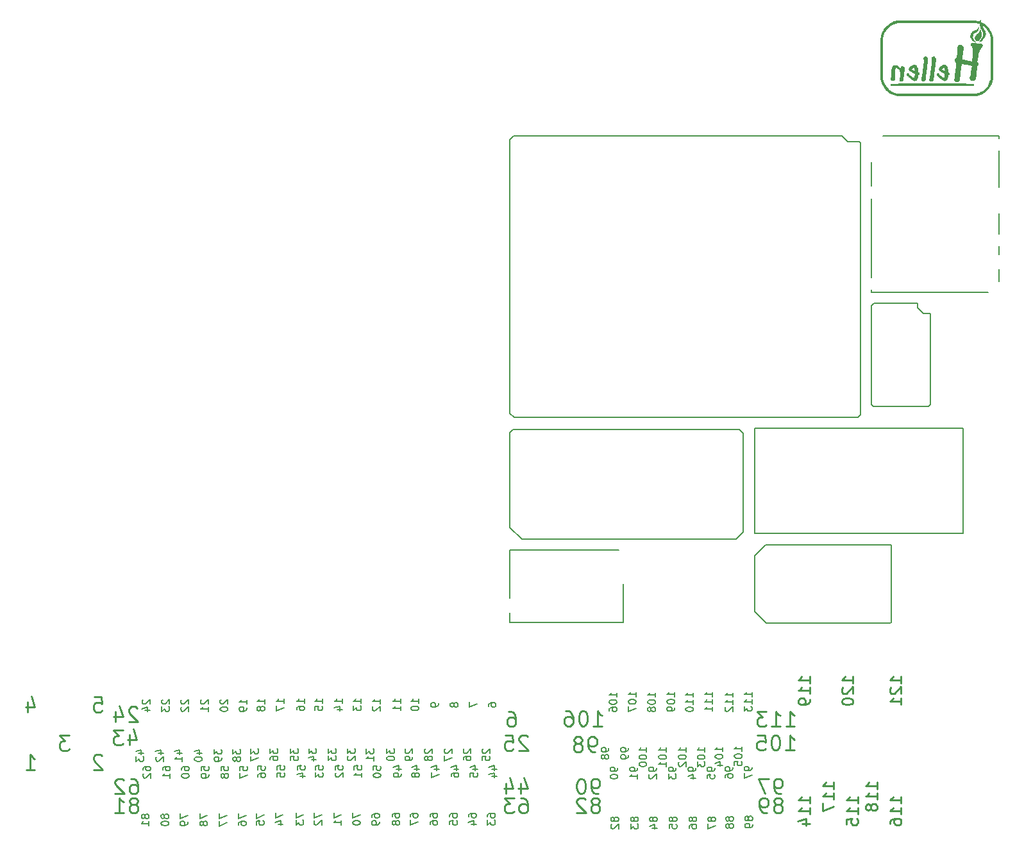
<source format=gbo>
G04 #@! TF.GenerationSoftware,KiCad,Pcbnew,8.0.6-8.0.6-0~ubuntu22.04.1*
G04 #@! TF.CreationDate,2024-11-07T13:32:39+00:00*
G04 #@! TF.ProjectId,lowimp121,6c6f7769-6d70-4313-9231-2e6b69636164,d*
G04 #@! TF.SameCoordinates,PX754d4c0PYd09dc30*
G04 #@! TF.FileFunction,Legend,Bot*
G04 #@! TF.FilePolarity,Positive*
%FSLAX46Y46*%
G04 Gerber Fmt 4.6, Leading zero omitted, Abs format (unit mm)*
G04 Created by KiCad (PCBNEW 8.0.6-8.0.6-0~ubuntu22.04.1) date 2024-11-07 13:32:39*
%MOMM*%
%LPD*%
G01*
G04 APERTURE LIST*
%ADD10C,0.200000*%
%ADD11C,0.250000*%
%ADD12C,0.000000*%
G04 APERTURE END LIST*
D10*
X117368790Y7472429D02*
X117321171Y7567667D01*
X117321171Y7567667D02*
X117273552Y7615286D01*
X117273552Y7615286D02*
X117178314Y7662905D01*
X117178314Y7662905D02*
X117130695Y7662905D01*
X117130695Y7662905D02*
X117035457Y7615286D01*
X117035457Y7615286D02*
X116987838Y7567667D01*
X116987838Y7567667D02*
X116940219Y7472429D01*
X116940219Y7472429D02*
X116940219Y7281953D01*
X116940219Y7281953D02*
X116987838Y7186715D01*
X116987838Y7186715D02*
X117035457Y7139096D01*
X117035457Y7139096D02*
X117130695Y7091477D01*
X117130695Y7091477D02*
X117178314Y7091477D01*
X117178314Y7091477D02*
X117273552Y7139096D01*
X117273552Y7139096D02*
X117321171Y7186715D01*
X117321171Y7186715D02*
X117368790Y7281953D01*
X117368790Y7281953D02*
X117368790Y7472429D01*
X117368790Y7472429D02*
X117416409Y7567667D01*
X117416409Y7567667D02*
X117464028Y7615286D01*
X117464028Y7615286D02*
X117559266Y7662905D01*
X117559266Y7662905D02*
X117749742Y7662905D01*
X117749742Y7662905D02*
X117844980Y7615286D01*
X117844980Y7615286D02*
X117892600Y7567667D01*
X117892600Y7567667D02*
X117940219Y7472429D01*
X117940219Y7472429D02*
X117940219Y7281953D01*
X117940219Y7281953D02*
X117892600Y7186715D01*
X117892600Y7186715D02*
X117844980Y7139096D01*
X117844980Y7139096D02*
X117749742Y7091477D01*
X117749742Y7091477D02*
X117559266Y7091477D01*
X117559266Y7091477D02*
X117464028Y7139096D01*
X117464028Y7139096D02*
X117416409Y7186715D01*
X117416409Y7186715D02*
X117368790Y7281953D01*
X117368790Y6520048D02*
X117321171Y6615286D01*
X117321171Y6615286D02*
X117273552Y6662905D01*
X117273552Y6662905D02*
X117178314Y6710524D01*
X117178314Y6710524D02*
X117130695Y6710524D01*
X117130695Y6710524D02*
X117035457Y6662905D01*
X117035457Y6662905D02*
X116987838Y6615286D01*
X116987838Y6615286D02*
X116940219Y6520048D01*
X116940219Y6520048D02*
X116940219Y6329572D01*
X116940219Y6329572D02*
X116987838Y6234334D01*
X116987838Y6234334D02*
X117035457Y6186715D01*
X117035457Y6186715D02*
X117130695Y6139096D01*
X117130695Y6139096D02*
X117178314Y6139096D01*
X117178314Y6139096D02*
X117273552Y6186715D01*
X117273552Y6186715D02*
X117321171Y6234334D01*
X117321171Y6234334D02*
X117368790Y6329572D01*
X117368790Y6329572D02*
X117368790Y6520048D01*
X117368790Y6520048D02*
X117416409Y6615286D01*
X117416409Y6615286D02*
X117464028Y6662905D01*
X117464028Y6662905D02*
X117559266Y6710524D01*
X117559266Y6710524D02*
X117749742Y6710524D01*
X117749742Y6710524D02*
X117844980Y6662905D01*
X117844980Y6662905D02*
X117892600Y6615286D01*
X117892600Y6615286D02*
X117940219Y6520048D01*
X117940219Y6520048D02*
X117940219Y6329572D01*
X117940219Y6329572D02*
X117892600Y6234334D01*
X117892600Y6234334D02*
X117844980Y6186715D01*
X117844980Y6186715D02*
X117749742Y6139096D01*
X117749742Y6139096D02*
X117559266Y6139096D01*
X117559266Y6139096D02*
X117464028Y6186715D01*
X117464028Y6186715D02*
X117416409Y6234334D01*
X117416409Y6234334D02*
X117368790Y6329572D01*
D11*
X90766809Y18218286D02*
X90671571Y18313524D01*
X90671571Y18313524D02*
X90481095Y18408762D01*
X90481095Y18408762D02*
X90004904Y18408762D01*
X90004904Y18408762D02*
X89814428Y18313524D01*
X89814428Y18313524D02*
X89719190Y18218286D01*
X89719190Y18218286D02*
X89623952Y18027810D01*
X89623952Y18027810D02*
X89623952Y17837334D01*
X89623952Y17837334D02*
X89719190Y17551620D01*
X89719190Y17551620D02*
X90862047Y16408762D01*
X90862047Y16408762D02*
X89623952Y16408762D01*
X87814428Y18408762D02*
X88766809Y18408762D01*
X88766809Y18408762D02*
X88862047Y17456381D01*
X88862047Y17456381D02*
X88766809Y17551620D01*
X88766809Y17551620D02*
X88576333Y17646858D01*
X88576333Y17646858D02*
X88100142Y17646858D01*
X88100142Y17646858D02*
X87909666Y17551620D01*
X87909666Y17551620D02*
X87814428Y17456381D01*
X87814428Y17456381D02*
X87719190Y17265905D01*
X87719190Y17265905D02*
X87719190Y16789715D01*
X87719190Y16789715D02*
X87814428Y16599239D01*
X87814428Y16599239D02*
X87909666Y16504000D01*
X87909666Y16504000D02*
X88100142Y16408762D01*
X88100142Y16408762D02*
X88576333Y16408762D01*
X88576333Y16408762D02*
X88766809Y16504000D01*
X88766809Y16504000D02*
X88862047Y16599239D01*
D10*
X115000790Y7411429D02*
X114953171Y7506667D01*
X114953171Y7506667D02*
X114905552Y7554286D01*
X114905552Y7554286D02*
X114810314Y7601905D01*
X114810314Y7601905D02*
X114762695Y7601905D01*
X114762695Y7601905D02*
X114667457Y7554286D01*
X114667457Y7554286D02*
X114619838Y7506667D01*
X114619838Y7506667D02*
X114572219Y7411429D01*
X114572219Y7411429D02*
X114572219Y7220953D01*
X114572219Y7220953D02*
X114619838Y7125715D01*
X114619838Y7125715D02*
X114667457Y7078096D01*
X114667457Y7078096D02*
X114762695Y7030477D01*
X114762695Y7030477D02*
X114810314Y7030477D01*
X114810314Y7030477D02*
X114905552Y7078096D01*
X114905552Y7078096D02*
X114953171Y7125715D01*
X114953171Y7125715D02*
X115000790Y7220953D01*
X115000790Y7220953D02*
X115000790Y7411429D01*
X115000790Y7411429D02*
X115048409Y7506667D01*
X115048409Y7506667D02*
X115096028Y7554286D01*
X115096028Y7554286D02*
X115191266Y7601905D01*
X115191266Y7601905D02*
X115381742Y7601905D01*
X115381742Y7601905D02*
X115476980Y7554286D01*
X115476980Y7554286D02*
X115524600Y7506667D01*
X115524600Y7506667D02*
X115572219Y7411429D01*
X115572219Y7411429D02*
X115572219Y7220953D01*
X115572219Y7220953D02*
X115524600Y7125715D01*
X115524600Y7125715D02*
X115476980Y7078096D01*
X115476980Y7078096D02*
X115381742Y7030477D01*
X115381742Y7030477D02*
X115191266Y7030477D01*
X115191266Y7030477D02*
X115096028Y7078096D01*
X115096028Y7078096D02*
X115048409Y7125715D01*
X115048409Y7125715D02*
X115000790Y7220953D01*
X114572219Y6697143D02*
X114572219Y6030477D01*
X114572219Y6030477D02*
X115572219Y6459048D01*
D11*
X38191428Y18461096D02*
X38191428Y17127762D01*
X38667619Y19223000D02*
X39143809Y17794429D01*
X39143809Y17794429D02*
X37905714Y17794429D01*
X37334285Y19127762D02*
X36096190Y19127762D01*
X36096190Y19127762D02*
X36762857Y18365858D01*
X36762857Y18365858D02*
X36477142Y18365858D01*
X36477142Y18365858D02*
X36286666Y18270620D01*
X36286666Y18270620D02*
X36191428Y18175381D01*
X36191428Y18175381D02*
X36096190Y17984905D01*
X36096190Y17984905D02*
X36096190Y17508715D01*
X36096190Y17508715D02*
X36191428Y17318239D01*
X36191428Y17318239D02*
X36286666Y17223000D01*
X36286666Y17223000D02*
X36477142Y17127762D01*
X36477142Y17127762D02*
X37048571Y17127762D01*
X37048571Y17127762D02*
X37239047Y17223000D01*
X37239047Y17223000D02*
X37334285Y17318239D01*
D10*
X81000790Y22535238D02*
X80953171Y22630476D01*
X80953171Y22630476D02*
X80905552Y22678095D01*
X80905552Y22678095D02*
X80810314Y22725714D01*
X80810314Y22725714D02*
X80762695Y22725714D01*
X80762695Y22725714D02*
X80667457Y22678095D01*
X80667457Y22678095D02*
X80619838Y22630476D01*
X80619838Y22630476D02*
X80572219Y22535238D01*
X80572219Y22535238D02*
X80572219Y22344762D01*
X80572219Y22344762D02*
X80619838Y22249524D01*
X80619838Y22249524D02*
X80667457Y22201905D01*
X80667457Y22201905D02*
X80762695Y22154286D01*
X80762695Y22154286D02*
X80810314Y22154286D01*
X80810314Y22154286D02*
X80905552Y22201905D01*
X80905552Y22201905D02*
X80953171Y22249524D01*
X80953171Y22249524D02*
X81000790Y22344762D01*
X81000790Y22344762D02*
X81000790Y22535238D01*
X81000790Y22535238D02*
X81048409Y22630476D01*
X81048409Y22630476D02*
X81096028Y22678095D01*
X81096028Y22678095D02*
X81191266Y22725714D01*
X81191266Y22725714D02*
X81381742Y22725714D01*
X81381742Y22725714D02*
X81476980Y22678095D01*
X81476980Y22678095D02*
X81524600Y22630476D01*
X81524600Y22630476D02*
X81572219Y22535238D01*
X81572219Y22535238D02*
X81572219Y22344762D01*
X81572219Y22344762D02*
X81524600Y22249524D01*
X81524600Y22249524D02*
X81476980Y22201905D01*
X81476980Y22201905D02*
X81381742Y22154286D01*
X81381742Y22154286D02*
X81191266Y22154286D01*
X81191266Y22154286D02*
X81096028Y22201905D01*
X81096028Y22201905D02*
X81048409Y22249524D01*
X81048409Y22249524D02*
X81000790Y22344762D01*
X112972219Y14106667D02*
X112972219Y13916191D01*
X112972219Y13916191D02*
X112924600Y13820953D01*
X112924600Y13820953D02*
X112876980Y13773334D01*
X112876980Y13773334D02*
X112734123Y13678096D01*
X112734123Y13678096D02*
X112543647Y13630477D01*
X112543647Y13630477D02*
X112162695Y13630477D01*
X112162695Y13630477D02*
X112067457Y13678096D01*
X112067457Y13678096D02*
X112019838Y13725715D01*
X112019838Y13725715D02*
X111972219Y13820953D01*
X111972219Y13820953D02*
X111972219Y14011429D01*
X111972219Y14011429D02*
X112019838Y14106667D01*
X112019838Y14106667D02*
X112067457Y14154286D01*
X112067457Y14154286D02*
X112162695Y14201905D01*
X112162695Y14201905D02*
X112400790Y14201905D01*
X112400790Y14201905D02*
X112496028Y14154286D01*
X112496028Y14154286D02*
X112543647Y14106667D01*
X112543647Y14106667D02*
X112591266Y14011429D01*
X112591266Y14011429D02*
X112591266Y13820953D01*
X112591266Y13820953D02*
X112543647Y13725715D01*
X112543647Y13725715D02*
X112496028Y13678096D01*
X112496028Y13678096D02*
X112400790Y13630477D01*
X112305552Y12773334D02*
X112972219Y12773334D01*
X111924600Y13011429D02*
X112638885Y13249524D01*
X112638885Y13249524D02*
X112638885Y12630477D01*
X40200790Y7811429D02*
X40153171Y7906667D01*
X40153171Y7906667D02*
X40105552Y7954286D01*
X40105552Y7954286D02*
X40010314Y8001905D01*
X40010314Y8001905D02*
X39962695Y8001905D01*
X39962695Y8001905D02*
X39867457Y7954286D01*
X39867457Y7954286D02*
X39819838Y7906667D01*
X39819838Y7906667D02*
X39772219Y7811429D01*
X39772219Y7811429D02*
X39772219Y7620953D01*
X39772219Y7620953D02*
X39819838Y7525715D01*
X39819838Y7525715D02*
X39867457Y7478096D01*
X39867457Y7478096D02*
X39962695Y7430477D01*
X39962695Y7430477D02*
X40010314Y7430477D01*
X40010314Y7430477D02*
X40105552Y7478096D01*
X40105552Y7478096D02*
X40153171Y7525715D01*
X40153171Y7525715D02*
X40200790Y7620953D01*
X40200790Y7620953D02*
X40200790Y7811429D01*
X40200790Y7811429D02*
X40248409Y7906667D01*
X40248409Y7906667D02*
X40296028Y7954286D01*
X40296028Y7954286D02*
X40391266Y8001905D01*
X40391266Y8001905D02*
X40581742Y8001905D01*
X40581742Y8001905D02*
X40676980Y7954286D01*
X40676980Y7954286D02*
X40724600Y7906667D01*
X40724600Y7906667D02*
X40772219Y7811429D01*
X40772219Y7811429D02*
X40772219Y7620953D01*
X40772219Y7620953D02*
X40724600Y7525715D01*
X40724600Y7525715D02*
X40676980Y7478096D01*
X40676980Y7478096D02*
X40581742Y7430477D01*
X40581742Y7430477D02*
X40391266Y7430477D01*
X40391266Y7430477D02*
X40296028Y7478096D01*
X40296028Y7478096D02*
X40248409Y7525715D01*
X40248409Y7525715D02*
X40200790Y7620953D01*
X40772219Y6478096D02*
X40772219Y7049524D01*
X40772219Y6763810D02*
X39772219Y6763810D01*
X39772219Y6763810D02*
X39915076Y6859048D01*
X39915076Y6859048D02*
X40010314Y6954286D01*
X40010314Y6954286D02*
X40057933Y7049524D01*
X39972219Y13825715D02*
X39972219Y14016191D01*
X39972219Y14016191D02*
X40019838Y14111429D01*
X40019838Y14111429D02*
X40067457Y14159048D01*
X40067457Y14159048D02*
X40210314Y14254286D01*
X40210314Y14254286D02*
X40400790Y14301905D01*
X40400790Y14301905D02*
X40781742Y14301905D01*
X40781742Y14301905D02*
X40876980Y14254286D01*
X40876980Y14254286D02*
X40924600Y14206667D01*
X40924600Y14206667D02*
X40972219Y14111429D01*
X40972219Y14111429D02*
X40972219Y13920953D01*
X40972219Y13920953D02*
X40924600Y13825715D01*
X40924600Y13825715D02*
X40876980Y13778096D01*
X40876980Y13778096D02*
X40781742Y13730477D01*
X40781742Y13730477D02*
X40543647Y13730477D01*
X40543647Y13730477D02*
X40448409Y13778096D01*
X40448409Y13778096D02*
X40400790Y13825715D01*
X40400790Y13825715D02*
X40353171Y13920953D01*
X40353171Y13920953D02*
X40353171Y14111429D01*
X40353171Y14111429D02*
X40400790Y14206667D01*
X40400790Y14206667D02*
X40448409Y14254286D01*
X40448409Y14254286D02*
X40543647Y14301905D01*
X40067457Y13349524D02*
X40019838Y13301905D01*
X40019838Y13301905D02*
X39972219Y13206667D01*
X39972219Y13206667D02*
X39972219Y12968572D01*
X39972219Y12968572D02*
X40019838Y12873334D01*
X40019838Y12873334D02*
X40067457Y12825715D01*
X40067457Y12825715D02*
X40162695Y12778096D01*
X40162695Y12778096D02*
X40257933Y12778096D01*
X40257933Y12778096D02*
X40400790Y12825715D01*
X40400790Y12825715D02*
X40972219Y13397143D01*
X40972219Y13397143D02*
X40972219Y12778096D01*
X72172219Y16649524D02*
X72172219Y16030477D01*
X72172219Y16030477D02*
X72553171Y16363810D01*
X72553171Y16363810D02*
X72553171Y16220953D01*
X72553171Y16220953D02*
X72600790Y16125715D01*
X72600790Y16125715D02*
X72648409Y16078096D01*
X72648409Y16078096D02*
X72743647Y16030477D01*
X72743647Y16030477D02*
X72981742Y16030477D01*
X72981742Y16030477D02*
X73076980Y16078096D01*
X73076980Y16078096D02*
X73124600Y16125715D01*
X73124600Y16125715D02*
X73172219Y16220953D01*
X73172219Y16220953D02*
X73172219Y16506667D01*
X73172219Y16506667D02*
X73124600Y16601905D01*
X73124600Y16601905D02*
X73076980Y16649524D01*
X72172219Y15411429D02*
X72172219Y15316191D01*
X72172219Y15316191D02*
X72219838Y15220953D01*
X72219838Y15220953D02*
X72267457Y15173334D01*
X72267457Y15173334D02*
X72362695Y15125715D01*
X72362695Y15125715D02*
X72553171Y15078096D01*
X72553171Y15078096D02*
X72791266Y15078096D01*
X72791266Y15078096D02*
X72981742Y15125715D01*
X72981742Y15125715D02*
X73076980Y15173334D01*
X73076980Y15173334D02*
X73124600Y15220953D01*
X73124600Y15220953D02*
X73172219Y15316191D01*
X73172219Y15316191D02*
X73172219Y15411429D01*
X73172219Y15411429D02*
X73124600Y15506667D01*
X73124600Y15506667D02*
X73076980Y15554286D01*
X73076980Y15554286D02*
X72981742Y15601905D01*
X72981742Y15601905D02*
X72791266Y15649524D01*
X72791266Y15649524D02*
X72553171Y15649524D01*
X72553171Y15649524D02*
X72362695Y15601905D01*
X72362695Y15601905D02*
X72267457Y15554286D01*
X72267457Y15554286D02*
X72219838Y15506667D01*
X72219838Y15506667D02*
X72172219Y15411429D01*
X50072219Y8049524D02*
X50072219Y7382858D01*
X50072219Y7382858D02*
X51072219Y7811429D01*
X50072219Y7097143D02*
X50072219Y6430477D01*
X50072219Y6430477D02*
X51072219Y6859048D01*
X86005552Y13925715D02*
X86672219Y13925715D01*
X85624600Y14163810D02*
X86338885Y14401905D01*
X86338885Y14401905D02*
X86338885Y13782858D01*
X86005552Y12973334D02*
X86672219Y12973334D01*
X85624600Y13211429D02*
X86338885Y13449524D01*
X86338885Y13449524D02*
X86338885Y12830477D01*
D11*
X124040857Y9296620D02*
X124231333Y9391858D01*
X124231333Y9391858D02*
X124326571Y9487096D01*
X124326571Y9487096D02*
X124421809Y9677572D01*
X124421809Y9677572D02*
X124421809Y9772810D01*
X124421809Y9772810D02*
X124326571Y9963286D01*
X124326571Y9963286D02*
X124231333Y10058524D01*
X124231333Y10058524D02*
X124040857Y10153762D01*
X124040857Y10153762D02*
X123659904Y10153762D01*
X123659904Y10153762D02*
X123469428Y10058524D01*
X123469428Y10058524D02*
X123374190Y9963286D01*
X123374190Y9963286D02*
X123278952Y9772810D01*
X123278952Y9772810D02*
X123278952Y9677572D01*
X123278952Y9677572D02*
X123374190Y9487096D01*
X123374190Y9487096D02*
X123469428Y9391858D01*
X123469428Y9391858D02*
X123659904Y9296620D01*
X123659904Y9296620D02*
X124040857Y9296620D01*
X124040857Y9296620D02*
X124231333Y9201381D01*
X124231333Y9201381D02*
X124326571Y9106143D01*
X124326571Y9106143D02*
X124421809Y8915667D01*
X124421809Y8915667D02*
X124421809Y8534715D01*
X124421809Y8534715D02*
X124326571Y8344239D01*
X124326571Y8344239D02*
X124231333Y8249000D01*
X124231333Y8249000D02*
X124040857Y8153762D01*
X124040857Y8153762D02*
X123659904Y8153762D01*
X123659904Y8153762D02*
X123469428Y8249000D01*
X123469428Y8249000D02*
X123374190Y8344239D01*
X123374190Y8344239D02*
X123278952Y8534715D01*
X123278952Y8534715D02*
X123278952Y8915667D01*
X123278952Y8915667D02*
X123374190Y9106143D01*
X123374190Y9106143D02*
X123469428Y9201381D01*
X123469428Y9201381D02*
X123659904Y9296620D01*
X122326571Y8153762D02*
X121945619Y8153762D01*
X121945619Y8153762D02*
X121755142Y8249000D01*
X121755142Y8249000D02*
X121659904Y8344239D01*
X121659904Y8344239D02*
X121469428Y8629953D01*
X121469428Y8629953D02*
X121374190Y9010905D01*
X121374190Y9010905D02*
X121374190Y9772810D01*
X121374190Y9772810D02*
X121469428Y9963286D01*
X121469428Y9963286D02*
X121564666Y10058524D01*
X121564666Y10058524D02*
X121755142Y10153762D01*
X121755142Y10153762D02*
X122136095Y10153762D01*
X122136095Y10153762D02*
X122326571Y10058524D01*
X122326571Y10058524D02*
X122421809Y9963286D01*
X122421809Y9963286D02*
X122517047Y9772810D01*
X122517047Y9772810D02*
X122517047Y9296620D01*
X122517047Y9296620D02*
X122421809Y9106143D01*
X122421809Y9106143D02*
X122326571Y9010905D01*
X122326571Y9010905D02*
X122136095Y8915667D01*
X122136095Y8915667D02*
X121755142Y8915667D01*
X121755142Y8915667D02*
X121564666Y9010905D01*
X121564666Y9010905D02*
X121469428Y9106143D01*
X121469428Y9106143D02*
X121374190Y9296620D01*
D10*
X73972219Y22630477D02*
X73972219Y23201905D01*
X73972219Y22916191D02*
X72972219Y22916191D01*
X72972219Y22916191D02*
X73115076Y23011429D01*
X73115076Y23011429D02*
X73210314Y23106667D01*
X73210314Y23106667D02*
X73257933Y23201905D01*
X73972219Y21678096D02*
X73972219Y22249524D01*
X73972219Y21963810D02*
X72972219Y21963810D01*
X72972219Y21963810D02*
X73115076Y22059048D01*
X73115076Y22059048D02*
X73210314Y22154286D01*
X73210314Y22154286D02*
X73257933Y22249524D01*
X111672219Y16206667D02*
X111672219Y16778095D01*
X111672219Y16492381D02*
X110672219Y16492381D01*
X110672219Y16492381D02*
X110815076Y16587619D01*
X110815076Y16587619D02*
X110910314Y16682857D01*
X110910314Y16682857D02*
X110957933Y16778095D01*
X110672219Y15587619D02*
X110672219Y15492381D01*
X110672219Y15492381D02*
X110719838Y15397143D01*
X110719838Y15397143D02*
X110767457Y15349524D01*
X110767457Y15349524D02*
X110862695Y15301905D01*
X110862695Y15301905D02*
X111053171Y15254286D01*
X111053171Y15254286D02*
X111291266Y15254286D01*
X111291266Y15254286D02*
X111481742Y15301905D01*
X111481742Y15301905D02*
X111576980Y15349524D01*
X111576980Y15349524D02*
X111624600Y15397143D01*
X111624600Y15397143D02*
X111672219Y15492381D01*
X111672219Y15492381D02*
X111672219Y15587619D01*
X111672219Y15587619D02*
X111624600Y15682857D01*
X111624600Y15682857D02*
X111576980Y15730476D01*
X111576980Y15730476D02*
X111481742Y15778095D01*
X111481742Y15778095D02*
X111291266Y15825714D01*
X111291266Y15825714D02*
X111053171Y15825714D01*
X111053171Y15825714D02*
X110862695Y15778095D01*
X110862695Y15778095D02*
X110767457Y15730476D01*
X110767457Y15730476D02*
X110719838Y15682857D01*
X110719838Y15682857D02*
X110672219Y15587619D01*
X110767457Y14873333D02*
X110719838Y14825714D01*
X110719838Y14825714D02*
X110672219Y14730476D01*
X110672219Y14730476D02*
X110672219Y14492381D01*
X110672219Y14492381D02*
X110719838Y14397143D01*
X110719838Y14397143D02*
X110767457Y14349524D01*
X110767457Y14349524D02*
X110862695Y14301905D01*
X110862695Y14301905D02*
X110957933Y14301905D01*
X110957933Y14301905D02*
X111100790Y14349524D01*
X111100790Y14349524D02*
X111672219Y14920952D01*
X111672219Y14920952D02*
X111672219Y14301905D01*
X49372219Y16549524D02*
X49372219Y15930477D01*
X49372219Y15930477D02*
X49753171Y16263810D01*
X49753171Y16263810D02*
X49753171Y16120953D01*
X49753171Y16120953D02*
X49800790Y16025715D01*
X49800790Y16025715D02*
X49848409Y15978096D01*
X49848409Y15978096D02*
X49943647Y15930477D01*
X49943647Y15930477D02*
X50181742Y15930477D01*
X50181742Y15930477D02*
X50276980Y15978096D01*
X50276980Y15978096D02*
X50324600Y16025715D01*
X50324600Y16025715D02*
X50372219Y16120953D01*
X50372219Y16120953D02*
X50372219Y16406667D01*
X50372219Y16406667D02*
X50324600Y16501905D01*
X50324600Y16501905D02*
X50276980Y16549524D01*
X50372219Y15454286D02*
X50372219Y15263810D01*
X50372219Y15263810D02*
X50324600Y15168572D01*
X50324600Y15168572D02*
X50276980Y15120953D01*
X50276980Y15120953D02*
X50134123Y15025715D01*
X50134123Y15025715D02*
X49943647Y14978096D01*
X49943647Y14978096D02*
X49562695Y14978096D01*
X49562695Y14978096D02*
X49467457Y15025715D01*
X49467457Y15025715D02*
X49419838Y15073334D01*
X49419838Y15073334D02*
X49372219Y15168572D01*
X49372219Y15168572D02*
X49372219Y15359048D01*
X49372219Y15359048D02*
X49419838Y15454286D01*
X49419838Y15454286D02*
X49467457Y15501905D01*
X49467457Y15501905D02*
X49562695Y15549524D01*
X49562695Y15549524D02*
X49800790Y15549524D01*
X49800790Y15549524D02*
X49896028Y15501905D01*
X49896028Y15501905D02*
X49943647Y15454286D01*
X49943647Y15454286D02*
X49991266Y15359048D01*
X49991266Y15359048D02*
X49991266Y15168572D01*
X49991266Y15168572D02*
X49943647Y15073334D01*
X49943647Y15073334D02*
X49896028Y15025715D01*
X49896028Y15025715D02*
X49800790Y14978096D01*
D11*
X39231809Y21993286D02*
X39136571Y22088524D01*
X39136571Y22088524D02*
X38946095Y22183762D01*
X38946095Y22183762D02*
X38469904Y22183762D01*
X38469904Y22183762D02*
X38279428Y22088524D01*
X38279428Y22088524D02*
X38184190Y21993286D01*
X38184190Y21993286D02*
X38088952Y21802810D01*
X38088952Y21802810D02*
X38088952Y21612334D01*
X38088952Y21612334D02*
X38184190Y21326620D01*
X38184190Y21326620D02*
X39327047Y20183762D01*
X39327047Y20183762D02*
X38088952Y20183762D01*
X36374666Y21517096D02*
X36374666Y20183762D01*
X36850857Y22279000D02*
X37327047Y20850429D01*
X37327047Y20850429D02*
X36088952Y20850429D01*
D10*
X107640219Y23467667D02*
X107640219Y24039095D01*
X107640219Y23753381D02*
X106640219Y23753381D01*
X106640219Y23753381D02*
X106783076Y23848619D01*
X106783076Y23848619D02*
X106878314Y23943857D01*
X106878314Y23943857D02*
X106925933Y24039095D01*
X106640219Y22848619D02*
X106640219Y22753381D01*
X106640219Y22753381D02*
X106687838Y22658143D01*
X106687838Y22658143D02*
X106735457Y22610524D01*
X106735457Y22610524D02*
X106830695Y22562905D01*
X106830695Y22562905D02*
X107021171Y22515286D01*
X107021171Y22515286D02*
X107259266Y22515286D01*
X107259266Y22515286D02*
X107449742Y22562905D01*
X107449742Y22562905D02*
X107544980Y22610524D01*
X107544980Y22610524D02*
X107592600Y22658143D01*
X107592600Y22658143D02*
X107640219Y22753381D01*
X107640219Y22753381D02*
X107640219Y22848619D01*
X107640219Y22848619D02*
X107592600Y22943857D01*
X107592600Y22943857D02*
X107544980Y22991476D01*
X107544980Y22991476D02*
X107449742Y23039095D01*
X107449742Y23039095D02*
X107259266Y23086714D01*
X107259266Y23086714D02*
X107021171Y23086714D01*
X107021171Y23086714D02*
X106830695Y23039095D01*
X106830695Y23039095D02*
X106735457Y22991476D01*
X106735457Y22991476D02*
X106687838Y22943857D01*
X106687838Y22943857D02*
X106640219Y22848619D01*
X107068790Y21943857D02*
X107021171Y22039095D01*
X107021171Y22039095D02*
X106973552Y22086714D01*
X106973552Y22086714D02*
X106878314Y22134333D01*
X106878314Y22134333D02*
X106830695Y22134333D01*
X106830695Y22134333D02*
X106735457Y22086714D01*
X106735457Y22086714D02*
X106687838Y22039095D01*
X106687838Y22039095D02*
X106640219Y21943857D01*
X106640219Y21943857D02*
X106640219Y21753381D01*
X106640219Y21753381D02*
X106687838Y21658143D01*
X106687838Y21658143D02*
X106735457Y21610524D01*
X106735457Y21610524D02*
X106830695Y21562905D01*
X106830695Y21562905D02*
X106878314Y21562905D01*
X106878314Y21562905D02*
X106973552Y21610524D01*
X106973552Y21610524D02*
X107021171Y21658143D01*
X107021171Y21658143D02*
X107068790Y21753381D01*
X107068790Y21753381D02*
X107068790Y21943857D01*
X107068790Y21943857D02*
X107116409Y22039095D01*
X107116409Y22039095D02*
X107164028Y22086714D01*
X107164028Y22086714D02*
X107259266Y22134333D01*
X107259266Y22134333D02*
X107449742Y22134333D01*
X107449742Y22134333D02*
X107544980Y22086714D01*
X107544980Y22086714D02*
X107592600Y22039095D01*
X107592600Y22039095D02*
X107640219Y21943857D01*
X107640219Y21943857D02*
X107640219Y21753381D01*
X107640219Y21753381D02*
X107592600Y21658143D01*
X107592600Y21658143D02*
X107544980Y21610524D01*
X107544980Y21610524D02*
X107449742Y21562905D01*
X107449742Y21562905D02*
X107259266Y21562905D01*
X107259266Y21562905D02*
X107164028Y21610524D01*
X107164028Y21610524D02*
X107116409Y21658143D01*
X107116409Y21658143D02*
X107068790Y21753381D01*
X119900790Y7511429D02*
X119853171Y7606667D01*
X119853171Y7606667D02*
X119805552Y7654286D01*
X119805552Y7654286D02*
X119710314Y7701905D01*
X119710314Y7701905D02*
X119662695Y7701905D01*
X119662695Y7701905D02*
X119567457Y7654286D01*
X119567457Y7654286D02*
X119519838Y7606667D01*
X119519838Y7606667D02*
X119472219Y7511429D01*
X119472219Y7511429D02*
X119472219Y7320953D01*
X119472219Y7320953D02*
X119519838Y7225715D01*
X119519838Y7225715D02*
X119567457Y7178096D01*
X119567457Y7178096D02*
X119662695Y7130477D01*
X119662695Y7130477D02*
X119710314Y7130477D01*
X119710314Y7130477D02*
X119805552Y7178096D01*
X119805552Y7178096D02*
X119853171Y7225715D01*
X119853171Y7225715D02*
X119900790Y7320953D01*
X119900790Y7320953D02*
X119900790Y7511429D01*
X119900790Y7511429D02*
X119948409Y7606667D01*
X119948409Y7606667D02*
X119996028Y7654286D01*
X119996028Y7654286D02*
X120091266Y7701905D01*
X120091266Y7701905D02*
X120281742Y7701905D01*
X120281742Y7701905D02*
X120376980Y7654286D01*
X120376980Y7654286D02*
X120424600Y7606667D01*
X120424600Y7606667D02*
X120472219Y7511429D01*
X120472219Y7511429D02*
X120472219Y7320953D01*
X120472219Y7320953D02*
X120424600Y7225715D01*
X120424600Y7225715D02*
X120376980Y7178096D01*
X120376980Y7178096D02*
X120281742Y7130477D01*
X120281742Y7130477D02*
X120091266Y7130477D01*
X120091266Y7130477D02*
X119996028Y7178096D01*
X119996028Y7178096D02*
X119948409Y7225715D01*
X119948409Y7225715D02*
X119900790Y7320953D01*
X120472219Y6654286D02*
X120472219Y6463810D01*
X120472219Y6463810D02*
X120424600Y6368572D01*
X120424600Y6368572D02*
X120376980Y6320953D01*
X120376980Y6320953D02*
X120234123Y6225715D01*
X120234123Y6225715D02*
X120043647Y6178096D01*
X120043647Y6178096D02*
X119662695Y6178096D01*
X119662695Y6178096D02*
X119567457Y6225715D01*
X119567457Y6225715D02*
X119519838Y6273334D01*
X119519838Y6273334D02*
X119472219Y6368572D01*
X119472219Y6368572D02*
X119472219Y6559048D01*
X119472219Y6559048D02*
X119519838Y6654286D01*
X119519838Y6654286D02*
X119567457Y6701905D01*
X119567457Y6701905D02*
X119662695Y6749524D01*
X119662695Y6749524D02*
X119900790Y6749524D01*
X119900790Y6749524D02*
X119996028Y6701905D01*
X119996028Y6701905D02*
X120043647Y6654286D01*
X120043647Y6654286D02*
X120091266Y6559048D01*
X120091266Y6559048D02*
X120091266Y6368572D01*
X120091266Y6368572D02*
X120043647Y6273334D01*
X120043647Y6273334D02*
X119996028Y6225715D01*
X119996028Y6225715D02*
X119900790Y6178096D01*
X110372219Y14106667D02*
X110372219Y13916191D01*
X110372219Y13916191D02*
X110324600Y13820953D01*
X110324600Y13820953D02*
X110276980Y13773334D01*
X110276980Y13773334D02*
X110134123Y13678096D01*
X110134123Y13678096D02*
X109943647Y13630477D01*
X109943647Y13630477D02*
X109562695Y13630477D01*
X109562695Y13630477D02*
X109467457Y13678096D01*
X109467457Y13678096D02*
X109419838Y13725715D01*
X109419838Y13725715D02*
X109372219Y13820953D01*
X109372219Y13820953D02*
X109372219Y14011429D01*
X109372219Y14011429D02*
X109419838Y14106667D01*
X109419838Y14106667D02*
X109467457Y14154286D01*
X109467457Y14154286D02*
X109562695Y14201905D01*
X109562695Y14201905D02*
X109800790Y14201905D01*
X109800790Y14201905D02*
X109896028Y14154286D01*
X109896028Y14154286D02*
X109943647Y14106667D01*
X109943647Y14106667D02*
X109991266Y14011429D01*
X109991266Y14011429D02*
X109991266Y13820953D01*
X109991266Y13820953D02*
X109943647Y13725715D01*
X109943647Y13725715D02*
X109896028Y13678096D01*
X109896028Y13678096D02*
X109800790Y13630477D01*
X109372219Y13297143D02*
X109372219Y12678096D01*
X109372219Y12678096D02*
X109753171Y13011429D01*
X109753171Y13011429D02*
X109753171Y12868572D01*
X109753171Y12868572D02*
X109800790Y12773334D01*
X109800790Y12773334D02*
X109848409Y12725715D01*
X109848409Y12725715D02*
X109943647Y12678096D01*
X109943647Y12678096D02*
X110181742Y12678096D01*
X110181742Y12678096D02*
X110276980Y12725715D01*
X110276980Y12725715D02*
X110324600Y12773334D01*
X110324600Y12773334D02*
X110372219Y12868572D01*
X110372219Y12868572D02*
X110372219Y13154286D01*
X110372219Y13154286D02*
X110324600Y13249524D01*
X110324600Y13249524D02*
X110276980Y13297143D01*
D11*
X89814428Y10153762D02*
X90195381Y10153762D01*
X90195381Y10153762D02*
X90385857Y10058524D01*
X90385857Y10058524D02*
X90481095Y9963286D01*
X90481095Y9963286D02*
X90671571Y9677572D01*
X90671571Y9677572D02*
X90766809Y9296620D01*
X90766809Y9296620D02*
X90766809Y8534715D01*
X90766809Y8534715D02*
X90671571Y8344239D01*
X90671571Y8344239D02*
X90576333Y8249000D01*
X90576333Y8249000D02*
X90385857Y8153762D01*
X90385857Y8153762D02*
X90004904Y8153762D01*
X90004904Y8153762D02*
X89814428Y8249000D01*
X89814428Y8249000D02*
X89719190Y8344239D01*
X89719190Y8344239D02*
X89623952Y8534715D01*
X89623952Y8534715D02*
X89623952Y9010905D01*
X89623952Y9010905D02*
X89719190Y9201381D01*
X89719190Y9201381D02*
X89814428Y9296620D01*
X89814428Y9296620D02*
X90004904Y9391858D01*
X90004904Y9391858D02*
X90385857Y9391858D01*
X90385857Y9391858D02*
X90576333Y9296620D01*
X90576333Y9296620D02*
X90671571Y9201381D01*
X90671571Y9201381D02*
X90766809Y9010905D01*
X88957285Y10153762D02*
X87719190Y10153762D01*
X87719190Y10153762D02*
X88385857Y9391858D01*
X88385857Y9391858D02*
X88100142Y9391858D01*
X88100142Y9391858D02*
X87909666Y9296620D01*
X87909666Y9296620D02*
X87814428Y9201381D01*
X87814428Y9201381D02*
X87719190Y9010905D01*
X87719190Y9010905D02*
X87719190Y8534715D01*
X87719190Y8534715D02*
X87814428Y8344239D01*
X87814428Y8344239D02*
X87909666Y8249000D01*
X87909666Y8249000D02*
X88100142Y8153762D01*
X88100142Y8153762D02*
X88671571Y8153762D01*
X88671571Y8153762D02*
X88862047Y8249000D01*
X88862047Y8249000D02*
X88957285Y8344239D01*
D10*
X83505552Y13925715D02*
X84172219Y13925715D01*
X83124600Y14163810D02*
X83838885Y14401905D01*
X83838885Y14401905D02*
X83838885Y13782858D01*
X83172219Y12925715D02*
X83172219Y13401905D01*
X83172219Y13401905D02*
X83648409Y13449524D01*
X83648409Y13449524D02*
X83600790Y13401905D01*
X83600790Y13401905D02*
X83553171Y13306667D01*
X83553171Y13306667D02*
X83553171Y13068572D01*
X83553171Y13068572D02*
X83600790Y12973334D01*
X83600790Y12973334D02*
X83648409Y12925715D01*
X83648409Y12925715D02*
X83743647Y12878096D01*
X83743647Y12878096D02*
X83981742Y12878096D01*
X83981742Y12878096D02*
X84076980Y12925715D01*
X84076980Y12925715D02*
X84124600Y12973334D01*
X84124600Y12973334D02*
X84172219Y13068572D01*
X84172219Y13068572D02*
X84172219Y13306667D01*
X84172219Y13306667D02*
X84124600Y13401905D01*
X84124600Y13401905D02*
X84076980Y13449524D01*
X120372219Y23506667D02*
X120372219Y24078095D01*
X120372219Y23792381D02*
X119372219Y23792381D01*
X119372219Y23792381D02*
X119515076Y23887619D01*
X119515076Y23887619D02*
X119610314Y23982857D01*
X119610314Y23982857D02*
X119657933Y24078095D01*
X120372219Y22554286D02*
X120372219Y23125714D01*
X120372219Y22840000D02*
X119372219Y22840000D01*
X119372219Y22840000D02*
X119515076Y22935238D01*
X119515076Y22935238D02*
X119610314Y23030476D01*
X119610314Y23030476D02*
X119657933Y23125714D01*
X119372219Y22220952D02*
X119372219Y21601905D01*
X119372219Y21601905D02*
X119753171Y21935238D01*
X119753171Y21935238D02*
X119753171Y21792381D01*
X119753171Y21792381D02*
X119800790Y21697143D01*
X119800790Y21697143D02*
X119848409Y21649524D01*
X119848409Y21649524D02*
X119943647Y21601905D01*
X119943647Y21601905D02*
X120181742Y21601905D01*
X120181742Y21601905D02*
X120276980Y21649524D01*
X120276980Y21649524D02*
X120324600Y21697143D01*
X120324600Y21697143D02*
X120372219Y21792381D01*
X120372219Y21792381D02*
X120372219Y22078095D01*
X120372219Y22078095D02*
X120324600Y22173333D01*
X120324600Y22173333D02*
X120276980Y22220952D01*
X75272219Y7625715D02*
X75272219Y7816191D01*
X75272219Y7816191D02*
X75319838Y7911429D01*
X75319838Y7911429D02*
X75367457Y7959048D01*
X75367457Y7959048D02*
X75510314Y8054286D01*
X75510314Y8054286D02*
X75700790Y8101905D01*
X75700790Y8101905D02*
X76081742Y8101905D01*
X76081742Y8101905D02*
X76176980Y8054286D01*
X76176980Y8054286D02*
X76224600Y8006667D01*
X76224600Y8006667D02*
X76272219Y7911429D01*
X76272219Y7911429D02*
X76272219Y7720953D01*
X76272219Y7720953D02*
X76224600Y7625715D01*
X76224600Y7625715D02*
X76176980Y7578096D01*
X76176980Y7578096D02*
X76081742Y7530477D01*
X76081742Y7530477D02*
X75843647Y7530477D01*
X75843647Y7530477D02*
X75748409Y7578096D01*
X75748409Y7578096D02*
X75700790Y7625715D01*
X75700790Y7625715D02*
X75653171Y7720953D01*
X75653171Y7720953D02*
X75653171Y7911429D01*
X75653171Y7911429D02*
X75700790Y8006667D01*
X75700790Y8006667D02*
X75748409Y8054286D01*
X75748409Y8054286D02*
X75843647Y8101905D01*
X75272219Y7197143D02*
X75272219Y6530477D01*
X75272219Y6530477D02*
X76272219Y6959048D01*
X57672219Y13878096D02*
X57672219Y14354286D01*
X57672219Y14354286D02*
X58148409Y14401905D01*
X58148409Y14401905D02*
X58100790Y14354286D01*
X58100790Y14354286D02*
X58053171Y14259048D01*
X58053171Y14259048D02*
X58053171Y14020953D01*
X58053171Y14020953D02*
X58100790Y13925715D01*
X58100790Y13925715D02*
X58148409Y13878096D01*
X58148409Y13878096D02*
X58243647Y13830477D01*
X58243647Y13830477D02*
X58481742Y13830477D01*
X58481742Y13830477D02*
X58576980Y13878096D01*
X58576980Y13878096D02*
X58624600Y13925715D01*
X58624600Y13925715D02*
X58672219Y14020953D01*
X58672219Y14020953D02*
X58672219Y14259048D01*
X58672219Y14259048D02*
X58624600Y14354286D01*
X58624600Y14354286D02*
X58576980Y14401905D01*
X57672219Y12925715D02*
X57672219Y13401905D01*
X57672219Y13401905D02*
X58148409Y13449524D01*
X58148409Y13449524D02*
X58100790Y13401905D01*
X58100790Y13401905D02*
X58053171Y13306667D01*
X58053171Y13306667D02*
X58053171Y13068572D01*
X58053171Y13068572D02*
X58100790Y12973334D01*
X58100790Y12973334D02*
X58148409Y12925715D01*
X58148409Y12925715D02*
X58243647Y12878096D01*
X58243647Y12878096D02*
X58481742Y12878096D01*
X58481742Y12878096D02*
X58576980Y12925715D01*
X58576980Y12925715D02*
X58624600Y12973334D01*
X58624600Y12973334D02*
X58672219Y13068572D01*
X58672219Y13068572D02*
X58672219Y13306667D01*
X58672219Y13306667D02*
X58624600Y13401905D01*
X58624600Y13401905D02*
X58576980Y13449524D01*
X104800790Y7411429D02*
X104753171Y7506667D01*
X104753171Y7506667D02*
X104705552Y7554286D01*
X104705552Y7554286D02*
X104610314Y7601905D01*
X104610314Y7601905D02*
X104562695Y7601905D01*
X104562695Y7601905D02*
X104467457Y7554286D01*
X104467457Y7554286D02*
X104419838Y7506667D01*
X104419838Y7506667D02*
X104372219Y7411429D01*
X104372219Y7411429D02*
X104372219Y7220953D01*
X104372219Y7220953D02*
X104419838Y7125715D01*
X104419838Y7125715D02*
X104467457Y7078096D01*
X104467457Y7078096D02*
X104562695Y7030477D01*
X104562695Y7030477D02*
X104610314Y7030477D01*
X104610314Y7030477D02*
X104705552Y7078096D01*
X104705552Y7078096D02*
X104753171Y7125715D01*
X104753171Y7125715D02*
X104800790Y7220953D01*
X104800790Y7220953D02*
X104800790Y7411429D01*
X104800790Y7411429D02*
X104848409Y7506667D01*
X104848409Y7506667D02*
X104896028Y7554286D01*
X104896028Y7554286D02*
X104991266Y7601905D01*
X104991266Y7601905D02*
X105181742Y7601905D01*
X105181742Y7601905D02*
X105276980Y7554286D01*
X105276980Y7554286D02*
X105324600Y7506667D01*
X105324600Y7506667D02*
X105372219Y7411429D01*
X105372219Y7411429D02*
X105372219Y7220953D01*
X105372219Y7220953D02*
X105324600Y7125715D01*
X105324600Y7125715D02*
X105276980Y7078096D01*
X105276980Y7078096D02*
X105181742Y7030477D01*
X105181742Y7030477D02*
X104991266Y7030477D01*
X104991266Y7030477D02*
X104896028Y7078096D01*
X104896028Y7078096D02*
X104848409Y7125715D01*
X104848409Y7125715D02*
X104800790Y7220953D01*
X104372219Y6697143D02*
X104372219Y6078096D01*
X104372219Y6078096D02*
X104753171Y6411429D01*
X104753171Y6411429D02*
X104753171Y6268572D01*
X104753171Y6268572D02*
X104800790Y6173334D01*
X104800790Y6173334D02*
X104848409Y6125715D01*
X104848409Y6125715D02*
X104943647Y6078096D01*
X104943647Y6078096D02*
X105181742Y6078096D01*
X105181742Y6078096D02*
X105276980Y6125715D01*
X105276980Y6125715D02*
X105324600Y6173334D01*
X105324600Y6173334D02*
X105372219Y6268572D01*
X105372219Y6268572D02*
X105372219Y6554286D01*
X105372219Y6554286D02*
X105324600Y6649524D01*
X105324600Y6649524D02*
X105276980Y6697143D01*
X85472219Y7625715D02*
X85472219Y7816191D01*
X85472219Y7816191D02*
X85519838Y7911429D01*
X85519838Y7911429D02*
X85567457Y7959048D01*
X85567457Y7959048D02*
X85710314Y8054286D01*
X85710314Y8054286D02*
X85900790Y8101905D01*
X85900790Y8101905D02*
X86281742Y8101905D01*
X86281742Y8101905D02*
X86376980Y8054286D01*
X86376980Y8054286D02*
X86424600Y8006667D01*
X86424600Y8006667D02*
X86472219Y7911429D01*
X86472219Y7911429D02*
X86472219Y7720953D01*
X86472219Y7720953D02*
X86424600Y7625715D01*
X86424600Y7625715D02*
X86376980Y7578096D01*
X86376980Y7578096D02*
X86281742Y7530477D01*
X86281742Y7530477D02*
X86043647Y7530477D01*
X86043647Y7530477D02*
X85948409Y7578096D01*
X85948409Y7578096D02*
X85900790Y7625715D01*
X85900790Y7625715D02*
X85853171Y7720953D01*
X85853171Y7720953D02*
X85853171Y7911429D01*
X85853171Y7911429D02*
X85900790Y8006667D01*
X85900790Y8006667D02*
X85948409Y8054286D01*
X85948409Y8054286D02*
X86043647Y8101905D01*
X85472219Y7197143D02*
X85472219Y6578096D01*
X85472219Y6578096D02*
X85853171Y6911429D01*
X85853171Y6911429D02*
X85853171Y6768572D01*
X85853171Y6768572D02*
X85900790Y6673334D01*
X85900790Y6673334D02*
X85948409Y6625715D01*
X85948409Y6625715D02*
X86043647Y6578096D01*
X86043647Y6578096D02*
X86281742Y6578096D01*
X86281742Y6578096D02*
X86376980Y6625715D01*
X86376980Y6625715D02*
X86424600Y6673334D01*
X86424600Y6673334D02*
X86472219Y6768572D01*
X86472219Y6768572D02*
X86472219Y7054286D01*
X86472219Y7054286D02*
X86424600Y7149524D01*
X86424600Y7149524D02*
X86376980Y7197143D01*
X39967457Y23101905D02*
X39919838Y23054286D01*
X39919838Y23054286D02*
X39872219Y22959048D01*
X39872219Y22959048D02*
X39872219Y22720953D01*
X39872219Y22720953D02*
X39919838Y22625715D01*
X39919838Y22625715D02*
X39967457Y22578096D01*
X39967457Y22578096D02*
X40062695Y22530477D01*
X40062695Y22530477D02*
X40157933Y22530477D01*
X40157933Y22530477D02*
X40300790Y22578096D01*
X40300790Y22578096D02*
X40872219Y23149524D01*
X40872219Y23149524D02*
X40872219Y22530477D01*
X40205552Y21673334D02*
X40872219Y21673334D01*
X39824600Y21911429D02*
X40538885Y22149524D01*
X40538885Y22149524D02*
X40538885Y21530477D01*
D11*
X140088928Y9430999D02*
X140088928Y10288142D01*
X140088928Y9859571D02*
X138588928Y9859571D01*
X138588928Y9859571D02*
X138803214Y10002428D01*
X138803214Y10002428D02*
X138946071Y10145285D01*
X138946071Y10145285D02*
X139017500Y10288142D01*
X140088928Y8002428D02*
X140088928Y8859571D01*
X140088928Y8431000D02*
X138588928Y8431000D01*
X138588928Y8431000D02*
X138803214Y8573857D01*
X138803214Y8573857D02*
X138946071Y8716714D01*
X138946071Y8716714D02*
X139017500Y8859571D01*
X138588928Y6716714D02*
X138588928Y7002429D01*
X138588928Y7002429D02*
X138660357Y7145286D01*
X138660357Y7145286D02*
X138731785Y7216714D01*
X138731785Y7216714D02*
X138946071Y7359572D01*
X138946071Y7359572D02*
X139231785Y7431000D01*
X139231785Y7431000D02*
X139803214Y7431000D01*
X139803214Y7431000D02*
X139946071Y7359572D01*
X139946071Y7359572D02*
X140017500Y7288143D01*
X140017500Y7288143D02*
X140088928Y7145286D01*
X140088928Y7145286D02*
X140088928Y6859572D01*
X140088928Y6859572D02*
X140017500Y6716714D01*
X140017500Y6716714D02*
X139946071Y6645286D01*
X139946071Y6645286D02*
X139803214Y6573857D01*
X139803214Y6573857D02*
X139446071Y6573857D01*
X139446071Y6573857D02*
X139303214Y6645286D01*
X139303214Y6645286D02*
X139231785Y6716714D01*
X139231785Y6716714D02*
X139160357Y6859572D01*
X139160357Y6859572D02*
X139160357Y7145286D01*
X139160357Y7145286D02*
X139231785Y7288143D01*
X139231785Y7288143D02*
X139303214Y7359572D01*
X139303214Y7359572D02*
X139446071Y7431000D01*
X99910857Y9296620D02*
X100101333Y9391858D01*
X100101333Y9391858D02*
X100196571Y9487096D01*
X100196571Y9487096D02*
X100291809Y9677572D01*
X100291809Y9677572D02*
X100291809Y9772810D01*
X100291809Y9772810D02*
X100196571Y9963286D01*
X100196571Y9963286D02*
X100101333Y10058524D01*
X100101333Y10058524D02*
X99910857Y10153762D01*
X99910857Y10153762D02*
X99529904Y10153762D01*
X99529904Y10153762D02*
X99339428Y10058524D01*
X99339428Y10058524D02*
X99244190Y9963286D01*
X99244190Y9963286D02*
X99148952Y9772810D01*
X99148952Y9772810D02*
X99148952Y9677572D01*
X99148952Y9677572D02*
X99244190Y9487096D01*
X99244190Y9487096D02*
X99339428Y9391858D01*
X99339428Y9391858D02*
X99529904Y9296620D01*
X99529904Y9296620D02*
X99910857Y9296620D01*
X99910857Y9296620D02*
X100101333Y9201381D01*
X100101333Y9201381D02*
X100196571Y9106143D01*
X100196571Y9106143D02*
X100291809Y8915667D01*
X100291809Y8915667D02*
X100291809Y8534715D01*
X100291809Y8534715D02*
X100196571Y8344239D01*
X100196571Y8344239D02*
X100101333Y8249000D01*
X100101333Y8249000D02*
X99910857Y8153762D01*
X99910857Y8153762D02*
X99529904Y8153762D01*
X99529904Y8153762D02*
X99339428Y8249000D01*
X99339428Y8249000D02*
X99244190Y8344239D01*
X99244190Y8344239D02*
X99148952Y8534715D01*
X99148952Y8534715D02*
X99148952Y8915667D01*
X99148952Y8915667D02*
X99244190Y9106143D01*
X99244190Y9106143D02*
X99339428Y9201381D01*
X99339428Y9201381D02*
X99529904Y9296620D01*
X98387047Y9963286D02*
X98291809Y10058524D01*
X98291809Y10058524D02*
X98101333Y10153762D01*
X98101333Y10153762D02*
X97625142Y10153762D01*
X97625142Y10153762D02*
X97434666Y10058524D01*
X97434666Y10058524D02*
X97339428Y9963286D01*
X97339428Y9963286D02*
X97244190Y9772810D01*
X97244190Y9772810D02*
X97244190Y9582334D01*
X97244190Y9582334D02*
X97339428Y9296620D01*
X97339428Y9296620D02*
X98482285Y8153762D01*
X98482285Y8153762D02*
X97244190Y8153762D01*
X24727047Y22822096D02*
X24727047Y21488762D01*
X25203238Y23584000D02*
X25679428Y22155429D01*
X25679428Y22155429D02*
X24441333Y22155429D01*
D10*
X60172219Y8149524D02*
X60172219Y7482858D01*
X60172219Y7482858D02*
X61172219Y7911429D01*
X60172219Y7197143D02*
X60172219Y6578096D01*
X60172219Y6578096D02*
X60553171Y6911429D01*
X60553171Y6911429D02*
X60553171Y6768572D01*
X60553171Y6768572D02*
X60600790Y6673334D01*
X60600790Y6673334D02*
X60648409Y6625715D01*
X60648409Y6625715D02*
X60743647Y6578096D01*
X60743647Y6578096D02*
X60981742Y6578096D01*
X60981742Y6578096D02*
X61076980Y6625715D01*
X61076980Y6625715D02*
X61124600Y6673334D01*
X61124600Y6673334D02*
X61172219Y6768572D01*
X61172219Y6768572D02*
X61172219Y7054286D01*
X61172219Y7054286D02*
X61124600Y7149524D01*
X61124600Y7149524D02*
X61076980Y7197143D01*
X82367457Y16601905D02*
X82319838Y16554286D01*
X82319838Y16554286D02*
X82272219Y16459048D01*
X82272219Y16459048D02*
X82272219Y16220953D01*
X82272219Y16220953D02*
X82319838Y16125715D01*
X82319838Y16125715D02*
X82367457Y16078096D01*
X82367457Y16078096D02*
X82462695Y16030477D01*
X82462695Y16030477D02*
X82557933Y16030477D01*
X82557933Y16030477D02*
X82700790Y16078096D01*
X82700790Y16078096D02*
X83272219Y16649524D01*
X83272219Y16649524D02*
X83272219Y16030477D01*
X82272219Y15173334D02*
X82272219Y15363810D01*
X82272219Y15363810D02*
X82319838Y15459048D01*
X82319838Y15459048D02*
X82367457Y15506667D01*
X82367457Y15506667D02*
X82510314Y15601905D01*
X82510314Y15601905D02*
X82700790Y15649524D01*
X82700790Y15649524D02*
X83081742Y15649524D01*
X83081742Y15649524D02*
X83176980Y15601905D01*
X83176980Y15601905D02*
X83224600Y15554286D01*
X83224600Y15554286D02*
X83272219Y15459048D01*
X83272219Y15459048D02*
X83272219Y15268572D01*
X83272219Y15268572D02*
X83224600Y15173334D01*
X83224600Y15173334D02*
X83176980Y15125715D01*
X83176980Y15125715D02*
X83081742Y15078096D01*
X83081742Y15078096D02*
X82843647Y15078096D01*
X82843647Y15078096D02*
X82748409Y15125715D01*
X82748409Y15125715D02*
X82700790Y15173334D01*
X82700790Y15173334D02*
X82653171Y15268572D01*
X82653171Y15268572D02*
X82653171Y15459048D01*
X82653171Y15459048D02*
X82700790Y15554286D01*
X82700790Y15554286D02*
X82748409Y15601905D01*
X82748409Y15601905D02*
X82843647Y15649524D01*
D11*
X99415533Y19634562D02*
X100558390Y19634562D01*
X99986962Y19634562D02*
X99986962Y21634562D01*
X99986962Y21634562D02*
X100177438Y21348848D01*
X100177438Y21348848D02*
X100367914Y21158372D01*
X100367914Y21158372D02*
X100558390Y21063134D01*
X98177438Y21634562D02*
X97986961Y21634562D01*
X97986961Y21634562D02*
X97796485Y21539324D01*
X97796485Y21539324D02*
X97701247Y21444086D01*
X97701247Y21444086D02*
X97606009Y21253610D01*
X97606009Y21253610D02*
X97510771Y20872658D01*
X97510771Y20872658D02*
X97510771Y20396467D01*
X97510771Y20396467D02*
X97606009Y20015515D01*
X97606009Y20015515D02*
X97701247Y19825039D01*
X97701247Y19825039D02*
X97796485Y19729800D01*
X97796485Y19729800D02*
X97986961Y19634562D01*
X97986961Y19634562D02*
X98177438Y19634562D01*
X98177438Y19634562D02*
X98367914Y19729800D01*
X98367914Y19729800D02*
X98463152Y19825039D01*
X98463152Y19825039D02*
X98558390Y20015515D01*
X98558390Y20015515D02*
X98653628Y20396467D01*
X98653628Y20396467D02*
X98653628Y20872658D01*
X98653628Y20872658D02*
X98558390Y21253610D01*
X98558390Y21253610D02*
X98463152Y21444086D01*
X98463152Y21444086D02*
X98367914Y21539324D01*
X98367914Y21539324D02*
X98177438Y21634562D01*
X95796485Y21634562D02*
X96177438Y21634562D01*
X96177438Y21634562D02*
X96367914Y21539324D01*
X96367914Y21539324D02*
X96463152Y21444086D01*
X96463152Y21444086D02*
X96653628Y21158372D01*
X96653628Y21158372D02*
X96748866Y20777420D01*
X96748866Y20777420D02*
X96748866Y20015515D01*
X96748866Y20015515D02*
X96653628Y19825039D01*
X96653628Y19825039D02*
X96558390Y19729800D01*
X96558390Y19729800D02*
X96367914Y19634562D01*
X96367914Y19634562D02*
X95986961Y19634562D01*
X95986961Y19634562D02*
X95796485Y19729800D01*
X95796485Y19729800D02*
X95701247Y19825039D01*
X95701247Y19825039D02*
X95606009Y20015515D01*
X95606009Y20015515D02*
X95606009Y20491705D01*
X95606009Y20491705D02*
X95701247Y20682181D01*
X95701247Y20682181D02*
X95796485Y20777420D01*
X95796485Y20777420D02*
X95986961Y20872658D01*
X95986961Y20872658D02*
X96367914Y20872658D01*
X96367914Y20872658D02*
X96558390Y20777420D01*
X96558390Y20777420D02*
X96653628Y20682181D01*
X96653628Y20682181D02*
X96748866Y20491705D01*
D10*
X62572219Y8149524D02*
X62572219Y7482858D01*
X62572219Y7482858D02*
X63572219Y7911429D01*
X62667457Y7149524D02*
X62619838Y7101905D01*
X62619838Y7101905D02*
X62572219Y7006667D01*
X62572219Y7006667D02*
X62572219Y6768572D01*
X62572219Y6768572D02*
X62619838Y6673334D01*
X62619838Y6673334D02*
X62667457Y6625715D01*
X62667457Y6625715D02*
X62762695Y6578096D01*
X62762695Y6578096D02*
X62857933Y6578096D01*
X62857933Y6578096D02*
X63000790Y6625715D01*
X63000790Y6625715D02*
X63572219Y7197143D01*
X63572219Y7197143D02*
X63572219Y6578096D01*
X117840219Y23467667D02*
X117840219Y24039095D01*
X117840219Y23753381D02*
X116840219Y23753381D01*
X116840219Y23753381D02*
X116983076Y23848619D01*
X116983076Y23848619D02*
X117078314Y23943857D01*
X117078314Y23943857D02*
X117125933Y24039095D01*
X117840219Y22515286D02*
X117840219Y23086714D01*
X117840219Y22801000D02*
X116840219Y22801000D01*
X116840219Y22801000D02*
X116983076Y22896238D01*
X116983076Y22896238D02*
X117078314Y22991476D01*
X117078314Y22991476D02*
X117125933Y23086714D01*
X116935457Y22134333D02*
X116887838Y22086714D01*
X116887838Y22086714D02*
X116840219Y21991476D01*
X116840219Y21991476D02*
X116840219Y21753381D01*
X116840219Y21753381D02*
X116887838Y21658143D01*
X116887838Y21658143D02*
X116935457Y21610524D01*
X116935457Y21610524D02*
X117030695Y21562905D01*
X117030695Y21562905D02*
X117125933Y21562905D01*
X117125933Y21562905D02*
X117268790Y21610524D01*
X117268790Y21610524D02*
X117840219Y22181952D01*
X117840219Y22181952D02*
X117840219Y21562905D01*
X67672219Y8149524D02*
X67672219Y7482858D01*
X67672219Y7482858D02*
X68672219Y7911429D01*
X67672219Y6911429D02*
X67672219Y6816191D01*
X67672219Y6816191D02*
X67719838Y6720953D01*
X67719838Y6720953D02*
X67767457Y6673334D01*
X67767457Y6673334D02*
X67862695Y6625715D01*
X67862695Y6625715D02*
X68053171Y6578096D01*
X68053171Y6578096D02*
X68291266Y6578096D01*
X68291266Y6578096D02*
X68481742Y6625715D01*
X68481742Y6625715D02*
X68576980Y6673334D01*
X68576980Y6673334D02*
X68624600Y6720953D01*
X68624600Y6720953D02*
X68672219Y6816191D01*
X68672219Y6816191D02*
X68672219Y6911429D01*
X68672219Y6911429D02*
X68624600Y7006667D01*
X68624600Y7006667D02*
X68576980Y7054286D01*
X68576980Y7054286D02*
X68481742Y7101905D01*
X68481742Y7101905D02*
X68291266Y7149524D01*
X68291266Y7149524D02*
X68053171Y7149524D01*
X68053171Y7149524D02*
X67862695Y7101905D01*
X67862695Y7101905D02*
X67767457Y7054286D01*
X67767457Y7054286D02*
X67719838Y7006667D01*
X67719838Y7006667D02*
X67672219Y6911429D01*
X77872219Y7625715D02*
X77872219Y7816191D01*
X77872219Y7816191D02*
X77919838Y7911429D01*
X77919838Y7911429D02*
X77967457Y7959048D01*
X77967457Y7959048D02*
X78110314Y8054286D01*
X78110314Y8054286D02*
X78300790Y8101905D01*
X78300790Y8101905D02*
X78681742Y8101905D01*
X78681742Y8101905D02*
X78776980Y8054286D01*
X78776980Y8054286D02*
X78824600Y8006667D01*
X78824600Y8006667D02*
X78872219Y7911429D01*
X78872219Y7911429D02*
X78872219Y7720953D01*
X78872219Y7720953D02*
X78824600Y7625715D01*
X78824600Y7625715D02*
X78776980Y7578096D01*
X78776980Y7578096D02*
X78681742Y7530477D01*
X78681742Y7530477D02*
X78443647Y7530477D01*
X78443647Y7530477D02*
X78348409Y7578096D01*
X78348409Y7578096D02*
X78300790Y7625715D01*
X78300790Y7625715D02*
X78253171Y7720953D01*
X78253171Y7720953D02*
X78253171Y7911429D01*
X78253171Y7911429D02*
X78300790Y8006667D01*
X78300790Y8006667D02*
X78348409Y8054286D01*
X78348409Y8054286D02*
X78443647Y8101905D01*
X77872219Y6673334D02*
X77872219Y6863810D01*
X77872219Y6863810D02*
X77919838Y6959048D01*
X77919838Y6959048D02*
X77967457Y7006667D01*
X77967457Y7006667D02*
X78110314Y7101905D01*
X78110314Y7101905D02*
X78300790Y7149524D01*
X78300790Y7149524D02*
X78681742Y7149524D01*
X78681742Y7149524D02*
X78776980Y7101905D01*
X78776980Y7101905D02*
X78824600Y7054286D01*
X78824600Y7054286D02*
X78872219Y6959048D01*
X78872219Y6959048D02*
X78872219Y6768572D01*
X78872219Y6768572D02*
X78824600Y6673334D01*
X78824600Y6673334D02*
X78776980Y6625715D01*
X78776980Y6625715D02*
X78681742Y6578096D01*
X78681742Y6578096D02*
X78443647Y6578096D01*
X78443647Y6578096D02*
X78348409Y6625715D01*
X78348409Y6625715D02*
X78300790Y6673334D01*
X78300790Y6673334D02*
X78253171Y6768572D01*
X78253171Y6768572D02*
X78253171Y6959048D01*
X78253171Y6959048D02*
X78300790Y7054286D01*
X78300790Y7054286D02*
X78348409Y7101905D01*
X78348409Y7101905D02*
X78443647Y7149524D01*
D11*
X128023928Y25305999D02*
X128023928Y26163142D01*
X128023928Y25734571D02*
X126523928Y25734571D01*
X126523928Y25734571D02*
X126738214Y25877428D01*
X126738214Y25877428D02*
X126881071Y26020285D01*
X126881071Y26020285D02*
X126952500Y26163142D01*
X128023928Y23877428D02*
X128023928Y24734571D01*
X128023928Y24306000D02*
X126523928Y24306000D01*
X126523928Y24306000D02*
X126738214Y24448857D01*
X126738214Y24448857D02*
X126881071Y24591714D01*
X126881071Y24591714D02*
X126952500Y24734571D01*
X128023928Y23163143D02*
X128023928Y22877429D01*
X128023928Y22877429D02*
X127952500Y22734572D01*
X127952500Y22734572D02*
X127881071Y22663143D01*
X127881071Y22663143D02*
X127666785Y22520286D01*
X127666785Y22520286D02*
X127381071Y22448857D01*
X127381071Y22448857D02*
X126809642Y22448857D01*
X126809642Y22448857D02*
X126666785Y22520286D01*
X126666785Y22520286D02*
X126595357Y22591714D01*
X126595357Y22591714D02*
X126523928Y22734572D01*
X126523928Y22734572D02*
X126523928Y23020286D01*
X126523928Y23020286D02*
X126595357Y23163143D01*
X126595357Y23163143D02*
X126666785Y23234572D01*
X126666785Y23234572D02*
X126809642Y23306000D01*
X126809642Y23306000D02*
X127166785Y23306000D01*
X127166785Y23306000D02*
X127309642Y23234572D01*
X127309642Y23234572D02*
X127381071Y23163143D01*
X127381071Y23163143D02*
X127452500Y23020286D01*
X127452500Y23020286D02*
X127452500Y22734572D01*
X127452500Y22734572D02*
X127381071Y22591714D01*
X127381071Y22591714D02*
X127309642Y22520286D01*
X127309642Y22520286D02*
X127166785Y22448857D01*
X134373928Y9430999D02*
X134373928Y10288142D01*
X134373928Y9859571D02*
X132873928Y9859571D01*
X132873928Y9859571D02*
X133088214Y10002428D01*
X133088214Y10002428D02*
X133231071Y10145285D01*
X133231071Y10145285D02*
X133302500Y10288142D01*
X134373928Y8002428D02*
X134373928Y8859571D01*
X134373928Y8431000D02*
X132873928Y8431000D01*
X132873928Y8431000D02*
X133088214Y8573857D01*
X133088214Y8573857D02*
X133231071Y8716714D01*
X133231071Y8716714D02*
X133302500Y8859571D01*
X132873928Y6645286D02*
X132873928Y7359572D01*
X132873928Y7359572D02*
X133588214Y7431000D01*
X133588214Y7431000D02*
X133516785Y7359572D01*
X133516785Y7359572D02*
X133445357Y7216714D01*
X133445357Y7216714D02*
X133445357Y6859572D01*
X133445357Y6859572D02*
X133516785Y6716714D01*
X133516785Y6716714D02*
X133588214Y6645286D01*
X133588214Y6645286D02*
X133731071Y6573857D01*
X133731071Y6573857D02*
X134088214Y6573857D01*
X134088214Y6573857D02*
X134231071Y6645286D01*
X134231071Y6645286D02*
X134302500Y6716714D01*
X134302500Y6716714D02*
X134373928Y6859572D01*
X134373928Y6859572D02*
X134373928Y7216714D01*
X134373928Y7216714D02*
X134302500Y7359572D01*
X134302500Y7359572D02*
X134231071Y7431000D01*
D10*
X114172219Y16206667D02*
X114172219Y16778095D01*
X114172219Y16492381D02*
X113172219Y16492381D01*
X113172219Y16492381D02*
X113315076Y16587619D01*
X113315076Y16587619D02*
X113410314Y16682857D01*
X113410314Y16682857D02*
X113457933Y16778095D01*
X113172219Y15587619D02*
X113172219Y15492381D01*
X113172219Y15492381D02*
X113219838Y15397143D01*
X113219838Y15397143D02*
X113267457Y15349524D01*
X113267457Y15349524D02*
X113362695Y15301905D01*
X113362695Y15301905D02*
X113553171Y15254286D01*
X113553171Y15254286D02*
X113791266Y15254286D01*
X113791266Y15254286D02*
X113981742Y15301905D01*
X113981742Y15301905D02*
X114076980Y15349524D01*
X114076980Y15349524D02*
X114124600Y15397143D01*
X114124600Y15397143D02*
X114172219Y15492381D01*
X114172219Y15492381D02*
X114172219Y15587619D01*
X114172219Y15587619D02*
X114124600Y15682857D01*
X114124600Y15682857D02*
X114076980Y15730476D01*
X114076980Y15730476D02*
X113981742Y15778095D01*
X113981742Y15778095D02*
X113791266Y15825714D01*
X113791266Y15825714D02*
X113553171Y15825714D01*
X113553171Y15825714D02*
X113362695Y15778095D01*
X113362695Y15778095D02*
X113267457Y15730476D01*
X113267457Y15730476D02*
X113219838Y15682857D01*
X113219838Y15682857D02*
X113172219Y15587619D01*
X113172219Y14920952D02*
X113172219Y14301905D01*
X113172219Y14301905D02*
X113553171Y14635238D01*
X113553171Y14635238D02*
X113553171Y14492381D01*
X113553171Y14492381D02*
X113600790Y14397143D01*
X113600790Y14397143D02*
X113648409Y14349524D01*
X113648409Y14349524D02*
X113743647Y14301905D01*
X113743647Y14301905D02*
X113981742Y14301905D01*
X113981742Y14301905D02*
X114076980Y14349524D01*
X114076980Y14349524D02*
X114124600Y14397143D01*
X114124600Y14397143D02*
X114172219Y14492381D01*
X114172219Y14492381D02*
X114172219Y14778095D01*
X114172219Y14778095D02*
X114124600Y14873333D01*
X114124600Y14873333D02*
X114076980Y14920952D01*
X42567457Y23101905D02*
X42519838Y23054286D01*
X42519838Y23054286D02*
X42472219Y22959048D01*
X42472219Y22959048D02*
X42472219Y22720953D01*
X42472219Y22720953D02*
X42519838Y22625715D01*
X42519838Y22625715D02*
X42567457Y22578096D01*
X42567457Y22578096D02*
X42662695Y22530477D01*
X42662695Y22530477D02*
X42757933Y22530477D01*
X42757933Y22530477D02*
X42900790Y22578096D01*
X42900790Y22578096D02*
X43472219Y23149524D01*
X43472219Y23149524D02*
X43472219Y22530477D01*
X42472219Y22197143D02*
X42472219Y21578096D01*
X42472219Y21578096D02*
X42853171Y21911429D01*
X42853171Y21911429D02*
X42853171Y21768572D01*
X42853171Y21768572D02*
X42900790Y21673334D01*
X42900790Y21673334D02*
X42948409Y21625715D01*
X42948409Y21625715D02*
X43043647Y21578096D01*
X43043647Y21578096D02*
X43281742Y21578096D01*
X43281742Y21578096D02*
X43376980Y21625715D01*
X43376980Y21625715D02*
X43424600Y21673334D01*
X43424600Y21673334D02*
X43472219Y21768572D01*
X43472219Y21768572D02*
X43472219Y22054286D01*
X43472219Y22054286D02*
X43424600Y22149524D01*
X43424600Y22149524D02*
X43376980Y22197143D01*
D11*
X124231333Y10693762D02*
X123850381Y10693762D01*
X123850381Y10693762D02*
X123659904Y10789000D01*
X123659904Y10789000D02*
X123564666Y10884239D01*
X123564666Y10884239D02*
X123374190Y11169953D01*
X123374190Y11169953D02*
X123278952Y11550905D01*
X123278952Y11550905D02*
X123278952Y12312810D01*
X123278952Y12312810D02*
X123374190Y12503286D01*
X123374190Y12503286D02*
X123469428Y12598524D01*
X123469428Y12598524D02*
X123659904Y12693762D01*
X123659904Y12693762D02*
X124040857Y12693762D01*
X124040857Y12693762D02*
X124231333Y12598524D01*
X124231333Y12598524D02*
X124326571Y12503286D01*
X124326571Y12503286D02*
X124421809Y12312810D01*
X124421809Y12312810D02*
X124421809Y11836620D01*
X124421809Y11836620D02*
X124326571Y11646143D01*
X124326571Y11646143D02*
X124231333Y11550905D01*
X124231333Y11550905D02*
X124040857Y11455667D01*
X124040857Y11455667D02*
X123659904Y11455667D01*
X123659904Y11455667D02*
X123469428Y11550905D01*
X123469428Y11550905D02*
X123374190Y11646143D01*
X123374190Y11646143D02*
X123278952Y11836620D01*
X122612285Y12693762D02*
X121278952Y12693762D01*
X121278952Y12693762D02*
X122136095Y10693762D01*
X30219666Y18408762D02*
X28981571Y18408762D01*
X28981571Y18408762D02*
X29648238Y17646858D01*
X29648238Y17646858D02*
X29362523Y17646858D01*
X29362523Y17646858D02*
X29172047Y17551620D01*
X29172047Y17551620D02*
X29076809Y17456381D01*
X29076809Y17456381D02*
X28981571Y17265905D01*
X28981571Y17265905D02*
X28981571Y16789715D01*
X28981571Y16789715D02*
X29076809Y16599239D01*
X29076809Y16599239D02*
X29172047Y16504000D01*
X29172047Y16504000D02*
X29362523Y16408762D01*
X29362523Y16408762D02*
X29933952Y16408762D01*
X29933952Y16408762D02*
X30124428Y16504000D01*
X30124428Y16504000D02*
X30219666Y16599239D01*
D10*
X102540219Y23467667D02*
X102540219Y24039095D01*
X102540219Y23753381D02*
X101540219Y23753381D01*
X101540219Y23753381D02*
X101683076Y23848619D01*
X101683076Y23848619D02*
X101778314Y23943857D01*
X101778314Y23943857D02*
X101825933Y24039095D01*
X101540219Y22848619D02*
X101540219Y22753381D01*
X101540219Y22753381D02*
X101587838Y22658143D01*
X101587838Y22658143D02*
X101635457Y22610524D01*
X101635457Y22610524D02*
X101730695Y22562905D01*
X101730695Y22562905D02*
X101921171Y22515286D01*
X101921171Y22515286D02*
X102159266Y22515286D01*
X102159266Y22515286D02*
X102349742Y22562905D01*
X102349742Y22562905D02*
X102444980Y22610524D01*
X102444980Y22610524D02*
X102492600Y22658143D01*
X102492600Y22658143D02*
X102540219Y22753381D01*
X102540219Y22753381D02*
X102540219Y22848619D01*
X102540219Y22848619D02*
X102492600Y22943857D01*
X102492600Y22943857D02*
X102444980Y22991476D01*
X102444980Y22991476D02*
X102349742Y23039095D01*
X102349742Y23039095D02*
X102159266Y23086714D01*
X102159266Y23086714D02*
X101921171Y23086714D01*
X101921171Y23086714D02*
X101730695Y23039095D01*
X101730695Y23039095D02*
X101635457Y22991476D01*
X101635457Y22991476D02*
X101587838Y22943857D01*
X101587838Y22943857D02*
X101540219Y22848619D01*
X101540219Y21658143D02*
X101540219Y21848619D01*
X101540219Y21848619D02*
X101587838Y21943857D01*
X101587838Y21943857D02*
X101635457Y21991476D01*
X101635457Y21991476D02*
X101778314Y22086714D01*
X101778314Y22086714D02*
X101968790Y22134333D01*
X101968790Y22134333D02*
X102349742Y22134333D01*
X102349742Y22134333D02*
X102444980Y22086714D01*
X102444980Y22086714D02*
X102492600Y22039095D01*
X102492600Y22039095D02*
X102540219Y21943857D01*
X102540219Y21943857D02*
X102540219Y21753381D01*
X102540219Y21753381D02*
X102492600Y21658143D01*
X102492600Y21658143D02*
X102444980Y21610524D01*
X102444980Y21610524D02*
X102349742Y21562905D01*
X102349742Y21562905D02*
X102111647Y21562905D01*
X102111647Y21562905D02*
X102016409Y21610524D01*
X102016409Y21610524D02*
X101968790Y21658143D01*
X101968790Y21658143D02*
X101921171Y21753381D01*
X101921171Y21753381D02*
X101921171Y21943857D01*
X101921171Y21943857D02*
X101968790Y22039095D01*
X101968790Y22039095D02*
X102016409Y22086714D01*
X102016409Y22086714D02*
X102111647Y22134333D01*
X45072219Y13825715D02*
X45072219Y14016191D01*
X45072219Y14016191D02*
X45119838Y14111429D01*
X45119838Y14111429D02*
X45167457Y14159048D01*
X45167457Y14159048D02*
X45310314Y14254286D01*
X45310314Y14254286D02*
X45500790Y14301905D01*
X45500790Y14301905D02*
X45881742Y14301905D01*
X45881742Y14301905D02*
X45976980Y14254286D01*
X45976980Y14254286D02*
X46024600Y14206667D01*
X46024600Y14206667D02*
X46072219Y14111429D01*
X46072219Y14111429D02*
X46072219Y13920953D01*
X46072219Y13920953D02*
X46024600Y13825715D01*
X46024600Y13825715D02*
X45976980Y13778096D01*
X45976980Y13778096D02*
X45881742Y13730477D01*
X45881742Y13730477D02*
X45643647Y13730477D01*
X45643647Y13730477D02*
X45548409Y13778096D01*
X45548409Y13778096D02*
X45500790Y13825715D01*
X45500790Y13825715D02*
X45453171Y13920953D01*
X45453171Y13920953D02*
X45453171Y14111429D01*
X45453171Y14111429D02*
X45500790Y14206667D01*
X45500790Y14206667D02*
X45548409Y14254286D01*
X45548409Y14254286D02*
X45643647Y14301905D01*
X45072219Y13111429D02*
X45072219Y13016191D01*
X45072219Y13016191D02*
X45119838Y12920953D01*
X45119838Y12920953D02*
X45167457Y12873334D01*
X45167457Y12873334D02*
X45262695Y12825715D01*
X45262695Y12825715D02*
X45453171Y12778096D01*
X45453171Y12778096D02*
X45691266Y12778096D01*
X45691266Y12778096D02*
X45881742Y12825715D01*
X45881742Y12825715D02*
X45976980Y12873334D01*
X45976980Y12873334D02*
X46024600Y12920953D01*
X46024600Y12920953D02*
X46072219Y13016191D01*
X46072219Y13016191D02*
X46072219Y13111429D01*
X46072219Y13111429D02*
X46024600Y13206667D01*
X46024600Y13206667D02*
X45976980Y13254286D01*
X45976980Y13254286D02*
X45881742Y13301905D01*
X45881742Y13301905D02*
X45691266Y13349524D01*
X45691266Y13349524D02*
X45453171Y13349524D01*
X45453171Y13349524D02*
X45262695Y13301905D01*
X45262695Y13301905D02*
X45167457Y13254286D01*
X45167457Y13254286D02*
X45119838Y13206667D01*
X45119838Y13206667D02*
X45072219Y13111429D01*
X72872219Y7625715D02*
X72872219Y7816191D01*
X72872219Y7816191D02*
X72919838Y7911429D01*
X72919838Y7911429D02*
X72967457Y7959048D01*
X72967457Y7959048D02*
X73110314Y8054286D01*
X73110314Y8054286D02*
X73300790Y8101905D01*
X73300790Y8101905D02*
X73681742Y8101905D01*
X73681742Y8101905D02*
X73776980Y8054286D01*
X73776980Y8054286D02*
X73824600Y8006667D01*
X73824600Y8006667D02*
X73872219Y7911429D01*
X73872219Y7911429D02*
X73872219Y7720953D01*
X73872219Y7720953D02*
X73824600Y7625715D01*
X73824600Y7625715D02*
X73776980Y7578096D01*
X73776980Y7578096D02*
X73681742Y7530477D01*
X73681742Y7530477D02*
X73443647Y7530477D01*
X73443647Y7530477D02*
X73348409Y7578096D01*
X73348409Y7578096D02*
X73300790Y7625715D01*
X73300790Y7625715D02*
X73253171Y7720953D01*
X73253171Y7720953D02*
X73253171Y7911429D01*
X73253171Y7911429D02*
X73300790Y8006667D01*
X73300790Y8006667D02*
X73348409Y8054286D01*
X73348409Y8054286D02*
X73443647Y8101905D01*
X73300790Y6959048D02*
X73253171Y7054286D01*
X73253171Y7054286D02*
X73205552Y7101905D01*
X73205552Y7101905D02*
X73110314Y7149524D01*
X73110314Y7149524D02*
X73062695Y7149524D01*
X73062695Y7149524D02*
X72967457Y7101905D01*
X72967457Y7101905D02*
X72919838Y7054286D01*
X72919838Y7054286D02*
X72872219Y6959048D01*
X72872219Y6959048D02*
X72872219Y6768572D01*
X72872219Y6768572D02*
X72919838Y6673334D01*
X72919838Y6673334D02*
X72967457Y6625715D01*
X72967457Y6625715D02*
X73062695Y6578096D01*
X73062695Y6578096D02*
X73110314Y6578096D01*
X73110314Y6578096D02*
X73205552Y6625715D01*
X73205552Y6625715D02*
X73253171Y6673334D01*
X73253171Y6673334D02*
X73300790Y6768572D01*
X73300790Y6768572D02*
X73300790Y6959048D01*
X73300790Y6959048D02*
X73348409Y7054286D01*
X73348409Y7054286D02*
X73396028Y7101905D01*
X73396028Y7101905D02*
X73491266Y7149524D01*
X73491266Y7149524D02*
X73681742Y7149524D01*
X73681742Y7149524D02*
X73776980Y7101905D01*
X73776980Y7101905D02*
X73824600Y7054286D01*
X73824600Y7054286D02*
X73872219Y6959048D01*
X73872219Y6959048D02*
X73872219Y6768572D01*
X73872219Y6768572D02*
X73824600Y6673334D01*
X73824600Y6673334D02*
X73776980Y6625715D01*
X73776980Y6625715D02*
X73681742Y6578096D01*
X73681742Y6578096D02*
X73491266Y6578096D01*
X73491266Y6578096D02*
X73396028Y6625715D01*
X73396028Y6625715D02*
X73348409Y6673334D01*
X73348409Y6673334D02*
X73300790Y6768572D01*
X71280219Y22591477D02*
X71280219Y23162905D01*
X71280219Y22877191D02*
X70280219Y22877191D01*
X70280219Y22877191D02*
X70423076Y22972429D01*
X70423076Y22972429D02*
X70518314Y23067667D01*
X70518314Y23067667D02*
X70565933Y23162905D01*
X70375457Y22210524D02*
X70327838Y22162905D01*
X70327838Y22162905D02*
X70280219Y22067667D01*
X70280219Y22067667D02*
X70280219Y21829572D01*
X70280219Y21829572D02*
X70327838Y21734334D01*
X70327838Y21734334D02*
X70375457Y21686715D01*
X70375457Y21686715D02*
X70470695Y21639096D01*
X70470695Y21639096D02*
X70565933Y21639096D01*
X70565933Y21639096D02*
X70708790Y21686715D01*
X70708790Y21686715D02*
X71280219Y22258143D01*
X71280219Y22258143D02*
X71280219Y21639096D01*
D11*
X140088928Y25305999D02*
X140088928Y26163142D01*
X140088928Y25734571D02*
X138588928Y25734571D01*
X138588928Y25734571D02*
X138803214Y25877428D01*
X138803214Y25877428D02*
X138946071Y26020285D01*
X138946071Y26020285D02*
X139017500Y26163142D01*
X138731785Y24734571D02*
X138660357Y24663143D01*
X138660357Y24663143D02*
X138588928Y24520285D01*
X138588928Y24520285D02*
X138588928Y24163143D01*
X138588928Y24163143D02*
X138660357Y24020285D01*
X138660357Y24020285D02*
X138731785Y23948857D01*
X138731785Y23948857D02*
X138874642Y23877428D01*
X138874642Y23877428D02*
X139017500Y23877428D01*
X139017500Y23877428D02*
X139231785Y23948857D01*
X139231785Y23948857D02*
X140088928Y24806000D01*
X140088928Y24806000D02*
X140088928Y23877428D01*
X140088928Y22448857D02*
X140088928Y23306000D01*
X140088928Y22877429D02*
X138588928Y22877429D01*
X138588928Y22877429D02*
X138803214Y23020286D01*
X138803214Y23020286D02*
X138946071Y23163143D01*
X138946071Y23163143D02*
X139017500Y23306000D01*
D10*
X51872219Y16549524D02*
X51872219Y15930477D01*
X51872219Y15930477D02*
X52253171Y16263810D01*
X52253171Y16263810D02*
X52253171Y16120953D01*
X52253171Y16120953D02*
X52300790Y16025715D01*
X52300790Y16025715D02*
X52348409Y15978096D01*
X52348409Y15978096D02*
X52443647Y15930477D01*
X52443647Y15930477D02*
X52681742Y15930477D01*
X52681742Y15930477D02*
X52776980Y15978096D01*
X52776980Y15978096D02*
X52824600Y16025715D01*
X52824600Y16025715D02*
X52872219Y16120953D01*
X52872219Y16120953D02*
X52872219Y16406667D01*
X52872219Y16406667D02*
X52824600Y16501905D01*
X52824600Y16501905D02*
X52776980Y16549524D01*
X52300790Y15359048D02*
X52253171Y15454286D01*
X52253171Y15454286D02*
X52205552Y15501905D01*
X52205552Y15501905D02*
X52110314Y15549524D01*
X52110314Y15549524D02*
X52062695Y15549524D01*
X52062695Y15549524D02*
X51967457Y15501905D01*
X51967457Y15501905D02*
X51919838Y15454286D01*
X51919838Y15454286D02*
X51872219Y15359048D01*
X51872219Y15359048D02*
X51872219Y15168572D01*
X51872219Y15168572D02*
X51919838Y15073334D01*
X51919838Y15073334D02*
X51967457Y15025715D01*
X51967457Y15025715D02*
X52062695Y14978096D01*
X52062695Y14978096D02*
X52110314Y14978096D01*
X52110314Y14978096D02*
X52205552Y15025715D01*
X52205552Y15025715D02*
X52253171Y15073334D01*
X52253171Y15073334D02*
X52300790Y15168572D01*
X52300790Y15168572D02*
X52300790Y15359048D01*
X52300790Y15359048D02*
X52348409Y15454286D01*
X52348409Y15454286D02*
X52396028Y15501905D01*
X52396028Y15501905D02*
X52491266Y15549524D01*
X52491266Y15549524D02*
X52681742Y15549524D01*
X52681742Y15549524D02*
X52776980Y15501905D01*
X52776980Y15501905D02*
X52824600Y15454286D01*
X52824600Y15454286D02*
X52872219Y15359048D01*
X52872219Y15359048D02*
X52872219Y15168572D01*
X52872219Y15168572D02*
X52824600Y15073334D01*
X52824600Y15073334D02*
X52776980Y15025715D01*
X52776980Y15025715D02*
X52681742Y14978096D01*
X52681742Y14978096D02*
X52491266Y14978096D01*
X52491266Y14978096D02*
X52396028Y15025715D01*
X52396028Y15025715D02*
X52348409Y15073334D01*
X52348409Y15073334D02*
X52300790Y15168572D01*
X85572219Y22249524D02*
X85572219Y22440000D01*
X85572219Y22440000D02*
X85619838Y22535238D01*
X85619838Y22535238D02*
X85667457Y22582857D01*
X85667457Y22582857D02*
X85810314Y22678095D01*
X85810314Y22678095D02*
X86000790Y22725714D01*
X86000790Y22725714D02*
X86381742Y22725714D01*
X86381742Y22725714D02*
X86476980Y22678095D01*
X86476980Y22678095D02*
X86524600Y22630476D01*
X86524600Y22630476D02*
X86572219Y22535238D01*
X86572219Y22535238D02*
X86572219Y22344762D01*
X86572219Y22344762D02*
X86524600Y22249524D01*
X86524600Y22249524D02*
X86476980Y22201905D01*
X86476980Y22201905D02*
X86381742Y22154286D01*
X86381742Y22154286D02*
X86143647Y22154286D01*
X86143647Y22154286D02*
X86048409Y22201905D01*
X86048409Y22201905D02*
X86000790Y22249524D01*
X86000790Y22249524D02*
X85953171Y22344762D01*
X85953171Y22344762D02*
X85953171Y22535238D01*
X85953171Y22535238D02*
X86000790Y22630476D01*
X86000790Y22630476D02*
X86048409Y22678095D01*
X86048409Y22678095D02*
X86143647Y22725714D01*
X53672219Y22530477D02*
X53672219Y23101905D01*
X53672219Y22816191D02*
X52672219Y22816191D01*
X52672219Y22816191D02*
X52815076Y22911429D01*
X52815076Y22911429D02*
X52910314Y23006667D01*
X52910314Y23006667D02*
X52957933Y23101905D01*
X53672219Y22054286D02*
X53672219Y21863810D01*
X53672219Y21863810D02*
X53624600Y21768572D01*
X53624600Y21768572D02*
X53576980Y21720953D01*
X53576980Y21720953D02*
X53434123Y21625715D01*
X53434123Y21625715D02*
X53243647Y21578096D01*
X53243647Y21578096D02*
X52862695Y21578096D01*
X52862695Y21578096D02*
X52767457Y21625715D01*
X52767457Y21625715D02*
X52719838Y21673334D01*
X52719838Y21673334D02*
X52672219Y21768572D01*
X52672219Y21768572D02*
X52672219Y21959048D01*
X52672219Y21959048D02*
X52719838Y22054286D01*
X52719838Y22054286D02*
X52767457Y22101905D01*
X52767457Y22101905D02*
X52862695Y22149524D01*
X52862695Y22149524D02*
X53100790Y22149524D01*
X53100790Y22149524D02*
X53196028Y22101905D01*
X53196028Y22101905D02*
X53243647Y22054286D01*
X53243647Y22054286D02*
X53291266Y21959048D01*
X53291266Y21959048D02*
X53291266Y21768572D01*
X53291266Y21768572D02*
X53243647Y21673334D01*
X53243647Y21673334D02*
X53196028Y21625715D01*
X53196028Y21625715D02*
X53100790Y21578096D01*
X47472219Y8049524D02*
X47472219Y7382858D01*
X47472219Y7382858D02*
X48472219Y7811429D01*
X47900790Y6859048D02*
X47853171Y6954286D01*
X47853171Y6954286D02*
X47805552Y7001905D01*
X47805552Y7001905D02*
X47710314Y7049524D01*
X47710314Y7049524D02*
X47662695Y7049524D01*
X47662695Y7049524D02*
X47567457Y7001905D01*
X47567457Y7001905D02*
X47519838Y6954286D01*
X47519838Y6954286D02*
X47472219Y6859048D01*
X47472219Y6859048D02*
X47472219Y6668572D01*
X47472219Y6668572D02*
X47519838Y6573334D01*
X47519838Y6573334D02*
X47567457Y6525715D01*
X47567457Y6525715D02*
X47662695Y6478096D01*
X47662695Y6478096D02*
X47710314Y6478096D01*
X47710314Y6478096D02*
X47805552Y6525715D01*
X47805552Y6525715D02*
X47853171Y6573334D01*
X47853171Y6573334D02*
X47900790Y6668572D01*
X47900790Y6668572D02*
X47900790Y6859048D01*
X47900790Y6859048D02*
X47948409Y6954286D01*
X47948409Y6954286D02*
X47996028Y7001905D01*
X47996028Y7001905D02*
X48091266Y7049524D01*
X48091266Y7049524D02*
X48281742Y7049524D01*
X48281742Y7049524D02*
X48376980Y7001905D01*
X48376980Y7001905D02*
X48424600Y6954286D01*
X48424600Y6954286D02*
X48472219Y6859048D01*
X48472219Y6859048D02*
X48472219Y6668572D01*
X48472219Y6668572D02*
X48424600Y6573334D01*
X48424600Y6573334D02*
X48376980Y6525715D01*
X48376980Y6525715D02*
X48281742Y6478096D01*
X48281742Y6478096D02*
X48091266Y6478096D01*
X48091266Y6478096D02*
X47996028Y6525715D01*
X47996028Y6525715D02*
X47948409Y6573334D01*
X47948409Y6573334D02*
X47900790Y6668572D01*
X115472219Y14106667D02*
X115472219Y13916191D01*
X115472219Y13916191D02*
X115424600Y13820953D01*
X115424600Y13820953D02*
X115376980Y13773334D01*
X115376980Y13773334D02*
X115234123Y13678096D01*
X115234123Y13678096D02*
X115043647Y13630477D01*
X115043647Y13630477D02*
X114662695Y13630477D01*
X114662695Y13630477D02*
X114567457Y13678096D01*
X114567457Y13678096D02*
X114519838Y13725715D01*
X114519838Y13725715D02*
X114472219Y13820953D01*
X114472219Y13820953D02*
X114472219Y14011429D01*
X114472219Y14011429D02*
X114519838Y14106667D01*
X114519838Y14106667D02*
X114567457Y14154286D01*
X114567457Y14154286D02*
X114662695Y14201905D01*
X114662695Y14201905D02*
X114900790Y14201905D01*
X114900790Y14201905D02*
X114996028Y14154286D01*
X114996028Y14154286D02*
X115043647Y14106667D01*
X115043647Y14106667D02*
X115091266Y14011429D01*
X115091266Y14011429D02*
X115091266Y13820953D01*
X115091266Y13820953D02*
X115043647Y13725715D01*
X115043647Y13725715D02*
X114996028Y13678096D01*
X114996028Y13678096D02*
X114900790Y13630477D01*
X114472219Y12725715D02*
X114472219Y13201905D01*
X114472219Y13201905D02*
X114948409Y13249524D01*
X114948409Y13249524D02*
X114900790Y13201905D01*
X114900790Y13201905D02*
X114853171Y13106667D01*
X114853171Y13106667D02*
X114853171Y12868572D01*
X114853171Y12868572D02*
X114900790Y12773334D01*
X114900790Y12773334D02*
X114948409Y12725715D01*
X114948409Y12725715D02*
X115043647Y12678096D01*
X115043647Y12678096D02*
X115281742Y12678096D01*
X115281742Y12678096D02*
X115376980Y12725715D01*
X115376980Y12725715D02*
X115424600Y12773334D01*
X115424600Y12773334D02*
X115472219Y12868572D01*
X115472219Y12868572D02*
X115472219Y13106667D01*
X115472219Y13106667D02*
X115424600Y13201905D01*
X115424600Y13201905D02*
X115376980Y13249524D01*
X42572219Y13825715D02*
X42572219Y14016191D01*
X42572219Y14016191D02*
X42619838Y14111429D01*
X42619838Y14111429D02*
X42667457Y14159048D01*
X42667457Y14159048D02*
X42810314Y14254286D01*
X42810314Y14254286D02*
X43000790Y14301905D01*
X43000790Y14301905D02*
X43381742Y14301905D01*
X43381742Y14301905D02*
X43476980Y14254286D01*
X43476980Y14254286D02*
X43524600Y14206667D01*
X43524600Y14206667D02*
X43572219Y14111429D01*
X43572219Y14111429D02*
X43572219Y13920953D01*
X43572219Y13920953D02*
X43524600Y13825715D01*
X43524600Y13825715D02*
X43476980Y13778096D01*
X43476980Y13778096D02*
X43381742Y13730477D01*
X43381742Y13730477D02*
X43143647Y13730477D01*
X43143647Y13730477D02*
X43048409Y13778096D01*
X43048409Y13778096D02*
X43000790Y13825715D01*
X43000790Y13825715D02*
X42953171Y13920953D01*
X42953171Y13920953D02*
X42953171Y14111429D01*
X42953171Y14111429D02*
X43000790Y14206667D01*
X43000790Y14206667D02*
X43048409Y14254286D01*
X43048409Y14254286D02*
X43143647Y14301905D01*
X43572219Y12778096D02*
X43572219Y13349524D01*
X43572219Y13063810D02*
X42572219Y13063810D01*
X42572219Y13063810D02*
X42715076Y13159048D01*
X42715076Y13159048D02*
X42810314Y13254286D01*
X42810314Y13254286D02*
X42857933Y13349524D01*
X39405552Y16025715D02*
X40072219Y16025715D01*
X39024600Y16263810D02*
X39738885Y16501905D01*
X39738885Y16501905D02*
X39738885Y15882858D01*
X39072219Y15597143D02*
X39072219Y14978096D01*
X39072219Y14978096D02*
X39453171Y15311429D01*
X39453171Y15311429D02*
X39453171Y15168572D01*
X39453171Y15168572D02*
X39500790Y15073334D01*
X39500790Y15073334D02*
X39548409Y15025715D01*
X39548409Y15025715D02*
X39643647Y14978096D01*
X39643647Y14978096D02*
X39881742Y14978096D01*
X39881742Y14978096D02*
X39976980Y15025715D01*
X39976980Y15025715D02*
X40024600Y15073334D01*
X40024600Y15073334D02*
X40072219Y15168572D01*
X40072219Y15168572D02*
X40072219Y15454286D01*
X40072219Y15454286D02*
X40024600Y15549524D01*
X40024600Y15549524D02*
X39976980Y15597143D01*
D11*
X34569428Y15678286D02*
X34474190Y15773524D01*
X34474190Y15773524D02*
X34283714Y15868762D01*
X34283714Y15868762D02*
X33807523Y15868762D01*
X33807523Y15868762D02*
X33617047Y15773524D01*
X33617047Y15773524D02*
X33521809Y15678286D01*
X33521809Y15678286D02*
X33426571Y15487810D01*
X33426571Y15487810D02*
X33426571Y15297334D01*
X33426571Y15297334D02*
X33521809Y15011620D01*
X33521809Y15011620D02*
X34664666Y13868762D01*
X34664666Y13868762D02*
X33426571Y13868762D01*
D10*
X76372219Y22630477D02*
X76372219Y23201905D01*
X76372219Y22916191D02*
X75372219Y22916191D01*
X75372219Y22916191D02*
X75515076Y23011429D01*
X75515076Y23011429D02*
X75610314Y23106667D01*
X75610314Y23106667D02*
X75657933Y23201905D01*
X75372219Y22011429D02*
X75372219Y21916191D01*
X75372219Y21916191D02*
X75419838Y21820953D01*
X75419838Y21820953D02*
X75467457Y21773334D01*
X75467457Y21773334D02*
X75562695Y21725715D01*
X75562695Y21725715D02*
X75753171Y21678096D01*
X75753171Y21678096D02*
X75991266Y21678096D01*
X75991266Y21678096D02*
X76181742Y21725715D01*
X76181742Y21725715D02*
X76276980Y21773334D01*
X76276980Y21773334D02*
X76324600Y21820953D01*
X76324600Y21820953D02*
X76372219Y21916191D01*
X76372219Y21916191D02*
X76372219Y22011429D01*
X76372219Y22011429D02*
X76324600Y22106667D01*
X76324600Y22106667D02*
X76276980Y22154286D01*
X76276980Y22154286D02*
X76181742Y22201905D01*
X76181742Y22201905D02*
X75991266Y22249524D01*
X75991266Y22249524D02*
X75753171Y22249524D01*
X75753171Y22249524D02*
X75562695Y22201905D01*
X75562695Y22201905D02*
X75467457Y22154286D01*
X75467457Y22154286D02*
X75419838Y22106667D01*
X75419838Y22106667D02*
X75372219Y22011429D01*
X109072219Y16206667D02*
X109072219Y16778095D01*
X109072219Y16492381D02*
X108072219Y16492381D01*
X108072219Y16492381D02*
X108215076Y16587619D01*
X108215076Y16587619D02*
X108310314Y16682857D01*
X108310314Y16682857D02*
X108357933Y16778095D01*
X108072219Y15587619D02*
X108072219Y15492381D01*
X108072219Y15492381D02*
X108119838Y15397143D01*
X108119838Y15397143D02*
X108167457Y15349524D01*
X108167457Y15349524D02*
X108262695Y15301905D01*
X108262695Y15301905D02*
X108453171Y15254286D01*
X108453171Y15254286D02*
X108691266Y15254286D01*
X108691266Y15254286D02*
X108881742Y15301905D01*
X108881742Y15301905D02*
X108976980Y15349524D01*
X108976980Y15349524D02*
X109024600Y15397143D01*
X109024600Y15397143D02*
X109072219Y15492381D01*
X109072219Y15492381D02*
X109072219Y15587619D01*
X109072219Y15587619D02*
X109024600Y15682857D01*
X109024600Y15682857D02*
X108976980Y15730476D01*
X108976980Y15730476D02*
X108881742Y15778095D01*
X108881742Y15778095D02*
X108691266Y15825714D01*
X108691266Y15825714D02*
X108453171Y15825714D01*
X108453171Y15825714D02*
X108262695Y15778095D01*
X108262695Y15778095D02*
X108167457Y15730476D01*
X108167457Y15730476D02*
X108119838Y15682857D01*
X108119838Y15682857D02*
X108072219Y15587619D01*
X109072219Y14301905D02*
X109072219Y14873333D01*
X109072219Y14587619D02*
X108072219Y14587619D01*
X108072219Y14587619D02*
X108215076Y14682857D01*
X108215076Y14682857D02*
X108310314Y14778095D01*
X108310314Y14778095D02*
X108357933Y14873333D01*
X65172219Y8149524D02*
X65172219Y7482858D01*
X65172219Y7482858D02*
X66172219Y7911429D01*
X66172219Y6578096D02*
X66172219Y7149524D01*
X66172219Y6863810D02*
X65172219Y6863810D01*
X65172219Y6863810D02*
X65315076Y6959048D01*
X65315076Y6959048D02*
X65410314Y7054286D01*
X65410314Y7054286D02*
X65457933Y7149524D01*
D11*
X89814428Y12027096D02*
X89814428Y10693762D01*
X90290619Y12789000D02*
X90766809Y11360429D01*
X90766809Y11360429D02*
X89528714Y11360429D01*
X87909666Y12027096D02*
X87909666Y10693762D01*
X88385857Y12789000D02*
X88862047Y11360429D01*
X88862047Y11360429D02*
X87623952Y11360429D01*
D10*
X54940219Y8110524D02*
X54940219Y7443858D01*
X54940219Y7443858D02*
X55940219Y7872429D01*
X54940219Y6586715D02*
X54940219Y7062905D01*
X54940219Y7062905D02*
X55416409Y7110524D01*
X55416409Y7110524D02*
X55368790Y7062905D01*
X55368790Y7062905D02*
X55321171Y6967667D01*
X55321171Y6967667D02*
X55321171Y6729572D01*
X55321171Y6729572D02*
X55368790Y6634334D01*
X55368790Y6634334D02*
X55416409Y6586715D01*
X55416409Y6586715D02*
X55511647Y6539096D01*
X55511647Y6539096D02*
X55749742Y6539096D01*
X55749742Y6539096D02*
X55844980Y6586715D01*
X55844980Y6586715D02*
X55892600Y6634334D01*
X55892600Y6634334D02*
X55940219Y6729572D01*
X55940219Y6729572D02*
X55940219Y6967667D01*
X55940219Y6967667D02*
X55892600Y7062905D01*
X55892600Y7062905D02*
X55844980Y7110524D01*
X109900790Y7411429D02*
X109853171Y7506667D01*
X109853171Y7506667D02*
X109805552Y7554286D01*
X109805552Y7554286D02*
X109710314Y7601905D01*
X109710314Y7601905D02*
X109662695Y7601905D01*
X109662695Y7601905D02*
X109567457Y7554286D01*
X109567457Y7554286D02*
X109519838Y7506667D01*
X109519838Y7506667D02*
X109472219Y7411429D01*
X109472219Y7411429D02*
X109472219Y7220953D01*
X109472219Y7220953D02*
X109519838Y7125715D01*
X109519838Y7125715D02*
X109567457Y7078096D01*
X109567457Y7078096D02*
X109662695Y7030477D01*
X109662695Y7030477D02*
X109710314Y7030477D01*
X109710314Y7030477D02*
X109805552Y7078096D01*
X109805552Y7078096D02*
X109853171Y7125715D01*
X109853171Y7125715D02*
X109900790Y7220953D01*
X109900790Y7220953D02*
X109900790Y7411429D01*
X109900790Y7411429D02*
X109948409Y7506667D01*
X109948409Y7506667D02*
X109996028Y7554286D01*
X109996028Y7554286D02*
X110091266Y7601905D01*
X110091266Y7601905D02*
X110281742Y7601905D01*
X110281742Y7601905D02*
X110376980Y7554286D01*
X110376980Y7554286D02*
X110424600Y7506667D01*
X110424600Y7506667D02*
X110472219Y7411429D01*
X110472219Y7411429D02*
X110472219Y7220953D01*
X110472219Y7220953D02*
X110424600Y7125715D01*
X110424600Y7125715D02*
X110376980Y7078096D01*
X110376980Y7078096D02*
X110281742Y7030477D01*
X110281742Y7030477D02*
X110091266Y7030477D01*
X110091266Y7030477D02*
X109996028Y7078096D01*
X109996028Y7078096D02*
X109948409Y7125715D01*
X109948409Y7125715D02*
X109900790Y7220953D01*
X109472219Y6125715D02*
X109472219Y6601905D01*
X109472219Y6601905D02*
X109948409Y6649524D01*
X109948409Y6649524D02*
X109900790Y6601905D01*
X109900790Y6601905D02*
X109853171Y6506667D01*
X109853171Y6506667D02*
X109853171Y6268572D01*
X109853171Y6268572D02*
X109900790Y6173334D01*
X109900790Y6173334D02*
X109948409Y6125715D01*
X109948409Y6125715D02*
X110043647Y6078096D01*
X110043647Y6078096D02*
X110281742Y6078096D01*
X110281742Y6078096D02*
X110376980Y6125715D01*
X110376980Y6125715D02*
X110424600Y6173334D01*
X110424600Y6173334D02*
X110472219Y6268572D01*
X110472219Y6268572D02*
X110472219Y6506667D01*
X110472219Y6506667D02*
X110424600Y6601905D01*
X110424600Y6601905D02*
X110376980Y6649524D01*
D11*
X100101333Y10693762D02*
X99720381Y10693762D01*
X99720381Y10693762D02*
X99529904Y10789000D01*
X99529904Y10789000D02*
X99434666Y10884239D01*
X99434666Y10884239D02*
X99244190Y11169953D01*
X99244190Y11169953D02*
X99148952Y11550905D01*
X99148952Y11550905D02*
X99148952Y12312810D01*
X99148952Y12312810D02*
X99244190Y12503286D01*
X99244190Y12503286D02*
X99339428Y12598524D01*
X99339428Y12598524D02*
X99529904Y12693762D01*
X99529904Y12693762D02*
X99910857Y12693762D01*
X99910857Y12693762D02*
X100101333Y12598524D01*
X100101333Y12598524D02*
X100196571Y12503286D01*
X100196571Y12503286D02*
X100291809Y12312810D01*
X100291809Y12312810D02*
X100291809Y11836620D01*
X100291809Y11836620D02*
X100196571Y11646143D01*
X100196571Y11646143D02*
X100101333Y11550905D01*
X100101333Y11550905D02*
X99910857Y11455667D01*
X99910857Y11455667D02*
X99529904Y11455667D01*
X99529904Y11455667D02*
X99339428Y11550905D01*
X99339428Y11550905D02*
X99244190Y11646143D01*
X99244190Y11646143D02*
X99148952Y11836620D01*
X97910857Y12693762D02*
X97720380Y12693762D01*
X97720380Y12693762D02*
X97529904Y12598524D01*
X97529904Y12598524D02*
X97434666Y12503286D01*
X97434666Y12503286D02*
X97339428Y12312810D01*
X97339428Y12312810D02*
X97244190Y11931858D01*
X97244190Y11931858D02*
X97244190Y11455667D01*
X97244190Y11455667D02*
X97339428Y11074715D01*
X97339428Y11074715D02*
X97434666Y10884239D01*
X97434666Y10884239D02*
X97529904Y10789000D01*
X97529904Y10789000D02*
X97720380Y10693762D01*
X97720380Y10693762D02*
X97910857Y10693762D01*
X97910857Y10693762D02*
X98101333Y10789000D01*
X98101333Y10789000D02*
X98196571Y10884239D01*
X98196571Y10884239D02*
X98291809Y11074715D01*
X98291809Y11074715D02*
X98387047Y11455667D01*
X98387047Y11455667D02*
X98387047Y11931858D01*
X98387047Y11931858D02*
X98291809Y12312810D01*
X98291809Y12312810D02*
X98196571Y12503286D01*
X98196571Y12503286D02*
X98101333Y12598524D01*
X98101333Y12598524D02*
X97910857Y12693762D01*
D10*
X65372219Y13878096D02*
X65372219Y14354286D01*
X65372219Y14354286D02*
X65848409Y14401905D01*
X65848409Y14401905D02*
X65800790Y14354286D01*
X65800790Y14354286D02*
X65753171Y14259048D01*
X65753171Y14259048D02*
X65753171Y14020953D01*
X65753171Y14020953D02*
X65800790Y13925715D01*
X65800790Y13925715D02*
X65848409Y13878096D01*
X65848409Y13878096D02*
X65943647Y13830477D01*
X65943647Y13830477D02*
X66181742Y13830477D01*
X66181742Y13830477D02*
X66276980Y13878096D01*
X66276980Y13878096D02*
X66324600Y13925715D01*
X66324600Y13925715D02*
X66372219Y14020953D01*
X66372219Y14020953D02*
X66372219Y14259048D01*
X66372219Y14259048D02*
X66324600Y14354286D01*
X66324600Y14354286D02*
X66276980Y14401905D01*
X65467457Y13449524D02*
X65419838Y13401905D01*
X65419838Y13401905D02*
X65372219Y13306667D01*
X65372219Y13306667D02*
X65372219Y13068572D01*
X65372219Y13068572D02*
X65419838Y12973334D01*
X65419838Y12973334D02*
X65467457Y12925715D01*
X65467457Y12925715D02*
X65562695Y12878096D01*
X65562695Y12878096D02*
X65657933Y12878096D01*
X65657933Y12878096D02*
X65800790Y12925715D01*
X65800790Y12925715D02*
X66372219Y13497143D01*
X66372219Y13497143D02*
X66372219Y12878096D01*
D11*
X136913928Y11335999D02*
X136913928Y12193142D01*
X136913928Y11764571D02*
X135413928Y11764571D01*
X135413928Y11764571D02*
X135628214Y11907428D01*
X135628214Y11907428D02*
X135771071Y12050285D01*
X135771071Y12050285D02*
X135842500Y12193142D01*
X136913928Y9907428D02*
X136913928Y10764571D01*
X136913928Y10336000D02*
X135413928Y10336000D01*
X135413928Y10336000D02*
X135628214Y10478857D01*
X135628214Y10478857D02*
X135771071Y10621714D01*
X135771071Y10621714D02*
X135842500Y10764571D01*
X136056785Y9050286D02*
X135985357Y9193143D01*
X135985357Y9193143D02*
X135913928Y9264572D01*
X135913928Y9264572D02*
X135771071Y9336000D01*
X135771071Y9336000D02*
X135699642Y9336000D01*
X135699642Y9336000D02*
X135556785Y9264572D01*
X135556785Y9264572D02*
X135485357Y9193143D01*
X135485357Y9193143D02*
X135413928Y9050286D01*
X135413928Y9050286D02*
X135413928Y8764572D01*
X135413928Y8764572D02*
X135485357Y8621714D01*
X135485357Y8621714D02*
X135556785Y8550286D01*
X135556785Y8550286D02*
X135699642Y8478857D01*
X135699642Y8478857D02*
X135771071Y8478857D01*
X135771071Y8478857D02*
X135913928Y8550286D01*
X135913928Y8550286D02*
X135985357Y8621714D01*
X135985357Y8621714D02*
X136056785Y8764572D01*
X136056785Y8764572D02*
X136056785Y9050286D01*
X136056785Y9050286D02*
X136128214Y9193143D01*
X136128214Y9193143D02*
X136199642Y9264572D01*
X136199642Y9264572D02*
X136342500Y9336000D01*
X136342500Y9336000D02*
X136628214Y9336000D01*
X136628214Y9336000D02*
X136771071Y9264572D01*
X136771071Y9264572D02*
X136842500Y9193143D01*
X136842500Y9193143D02*
X136913928Y9050286D01*
X136913928Y9050286D02*
X136913928Y8764572D01*
X136913928Y8764572D02*
X136842500Y8621714D01*
X136842500Y8621714D02*
X136771071Y8550286D01*
X136771071Y8550286D02*
X136628214Y8478857D01*
X136628214Y8478857D02*
X136342500Y8478857D01*
X136342500Y8478857D02*
X136199642Y8550286D01*
X136199642Y8550286D02*
X136128214Y8621714D01*
X136128214Y8621714D02*
X136056785Y8764572D01*
D10*
X58572219Y22630477D02*
X58572219Y23201905D01*
X58572219Y22916191D02*
X57572219Y22916191D01*
X57572219Y22916191D02*
X57715076Y23011429D01*
X57715076Y23011429D02*
X57810314Y23106667D01*
X57810314Y23106667D02*
X57857933Y23201905D01*
X57572219Y22297143D02*
X57572219Y21630477D01*
X57572219Y21630477D02*
X58572219Y22059048D01*
X64472219Y16649524D02*
X64472219Y16030477D01*
X64472219Y16030477D02*
X64853171Y16363810D01*
X64853171Y16363810D02*
X64853171Y16220953D01*
X64853171Y16220953D02*
X64900790Y16125715D01*
X64900790Y16125715D02*
X64948409Y16078096D01*
X64948409Y16078096D02*
X65043647Y16030477D01*
X65043647Y16030477D02*
X65281742Y16030477D01*
X65281742Y16030477D02*
X65376980Y16078096D01*
X65376980Y16078096D02*
X65424600Y16125715D01*
X65424600Y16125715D02*
X65472219Y16220953D01*
X65472219Y16220953D02*
X65472219Y16506667D01*
X65472219Y16506667D02*
X65424600Y16601905D01*
X65424600Y16601905D02*
X65376980Y16649524D01*
X64472219Y15697143D02*
X64472219Y15078096D01*
X64472219Y15078096D02*
X64853171Y15411429D01*
X64853171Y15411429D02*
X64853171Y15268572D01*
X64853171Y15268572D02*
X64900790Y15173334D01*
X64900790Y15173334D02*
X64948409Y15125715D01*
X64948409Y15125715D02*
X65043647Y15078096D01*
X65043647Y15078096D02*
X65281742Y15078096D01*
X65281742Y15078096D02*
X65376980Y15125715D01*
X65376980Y15125715D02*
X65424600Y15173334D01*
X65424600Y15173334D02*
X65472219Y15268572D01*
X65472219Y15268572D02*
X65472219Y15554286D01*
X65472219Y15554286D02*
X65424600Y15649524D01*
X65424600Y15649524D02*
X65376980Y15697143D01*
X102200790Y7411429D02*
X102153171Y7506667D01*
X102153171Y7506667D02*
X102105552Y7554286D01*
X102105552Y7554286D02*
X102010314Y7601905D01*
X102010314Y7601905D02*
X101962695Y7601905D01*
X101962695Y7601905D02*
X101867457Y7554286D01*
X101867457Y7554286D02*
X101819838Y7506667D01*
X101819838Y7506667D02*
X101772219Y7411429D01*
X101772219Y7411429D02*
X101772219Y7220953D01*
X101772219Y7220953D02*
X101819838Y7125715D01*
X101819838Y7125715D02*
X101867457Y7078096D01*
X101867457Y7078096D02*
X101962695Y7030477D01*
X101962695Y7030477D02*
X102010314Y7030477D01*
X102010314Y7030477D02*
X102105552Y7078096D01*
X102105552Y7078096D02*
X102153171Y7125715D01*
X102153171Y7125715D02*
X102200790Y7220953D01*
X102200790Y7220953D02*
X102200790Y7411429D01*
X102200790Y7411429D02*
X102248409Y7506667D01*
X102248409Y7506667D02*
X102296028Y7554286D01*
X102296028Y7554286D02*
X102391266Y7601905D01*
X102391266Y7601905D02*
X102581742Y7601905D01*
X102581742Y7601905D02*
X102676980Y7554286D01*
X102676980Y7554286D02*
X102724600Y7506667D01*
X102724600Y7506667D02*
X102772219Y7411429D01*
X102772219Y7411429D02*
X102772219Y7220953D01*
X102772219Y7220953D02*
X102724600Y7125715D01*
X102724600Y7125715D02*
X102676980Y7078096D01*
X102676980Y7078096D02*
X102581742Y7030477D01*
X102581742Y7030477D02*
X102391266Y7030477D01*
X102391266Y7030477D02*
X102296028Y7078096D01*
X102296028Y7078096D02*
X102248409Y7125715D01*
X102248409Y7125715D02*
X102200790Y7220953D01*
X101867457Y6649524D02*
X101819838Y6601905D01*
X101819838Y6601905D02*
X101772219Y6506667D01*
X101772219Y6506667D02*
X101772219Y6268572D01*
X101772219Y6268572D02*
X101819838Y6173334D01*
X101819838Y6173334D02*
X101867457Y6125715D01*
X101867457Y6125715D02*
X101962695Y6078096D01*
X101962695Y6078096D02*
X102057933Y6078096D01*
X102057933Y6078096D02*
X102200790Y6125715D01*
X102200790Y6125715D02*
X102772219Y6697143D01*
X102772219Y6697143D02*
X102772219Y6078096D01*
X70380219Y13839096D02*
X70380219Y14315286D01*
X70380219Y14315286D02*
X70856409Y14362905D01*
X70856409Y14362905D02*
X70808790Y14315286D01*
X70808790Y14315286D02*
X70761171Y14220048D01*
X70761171Y14220048D02*
X70761171Y13981953D01*
X70761171Y13981953D02*
X70808790Y13886715D01*
X70808790Y13886715D02*
X70856409Y13839096D01*
X70856409Y13839096D02*
X70951647Y13791477D01*
X70951647Y13791477D02*
X71189742Y13791477D01*
X71189742Y13791477D02*
X71284980Y13839096D01*
X71284980Y13839096D02*
X71332600Y13886715D01*
X71332600Y13886715D02*
X71380219Y13981953D01*
X71380219Y13981953D02*
X71380219Y14220048D01*
X71380219Y14220048D02*
X71332600Y14315286D01*
X71332600Y14315286D02*
X71284980Y14362905D01*
X70380219Y13172429D02*
X70380219Y13077191D01*
X70380219Y13077191D02*
X70427838Y12981953D01*
X70427838Y12981953D02*
X70475457Y12934334D01*
X70475457Y12934334D02*
X70570695Y12886715D01*
X70570695Y12886715D02*
X70761171Y12839096D01*
X70761171Y12839096D02*
X70999266Y12839096D01*
X70999266Y12839096D02*
X71189742Y12886715D01*
X71189742Y12886715D02*
X71284980Y12934334D01*
X71284980Y12934334D02*
X71332600Y12981953D01*
X71332600Y12981953D02*
X71380219Y13077191D01*
X71380219Y13077191D02*
X71380219Y13172429D01*
X71380219Y13172429D02*
X71332600Y13267667D01*
X71332600Y13267667D02*
X71284980Y13315286D01*
X71284980Y13315286D02*
X71189742Y13362905D01*
X71189742Y13362905D02*
X70999266Y13410524D01*
X70999266Y13410524D02*
X70761171Y13410524D01*
X70761171Y13410524D02*
X70570695Y13362905D01*
X70570695Y13362905D02*
X70475457Y13315286D01*
X70475457Y13315286D02*
X70427838Y13267667D01*
X70427838Y13267667D02*
X70380219Y13172429D01*
X78405552Y13925715D02*
X79072219Y13925715D01*
X78024600Y14163810D02*
X78738885Y14401905D01*
X78738885Y14401905D02*
X78738885Y13782858D01*
X78072219Y13497143D02*
X78072219Y12830477D01*
X78072219Y12830477D02*
X79072219Y13259048D01*
X47672219Y13778096D02*
X47672219Y14254286D01*
X47672219Y14254286D02*
X48148409Y14301905D01*
X48148409Y14301905D02*
X48100790Y14254286D01*
X48100790Y14254286D02*
X48053171Y14159048D01*
X48053171Y14159048D02*
X48053171Y13920953D01*
X48053171Y13920953D02*
X48100790Y13825715D01*
X48100790Y13825715D02*
X48148409Y13778096D01*
X48148409Y13778096D02*
X48243647Y13730477D01*
X48243647Y13730477D02*
X48481742Y13730477D01*
X48481742Y13730477D02*
X48576980Y13778096D01*
X48576980Y13778096D02*
X48624600Y13825715D01*
X48624600Y13825715D02*
X48672219Y13920953D01*
X48672219Y13920953D02*
X48672219Y14159048D01*
X48672219Y14159048D02*
X48624600Y14254286D01*
X48624600Y14254286D02*
X48576980Y14301905D01*
X48672219Y13254286D02*
X48672219Y13063810D01*
X48672219Y13063810D02*
X48624600Y12968572D01*
X48624600Y12968572D02*
X48576980Y12920953D01*
X48576980Y12920953D02*
X48434123Y12825715D01*
X48434123Y12825715D02*
X48243647Y12778096D01*
X48243647Y12778096D02*
X47862695Y12778096D01*
X47862695Y12778096D02*
X47767457Y12825715D01*
X47767457Y12825715D02*
X47719838Y12873334D01*
X47719838Y12873334D02*
X47672219Y12968572D01*
X47672219Y12968572D02*
X47672219Y13159048D01*
X47672219Y13159048D02*
X47719838Y13254286D01*
X47719838Y13254286D02*
X47767457Y13301905D01*
X47767457Y13301905D02*
X47862695Y13349524D01*
X47862695Y13349524D02*
X48100790Y13349524D01*
X48100790Y13349524D02*
X48196028Y13301905D01*
X48196028Y13301905D02*
X48243647Y13254286D01*
X48243647Y13254286D02*
X48291266Y13159048D01*
X48291266Y13159048D02*
X48291266Y12968572D01*
X48291266Y12968572D02*
X48243647Y12873334D01*
X48243647Y12873334D02*
X48196028Y12825715D01*
X48196028Y12825715D02*
X48100790Y12778096D01*
X106472219Y16206667D02*
X106472219Y16778095D01*
X106472219Y16492381D02*
X105472219Y16492381D01*
X105472219Y16492381D02*
X105615076Y16587619D01*
X105615076Y16587619D02*
X105710314Y16682857D01*
X105710314Y16682857D02*
X105757933Y16778095D01*
X105472219Y15587619D02*
X105472219Y15492381D01*
X105472219Y15492381D02*
X105519838Y15397143D01*
X105519838Y15397143D02*
X105567457Y15349524D01*
X105567457Y15349524D02*
X105662695Y15301905D01*
X105662695Y15301905D02*
X105853171Y15254286D01*
X105853171Y15254286D02*
X106091266Y15254286D01*
X106091266Y15254286D02*
X106281742Y15301905D01*
X106281742Y15301905D02*
X106376980Y15349524D01*
X106376980Y15349524D02*
X106424600Y15397143D01*
X106424600Y15397143D02*
X106472219Y15492381D01*
X106472219Y15492381D02*
X106472219Y15587619D01*
X106472219Y15587619D02*
X106424600Y15682857D01*
X106424600Y15682857D02*
X106376980Y15730476D01*
X106376980Y15730476D02*
X106281742Y15778095D01*
X106281742Y15778095D02*
X106091266Y15825714D01*
X106091266Y15825714D02*
X105853171Y15825714D01*
X105853171Y15825714D02*
X105662695Y15778095D01*
X105662695Y15778095D02*
X105567457Y15730476D01*
X105567457Y15730476D02*
X105519838Y15682857D01*
X105519838Y15682857D02*
X105472219Y15587619D01*
X105472219Y14635238D02*
X105472219Y14540000D01*
X105472219Y14540000D02*
X105519838Y14444762D01*
X105519838Y14444762D02*
X105567457Y14397143D01*
X105567457Y14397143D02*
X105662695Y14349524D01*
X105662695Y14349524D02*
X105853171Y14301905D01*
X105853171Y14301905D02*
X106091266Y14301905D01*
X106091266Y14301905D02*
X106281742Y14349524D01*
X106281742Y14349524D02*
X106376980Y14397143D01*
X106376980Y14397143D02*
X106424600Y14444762D01*
X106424600Y14444762D02*
X106472219Y14540000D01*
X106472219Y14540000D02*
X106472219Y14635238D01*
X106472219Y14635238D02*
X106424600Y14730476D01*
X106424600Y14730476D02*
X106376980Y14778095D01*
X106376980Y14778095D02*
X106281742Y14825714D01*
X106281742Y14825714D02*
X106091266Y14873333D01*
X106091266Y14873333D02*
X105853171Y14873333D01*
X105853171Y14873333D02*
X105662695Y14825714D01*
X105662695Y14825714D02*
X105567457Y14778095D01*
X105567457Y14778095D02*
X105519838Y14730476D01*
X105519838Y14730476D02*
X105472219Y14635238D01*
X82972219Y7625715D02*
X82972219Y7816191D01*
X82972219Y7816191D02*
X83019838Y7911429D01*
X83019838Y7911429D02*
X83067457Y7959048D01*
X83067457Y7959048D02*
X83210314Y8054286D01*
X83210314Y8054286D02*
X83400790Y8101905D01*
X83400790Y8101905D02*
X83781742Y8101905D01*
X83781742Y8101905D02*
X83876980Y8054286D01*
X83876980Y8054286D02*
X83924600Y8006667D01*
X83924600Y8006667D02*
X83972219Y7911429D01*
X83972219Y7911429D02*
X83972219Y7720953D01*
X83972219Y7720953D02*
X83924600Y7625715D01*
X83924600Y7625715D02*
X83876980Y7578096D01*
X83876980Y7578096D02*
X83781742Y7530477D01*
X83781742Y7530477D02*
X83543647Y7530477D01*
X83543647Y7530477D02*
X83448409Y7578096D01*
X83448409Y7578096D02*
X83400790Y7625715D01*
X83400790Y7625715D02*
X83353171Y7720953D01*
X83353171Y7720953D02*
X83353171Y7911429D01*
X83353171Y7911429D02*
X83400790Y8006667D01*
X83400790Y8006667D02*
X83448409Y8054286D01*
X83448409Y8054286D02*
X83543647Y8101905D01*
X83305552Y6673334D02*
X83972219Y6673334D01*
X82924600Y6911429D02*
X83638885Y7149524D01*
X83638885Y7149524D02*
X83638885Y6530477D01*
X79867457Y16601905D02*
X79819838Y16554286D01*
X79819838Y16554286D02*
X79772219Y16459048D01*
X79772219Y16459048D02*
X79772219Y16220953D01*
X79772219Y16220953D02*
X79819838Y16125715D01*
X79819838Y16125715D02*
X79867457Y16078096D01*
X79867457Y16078096D02*
X79962695Y16030477D01*
X79962695Y16030477D02*
X80057933Y16030477D01*
X80057933Y16030477D02*
X80200790Y16078096D01*
X80200790Y16078096D02*
X80772219Y16649524D01*
X80772219Y16649524D02*
X80772219Y16030477D01*
X79772219Y15697143D02*
X79772219Y15030477D01*
X79772219Y15030477D02*
X80772219Y15459048D01*
X50272219Y13778096D02*
X50272219Y14254286D01*
X50272219Y14254286D02*
X50748409Y14301905D01*
X50748409Y14301905D02*
X50700790Y14254286D01*
X50700790Y14254286D02*
X50653171Y14159048D01*
X50653171Y14159048D02*
X50653171Y13920953D01*
X50653171Y13920953D02*
X50700790Y13825715D01*
X50700790Y13825715D02*
X50748409Y13778096D01*
X50748409Y13778096D02*
X50843647Y13730477D01*
X50843647Y13730477D02*
X51081742Y13730477D01*
X51081742Y13730477D02*
X51176980Y13778096D01*
X51176980Y13778096D02*
X51224600Y13825715D01*
X51224600Y13825715D02*
X51272219Y13920953D01*
X51272219Y13920953D02*
X51272219Y14159048D01*
X51272219Y14159048D02*
X51224600Y14254286D01*
X51224600Y14254286D02*
X51176980Y14301905D01*
X50700790Y13159048D02*
X50653171Y13254286D01*
X50653171Y13254286D02*
X50605552Y13301905D01*
X50605552Y13301905D02*
X50510314Y13349524D01*
X50510314Y13349524D02*
X50462695Y13349524D01*
X50462695Y13349524D02*
X50367457Y13301905D01*
X50367457Y13301905D02*
X50319838Y13254286D01*
X50319838Y13254286D02*
X50272219Y13159048D01*
X50272219Y13159048D02*
X50272219Y12968572D01*
X50272219Y12968572D02*
X50319838Y12873334D01*
X50319838Y12873334D02*
X50367457Y12825715D01*
X50367457Y12825715D02*
X50462695Y12778096D01*
X50462695Y12778096D02*
X50510314Y12778096D01*
X50510314Y12778096D02*
X50605552Y12825715D01*
X50605552Y12825715D02*
X50653171Y12873334D01*
X50653171Y12873334D02*
X50700790Y12968572D01*
X50700790Y12968572D02*
X50700790Y13159048D01*
X50700790Y13159048D02*
X50748409Y13254286D01*
X50748409Y13254286D02*
X50796028Y13301905D01*
X50796028Y13301905D02*
X50891266Y13349524D01*
X50891266Y13349524D02*
X51081742Y13349524D01*
X51081742Y13349524D02*
X51176980Y13301905D01*
X51176980Y13301905D02*
X51224600Y13254286D01*
X51224600Y13254286D02*
X51272219Y13159048D01*
X51272219Y13159048D02*
X51272219Y12968572D01*
X51272219Y12968572D02*
X51224600Y12873334D01*
X51224600Y12873334D02*
X51176980Y12825715D01*
X51176980Y12825715D02*
X51081742Y12778096D01*
X51081742Y12778096D02*
X50891266Y12778096D01*
X50891266Y12778096D02*
X50796028Y12825715D01*
X50796028Y12825715D02*
X50748409Y12873334D01*
X50748409Y12873334D02*
X50700790Y12968572D01*
D11*
X88227047Y21583762D02*
X88608000Y21583762D01*
X88608000Y21583762D02*
X88798476Y21488524D01*
X88798476Y21488524D02*
X88893714Y21393286D01*
X88893714Y21393286D02*
X89084190Y21107572D01*
X89084190Y21107572D02*
X89179428Y20726620D01*
X89179428Y20726620D02*
X89179428Y19964715D01*
X89179428Y19964715D02*
X89084190Y19774239D01*
X89084190Y19774239D02*
X88988952Y19679000D01*
X88988952Y19679000D02*
X88798476Y19583762D01*
X88798476Y19583762D02*
X88417523Y19583762D01*
X88417523Y19583762D02*
X88227047Y19679000D01*
X88227047Y19679000D02*
X88131809Y19774239D01*
X88131809Y19774239D02*
X88036571Y19964715D01*
X88036571Y19964715D02*
X88036571Y20440905D01*
X88036571Y20440905D02*
X88131809Y20631381D01*
X88131809Y20631381D02*
X88227047Y20726620D01*
X88227047Y20726620D02*
X88417523Y20821858D01*
X88417523Y20821858D02*
X88798476Y20821858D01*
X88798476Y20821858D02*
X88988952Y20726620D01*
X88988952Y20726620D02*
X89084190Y20631381D01*
X89084190Y20631381D02*
X89179428Y20440905D01*
X38950857Y9296620D02*
X39141333Y9391858D01*
X39141333Y9391858D02*
X39236571Y9487096D01*
X39236571Y9487096D02*
X39331809Y9677572D01*
X39331809Y9677572D02*
X39331809Y9772810D01*
X39331809Y9772810D02*
X39236571Y9963286D01*
X39236571Y9963286D02*
X39141333Y10058524D01*
X39141333Y10058524D02*
X38950857Y10153762D01*
X38950857Y10153762D02*
X38569904Y10153762D01*
X38569904Y10153762D02*
X38379428Y10058524D01*
X38379428Y10058524D02*
X38284190Y9963286D01*
X38284190Y9963286D02*
X38188952Y9772810D01*
X38188952Y9772810D02*
X38188952Y9677572D01*
X38188952Y9677572D02*
X38284190Y9487096D01*
X38284190Y9487096D02*
X38379428Y9391858D01*
X38379428Y9391858D02*
X38569904Y9296620D01*
X38569904Y9296620D02*
X38950857Y9296620D01*
X38950857Y9296620D02*
X39141333Y9201381D01*
X39141333Y9201381D02*
X39236571Y9106143D01*
X39236571Y9106143D02*
X39331809Y8915667D01*
X39331809Y8915667D02*
X39331809Y8534715D01*
X39331809Y8534715D02*
X39236571Y8344239D01*
X39236571Y8344239D02*
X39141333Y8249000D01*
X39141333Y8249000D02*
X38950857Y8153762D01*
X38950857Y8153762D02*
X38569904Y8153762D01*
X38569904Y8153762D02*
X38379428Y8249000D01*
X38379428Y8249000D02*
X38284190Y8344239D01*
X38284190Y8344239D02*
X38188952Y8534715D01*
X38188952Y8534715D02*
X38188952Y8915667D01*
X38188952Y8915667D02*
X38284190Y9106143D01*
X38284190Y9106143D02*
X38379428Y9201381D01*
X38379428Y9201381D02*
X38569904Y9296620D01*
X36284190Y8153762D02*
X37427047Y8153762D01*
X36855619Y8153762D02*
X36855619Y10153762D01*
X36855619Y10153762D02*
X37046095Y9868048D01*
X37046095Y9868048D02*
X37236571Y9677572D01*
X37236571Y9677572D02*
X37427047Y9582334D01*
D10*
X112500790Y7411429D02*
X112453171Y7506667D01*
X112453171Y7506667D02*
X112405552Y7554286D01*
X112405552Y7554286D02*
X112310314Y7601905D01*
X112310314Y7601905D02*
X112262695Y7601905D01*
X112262695Y7601905D02*
X112167457Y7554286D01*
X112167457Y7554286D02*
X112119838Y7506667D01*
X112119838Y7506667D02*
X112072219Y7411429D01*
X112072219Y7411429D02*
X112072219Y7220953D01*
X112072219Y7220953D02*
X112119838Y7125715D01*
X112119838Y7125715D02*
X112167457Y7078096D01*
X112167457Y7078096D02*
X112262695Y7030477D01*
X112262695Y7030477D02*
X112310314Y7030477D01*
X112310314Y7030477D02*
X112405552Y7078096D01*
X112405552Y7078096D02*
X112453171Y7125715D01*
X112453171Y7125715D02*
X112500790Y7220953D01*
X112500790Y7220953D02*
X112500790Y7411429D01*
X112500790Y7411429D02*
X112548409Y7506667D01*
X112548409Y7506667D02*
X112596028Y7554286D01*
X112596028Y7554286D02*
X112691266Y7601905D01*
X112691266Y7601905D02*
X112881742Y7601905D01*
X112881742Y7601905D02*
X112976980Y7554286D01*
X112976980Y7554286D02*
X113024600Y7506667D01*
X113024600Y7506667D02*
X113072219Y7411429D01*
X113072219Y7411429D02*
X113072219Y7220953D01*
X113072219Y7220953D02*
X113024600Y7125715D01*
X113024600Y7125715D02*
X112976980Y7078096D01*
X112976980Y7078096D02*
X112881742Y7030477D01*
X112881742Y7030477D02*
X112691266Y7030477D01*
X112691266Y7030477D02*
X112596028Y7078096D01*
X112596028Y7078096D02*
X112548409Y7125715D01*
X112548409Y7125715D02*
X112500790Y7220953D01*
X112072219Y6173334D02*
X112072219Y6363810D01*
X112072219Y6363810D02*
X112119838Y6459048D01*
X112119838Y6459048D02*
X112167457Y6506667D01*
X112167457Y6506667D02*
X112310314Y6601905D01*
X112310314Y6601905D02*
X112500790Y6649524D01*
X112500790Y6649524D02*
X112881742Y6649524D01*
X112881742Y6649524D02*
X112976980Y6601905D01*
X112976980Y6601905D02*
X113024600Y6554286D01*
X113024600Y6554286D02*
X113072219Y6459048D01*
X113072219Y6459048D02*
X113072219Y6268572D01*
X113072219Y6268572D02*
X113024600Y6173334D01*
X113024600Y6173334D02*
X112976980Y6125715D01*
X112976980Y6125715D02*
X112881742Y6078096D01*
X112881742Y6078096D02*
X112643647Y6078096D01*
X112643647Y6078096D02*
X112548409Y6125715D01*
X112548409Y6125715D02*
X112500790Y6173334D01*
X112500790Y6173334D02*
X112453171Y6268572D01*
X112453171Y6268572D02*
X112453171Y6459048D01*
X112453171Y6459048D02*
X112500790Y6554286D01*
X112500790Y6554286D02*
X112548409Y6601905D01*
X112548409Y6601905D02*
X112643647Y6649524D01*
X63672219Y22630477D02*
X63672219Y23201905D01*
X63672219Y22916191D02*
X62672219Y22916191D01*
X62672219Y22916191D02*
X62815076Y23011429D01*
X62815076Y23011429D02*
X62910314Y23106667D01*
X62910314Y23106667D02*
X62957933Y23201905D01*
X62672219Y21725715D02*
X62672219Y22201905D01*
X62672219Y22201905D02*
X63148409Y22249524D01*
X63148409Y22249524D02*
X63100790Y22201905D01*
X63100790Y22201905D02*
X63053171Y22106667D01*
X63053171Y22106667D02*
X63053171Y21868572D01*
X63053171Y21868572D02*
X63100790Y21773334D01*
X63100790Y21773334D02*
X63148409Y21725715D01*
X63148409Y21725715D02*
X63243647Y21678096D01*
X63243647Y21678096D02*
X63481742Y21678096D01*
X63481742Y21678096D02*
X63576980Y21725715D01*
X63576980Y21725715D02*
X63624600Y21773334D01*
X63624600Y21773334D02*
X63672219Y21868572D01*
X63672219Y21868572D02*
X63672219Y22106667D01*
X63672219Y22106667D02*
X63624600Y22201905D01*
X63624600Y22201905D02*
X63576980Y22249524D01*
X117840219Y14167667D02*
X117840219Y13977191D01*
X117840219Y13977191D02*
X117792600Y13881953D01*
X117792600Y13881953D02*
X117744980Y13834334D01*
X117744980Y13834334D02*
X117602123Y13739096D01*
X117602123Y13739096D02*
X117411647Y13691477D01*
X117411647Y13691477D02*
X117030695Y13691477D01*
X117030695Y13691477D02*
X116935457Y13739096D01*
X116935457Y13739096D02*
X116887838Y13786715D01*
X116887838Y13786715D02*
X116840219Y13881953D01*
X116840219Y13881953D02*
X116840219Y14072429D01*
X116840219Y14072429D02*
X116887838Y14167667D01*
X116887838Y14167667D02*
X116935457Y14215286D01*
X116935457Y14215286D02*
X117030695Y14262905D01*
X117030695Y14262905D02*
X117268790Y14262905D01*
X117268790Y14262905D02*
X117364028Y14215286D01*
X117364028Y14215286D02*
X117411647Y14167667D01*
X117411647Y14167667D02*
X117459266Y14072429D01*
X117459266Y14072429D02*
X117459266Y13881953D01*
X117459266Y13881953D02*
X117411647Y13786715D01*
X117411647Y13786715D02*
X117364028Y13739096D01*
X117364028Y13739096D02*
X117268790Y13691477D01*
X116840219Y12834334D02*
X116840219Y13024810D01*
X116840219Y13024810D02*
X116887838Y13120048D01*
X116887838Y13120048D02*
X116935457Y13167667D01*
X116935457Y13167667D02*
X117078314Y13262905D01*
X117078314Y13262905D02*
X117268790Y13310524D01*
X117268790Y13310524D02*
X117649742Y13310524D01*
X117649742Y13310524D02*
X117744980Y13262905D01*
X117744980Y13262905D02*
X117792600Y13215286D01*
X117792600Y13215286D02*
X117840219Y13120048D01*
X117840219Y13120048D02*
X117840219Y12929572D01*
X117840219Y12929572D02*
X117792600Y12834334D01*
X117792600Y12834334D02*
X117744980Y12786715D01*
X117744980Y12786715D02*
X117649742Y12739096D01*
X117649742Y12739096D02*
X117411647Y12739096D01*
X117411647Y12739096D02*
X117316409Y12786715D01*
X117316409Y12786715D02*
X117268790Y12834334D01*
X117268790Y12834334D02*
X117221171Y12929572D01*
X117221171Y12929572D02*
X117221171Y13120048D01*
X117221171Y13120048D02*
X117268790Y13215286D01*
X117268790Y13215286D02*
X117316409Y13262905D01*
X117316409Y13262905D02*
X117411647Y13310524D01*
D11*
X131198928Y11335999D02*
X131198928Y12193142D01*
X131198928Y11764571D02*
X129698928Y11764571D01*
X129698928Y11764571D02*
X129913214Y11907428D01*
X129913214Y11907428D02*
X130056071Y12050285D01*
X130056071Y12050285D02*
X130127500Y12193142D01*
X131198928Y9907428D02*
X131198928Y10764571D01*
X131198928Y10336000D02*
X129698928Y10336000D01*
X129698928Y10336000D02*
X129913214Y10478857D01*
X129913214Y10478857D02*
X130056071Y10621714D01*
X130056071Y10621714D02*
X130127500Y10764571D01*
X129698928Y9407429D02*
X129698928Y8407429D01*
X129698928Y8407429D02*
X131198928Y9050286D01*
D10*
X78972219Y22630476D02*
X78972219Y22440000D01*
X78972219Y22440000D02*
X78924600Y22344762D01*
X78924600Y22344762D02*
X78876980Y22297143D01*
X78876980Y22297143D02*
X78734123Y22201905D01*
X78734123Y22201905D02*
X78543647Y22154286D01*
X78543647Y22154286D02*
X78162695Y22154286D01*
X78162695Y22154286D02*
X78067457Y22201905D01*
X78067457Y22201905D02*
X78019838Y22249524D01*
X78019838Y22249524D02*
X77972219Y22344762D01*
X77972219Y22344762D02*
X77972219Y22535238D01*
X77972219Y22535238D02*
X78019838Y22630476D01*
X78019838Y22630476D02*
X78067457Y22678095D01*
X78067457Y22678095D02*
X78162695Y22725714D01*
X78162695Y22725714D02*
X78400790Y22725714D01*
X78400790Y22725714D02*
X78496028Y22678095D01*
X78496028Y22678095D02*
X78543647Y22630476D01*
X78543647Y22630476D02*
X78591266Y22535238D01*
X78591266Y22535238D02*
X78591266Y22344762D01*
X78591266Y22344762D02*
X78543647Y22249524D01*
X78543647Y22249524D02*
X78496028Y22201905D01*
X78496028Y22201905D02*
X78400790Y22154286D01*
D11*
X124841333Y16423762D02*
X125984190Y16423762D01*
X125412762Y16423762D02*
X125412762Y18423762D01*
X125412762Y18423762D02*
X125603238Y18138048D01*
X125603238Y18138048D02*
X125793714Y17947572D01*
X125793714Y17947572D02*
X125984190Y17852334D01*
X123603238Y18423762D02*
X123412761Y18423762D01*
X123412761Y18423762D02*
X123222285Y18328524D01*
X123222285Y18328524D02*
X123127047Y18233286D01*
X123127047Y18233286D02*
X123031809Y18042810D01*
X123031809Y18042810D02*
X122936571Y17661858D01*
X122936571Y17661858D02*
X122936571Y17185667D01*
X122936571Y17185667D02*
X123031809Y16804715D01*
X123031809Y16804715D02*
X123127047Y16614239D01*
X123127047Y16614239D02*
X123222285Y16519000D01*
X123222285Y16519000D02*
X123412761Y16423762D01*
X123412761Y16423762D02*
X123603238Y16423762D01*
X123603238Y16423762D02*
X123793714Y16519000D01*
X123793714Y16519000D02*
X123888952Y16614239D01*
X123888952Y16614239D02*
X123984190Y16804715D01*
X123984190Y16804715D02*
X124079428Y17185667D01*
X124079428Y17185667D02*
X124079428Y17661858D01*
X124079428Y17661858D02*
X123984190Y18042810D01*
X123984190Y18042810D02*
X123888952Y18233286D01*
X123888952Y18233286D02*
X123793714Y18328524D01*
X123793714Y18328524D02*
X123603238Y18423762D01*
X121127047Y18423762D02*
X122079428Y18423762D01*
X122079428Y18423762D02*
X122174666Y17471381D01*
X122174666Y17471381D02*
X122079428Y17566620D01*
X122079428Y17566620D02*
X121888952Y17661858D01*
X121888952Y17661858D02*
X121412761Y17661858D01*
X121412761Y17661858D02*
X121222285Y17566620D01*
X121222285Y17566620D02*
X121127047Y17471381D01*
X121127047Y17471381D02*
X121031809Y17280905D01*
X121031809Y17280905D02*
X121031809Y16804715D01*
X121031809Y16804715D02*
X121127047Y16614239D01*
X121127047Y16614239D02*
X121222285Y16519000D01*
X121222285Y16519000D02*
X121412761Y16423762D01*
X121412761Y16423762D02*
X121888952Y16423762D01*
X121888952Y16423762D02*
X122079428Y16519000D01*
X122079428Y16519000D02*
X122174666Y16614239D01*
D10*
X105272219Y14106667D02*
X105272219Y13916191D01*
X105272219Y13916191D02*
X105224600Y13820953D01*
X105224600Y13820953D02*
X105176980Y13773334D01*
X105176980Y13773334D02*
X105034123Y13678096D01*
X105034123Y13678096D02*
X104843647Y13630477D01*
X104843647Y13630477D02*
X104462695Y13630477D01*
X104462695Y13630477D02*
X104367457Y13678096D01*
X104367457Y13678096D02*
X104319838Y13725715D01*
X104319838Y13725715D02*
X104272219Y13820953D01*
X104272219Y13820953D02*
X104272219Y14011429D01*
X104272219Y14011429D02*
X104319838Y14106667D01*
X104319838Y14106667D02*
X104367457Y14154286D01*
X104367457Y14154286D02*
X104462695Y14201905D01*
X104462695Y14201905D02*
X104700790Y14201905D01*
X104700790Y14201905D02*
X104796028Y14154286D01*
X104796028Y14154286D02*
X104843647Y14106667D01*
X104843647Y14106667D02*
X104891266Y14011429D01*
X104891266Y14011429D02*
X104891266Y13820953D01*
X104891266Y13820953D02*
X104843647Y13725715D01*
X104843647Y13725715D02*
X104796028Y13678096D01*
X104796028Y13678096D02*
X104700790Y13630477D01*
X105272219Y12678096D02*
X105272219Y13249524D01*
X105272219Y12963810D02*
X104272219Y12963810D01*
X104272219Y12963810D02*
X104415076Y13059048D01*
X104415076Y13059048D02*
X104510314Y13154286D01*
X104510314Y13154286D02*
X104557933Y13249524D01*
D11*
X99701333Y16208762D02*
X99320381Y16208762D01*
X99320381Y16208762D02*
X99129904Y16304000D01*
X99129904Y16304000D02*
X99034666Y16399239D01*
X99034666Y16399239D02*
X98844190Y16684953D01*
X98844190Y16684953D02*
X98748952Y17065905D01*
X98748952Y17065905D02*
X98748952Y17827810D01*
X98748952Y17827810D02*
X98844190Y18018286D01*
X98844190Y18018286D02*
X98939428Y18113524D01*
X98939428Y18113524D02*
X99129904Y18208762D01*
X99129904Y18208762D02*
X99510857Y18208762D01*
X99510857Y18208762D02*
X99701333Y18113524D01*
X99701333Y18113524D02*
X99796571Y18018286D01*
X99796571Y18018286D02*
X99891809Y17827810D01*
X99891809Y17827810D02*
X99891809Y17351620D01*
X99891809Y17351620D02*
X99796571Y17161143D01*
X99796571Y17161143D02*
X99701333Y17065905D01*
X99701333Y17065905D02*
X99510857Y16970667D01*
X99510857Y16970667D02*
X99129904Y16970667D01*
X99129904Y16970667D02*
X98939428Y17065905D01*
X98939428Y17065905D02*
X98844190Y17161143D01*
X98844190Y17161143D02*
X98748952Y17351620D01*
X97606095Y17351620D02*
X97796571Y17446858D01*
X97796571Y17446858D02*
X97891809Y17542096D01*
X97891809Y17542096D02*
X97987047Y17732572D01*
X97987047Y17732572D02*
X97987047Y17827810D01*
X97987047Y17827810D02*
X97891809Y18018286D01*
X97891809Y18018286D02*
X97796571Y18113524D01*
X97796571Y18113524D02*
X97606095Y18208762D01*
X97606095Y18208762D02*
X97225142Y18208762D01*
X97225142Y18208762D02*
X97034666Y18113524D01*
X97034666Y18113524D02*
X96939428Y18018286D01*
X96939428Y18018286D02*
X96844190Y17827810D01*
X96844190Y17827810D02*
X96844190Y17732572D01*
X96844190Y17732572D02*
X96939428Y17542096D01*
X96939428Y17542096D02*
X97034666Y17446858D01*
X97034666Y17446858D02*
X97225142Y17351620D01*
X97225142Y17351620D02*
X97606095Y17351620D01*
X97606095Y17351620D02*
X97796571Y17256381D01*
X97796571Y17256381D02*
X97891809Y17161143D01*
X97891809Y17161143D02*
X97987047Y16970667D01*
X97987047Y16970667D02*
X97987047Y16589715D01*
X97987047Y16589715D02*
X97891809Y16399239D01*
X97891809Y16399239D02*
X97796571Y16304000D01*
X97796571Y16304000D02*
X97606095Y16208762D01*
X97606095Y16208762D02*
X97225142Y16208762D01*
X97225142Y16208762D02*
X97034666Y16304000D01*
X97034666Y16304000D02*
X96939428Y16399239D01*
X96939428Y16399239D02*
X96844190Y16589715D01*
X96844190Y16589715D02*
X96844190Y16970667D01*
X96844190Y16970667D02*
X96939428Y17161143D01*
X96939428Y17161143D02*
X97034666Y17256381D01*
X97034666Y17256381D02*
X97225142Y17351620D01*
X38379428Y12693762D02*
X38760381Y12693762D01*
X38760381Y12693762D02*
X38950857Y12598524D01*
X38950857Y12598524D02*
X39046095Y12503286D01*
X39046095Y12503286D02*
X39236571Y12217572D01*
X39236571Y12217572D02*
X39331809Y11836620D01*
X39331809Y11836620D02*
X39331809Y11074715D01*
X39331809Y11074715D02*
X39236571Y10884239D01*
X39236571Y10884239D02*
X39141333Y10789000D01*
X39141333Y10789000D02*
X38950857Y10693762D01*
X38950857Y10693762D02*
X38569904Y10693762D01*
X38569904Y10693762D02*
X38379428Y10789000D01*
X38379428Y10789000D02*
X38284190Y10884239D01*
X38284190Y10884239D02*
X38188952Y11074715D01*
X38188952Y11074715D02*
X38188952Y11550905D01*
X38188952Y11550905D02*
X38284190Y11741381D01*
X38284190Y11741381D02*
X38379428Y11836620D01*
X38379428Y11836620D02*
X38569904Y11931858D01*
X38569904Y11931858D02*
X38950857Y11931858D01*
X38950857Y11931858D02*
X39141333Y11836620D01*
X39141333Y11836620D02*
X39236571Y11741381D01*
X39236571Y11741381D02*
X39331809Y11550905D01*
X37427047Y12503286D02*
X37331809Y12598524D01*
X37331809Y12598524D02*
X37141333Y12693762D01*
X37141333Y12693762D02*
X36665142Y12693762D01*
X36665142Y12693762D02*
X36474666Y12598524D01*
X36474666Y12598524D02*
X36379428Y12503286D01*
X36379428Y12503286D02*
X36284190Y12312810D01*
X36284190Y12312810D02*
X36284190Y12122334D01*
X36284190Y12122334D02*
X36379428Y11836620D01*
X36379428Y11836620D02*
X37522285Y10693762D01*
X37522285Y10693762D02*
X36284190Y10693762D01*
X33521809Y23488762D02*
X34474190Y23488762D01*
X34474190Y23488762D02*
X34569428Y22536381D01*
X34569428Y22536381D02*
X34474190Y22631620D01*
X34474190Y22631620D02*
X34283714Y22726858D01*
X34283714Y22726858D02*
X33807523Y22726858D01*
X33807523Y22726858D02*
X33617047Y22631620D01*
X33617047Y22631620D02*
X33521809Y22536381D01*
X33521809Y22536381D02*
X33426571Y22345905D01*
X33426571Y22345905D02*
X33426571Y21869715D01*
X33426571Y21869715D02*
X33521809Y21679239D01*
X33521809Y21679239D02*
X33617047Y21584000D01*
X33617047Y21584000D02*
X33807523Y21488762D01*
X33807523Y21488762D02*
X34283714Y21488762D01*
X34283714Y21488762D02*
X34474190Y21584000D01*
X34474190Y21584000D02*
X34569428Y21679239D01*
D10*
X107300790Y7411429D02*
X107253171Y7506667D01*
X107253171Y7506667D02*
X107205552Y7554286D01*
X107205552Y7554286D02*
X107110314Y7601905D01*
X107110314Y7601905D02*
X107062695Y7601905D01*
X107062695Y7601905D02*
X106967457Y7554286D01*
X106967457Y7554286D02*
X106919838Y7506667D01*
X106919838Y7506667D02*
X106872219Y7411429D01*
X106872219Y7411429D02*
X106872219Y7220953D01*
X106872219Y7220953D02*
X106919838Y7125715D01*
X106919838Y7125715D02*
X106967457Y7078096D01*
X106967457Y7078096D02*
X107062695Y7030477D01*
X107062695Y7030477D02*
X107110314Y7030477D01*
X107110314Y7030477D02*
X107205552Y7078096D01*
X107205552Y7078096D02*
X107253171Y7125715D01*
X107253171Y7125715D02*
X107300790Y7220953D01*
X107300790Y7220953D02*
X107300790Y7411429D01*
X107300790Y7411429D02*
X107348409Y7506667D01*
X107348409Y7506667D02*
X107396028Y7554286D01*
X107396028Y7554286D02*
X107491266Y7601905D01*
X107491266Y7601905D02*
X107681742Y7601905D01*
X107681742Y7601905D02*
X107776980Y7554286D01*
X107776980Y7554286D02*
X107824600Y7506667D01*
X107824600Y7506667D02*
X107872219Y7411429D01*
X107872219Y7411429D02*
X107872219Y7220953D01*
X107872219Y7220953D02*
X107824600Y7125715D01*
X107824600Y7125715D02*
X107776980Y7078096D01*
X107776980Y7078096D02*
X107681742Y7030477D01*
X107681742Y7030477D02*
X107491266Y7030477D01*
X107491266Y7030477D02*
X107396028Y7078096D01*
X107396028Y7078096D02*
X107348409Y7125715D01*
X107348409Y7125715D02*
X107300790Y7220953D01*
X107205552Y6173334D02*
X107872219Y6173334D01*
X106824600Y6411429D02*
X107538885Y6649524D01*
X107538885Y6649524D02*
X107538885Y6030477D01*
X68772219Y22630477D02*
X68772219Y23201905D01*
X68772219Y22916191D02*
X67772219Y22916191D01*
X67772219Y22916191D02*
X67915076Y23011429D01*
X67915076Y23011429D02*
X68010314Y23106667D01*
X68010314Y23106667D02*
X68057933Y23201905D01*
X67772219Y22297143D02*
X67772219Y21678096D01*
X67772219Y21678096D02*
X68153171Y22011429D01*
X68153171Y22011429D02*
X68153171Y21868572D01*
X68153171Y21868572D02*
X68200790Y21773334D01*
X68200790Y21773334D02*
X68248409Y21725715D01*
X68248409Y21725715D02*
X68343647Y21678096D01*
X68343647Y21678096D02*
X68581742Y21678096D01*
X68581742Y21678096D02*
X68676980Y21725715D01*
X68676980Y21725715D02*
X68724600Y21773334D01*
X68724600Y21773334D02*
X68772219Y21868572D01*
X68772219Y21868572D02*
X68772219Y22154286D01*
X68772219Y22154286D02*
X68724600Y22249524D01*
X68724600Y22249524D02*
X68676980Y22297143D01*
X112640219Y23467667D02*
X112640219Y24039095D01*
X112640219Y23753381D02*
X111640219Y23753381D01*
X111640219Y23753381D02*
X111783076Y23848619D01*
X111783076Y23848619D02*
X111878314Y23943857D01*
X111878314Y23943857D02*
X111925933Y24039095D01*
X112640219Y22515286D02*
X112640219Y23086714D01*
X112640219Y22801000D02*
X111640219Y22801000D01*
X111640219Y22801000D02*
X111783076Y22896238D01*
X111783076Y22896238D02*
X111878314Y22991476D01*
X111878314Y22991476D02*
X111925933Y23086714D01*
X111640219Y21896238D02*
X111640219Y21801000D01*
X111640219Y21801000D02*
X111687838Y21705762D01*
X111687838Y21705762D02*
X111735457Y21658143D01*
X111735457Y21658143D02*
X111830695Y21610524D01*
X111830695Y21610524D02*
X112021171Y21562905D01*
X112021171Y21562905D02*
X112259266Y21562905D01*
X112259266Y21562905D02*
X112449742Y21610524D01*
X112449742Y21610524D02*
X112544980Y21658143D01*
X112544980Y21658143D02*
X112592600Y21705762D01*
X112592600Y21705762D02*
X112640219Y21801000D01*
X112640219Y21801000D02*
X112640219Y21896238D01*
X112640219Y21896238D02*
X112592600Y21991476D01*
X112592600Y21991476D02*
X112544980Y22039095D01*
X112544980Y22039095D02*
X112449742Y22086714D01*
X112449742Y22086714D02*
X112259266Y22134333D01*
X112259266Y22134333D02*
X112021171Y22134333D01*
X112021171Y22134333D02*
X111830695Y22086714D01*
X111830695Y22086714D02*
X111735457Y22039095D01*
X111735457Y22039095D02*
X111687838Y21991476D01*
X111687838Y21991476D02*
X111640219Y21896238D01*
X77267457Y16601905D02*
X77219838Y16554286D01*
X77219838Y16554286D02*
X77172219Y16459048D01*
X77172219Y16459048D02*
X77172219Y16220953D01*
X77172219Y16220953D02*
X77219838Y16125715D01*
X77219838Y16125715D02*
X77267457Y16078096D01*
X77267457Y16078096D02*
X77362695Y16030477D01*
X77362695Y16030477D02*
X77457933Y16030477D01*
X77457933Y16030477D02*
X77600790Y16078096D01*
X77600790Y16078096D02*
X78172219Y16649524D01*
X78172219Y16649524D02*
X78172219Y16030477D01*
X77600790Y15459048D02*
X77553171Y15554286D01*
X77553171Y15554286D02*
X77505552Y15601905D01*
X77505552Y15601905D02*
X77410314Y15649524D01*
X77410314Y15649524D02*
X77362695Y15649524D01*
X77362695Y15649524D02*
X77267457Y15601905D01*
X77267457Y15601905D02*
X77219838Y15554286D01*
X77219838Y15554286D02*
X77172219Y15459048D01*
X77172219Y15459048D02*
X77172219Y15268572D01*
X77172219Y15268572D02*
X77219838Y15173334D01*
X77219838Y15173334D02*
X77267457Y15125715D01*
X77267457Y15125715D02*
X77362695Y15078096D01*
X77362695Y15078096D02*
X77410314Y15078096D01*
X77410314Y15078096D02*
X77505552Y15125715D01*
X77505552Y15125715D02*
X77553171Y15173334D01*
X77553171Y15173334D02*
X77600790Y15268572D01*
X77600790Y15268572D02*
X77600790Y15459048D01*
X77600790Y15459048D02*
X77648409Y15554286D01*
X77648409Y15554286D02*
X77696028Y15601905D01*
X77696028Y15601905D02*
X77791266Y15649524D01*
X77791266Y15649524D02*
X77981742Y15649524D01*
X77981742Y15649524D02*
X78076980Y15601905D01*
X78076980Y15601905D02*
X78124600Y15554286D01*
X78124600Y15554286D02*
X78172219Y15459048D01*
X78172219Y15459048D02*
X78172219Y15268572D01*
X78172219Y15268572D02*
X78124600Y15173334D01*
X78124600Y15173334D02*
X78076980Y15125715D01*
X78076980Y15125715D02*
X77981742Y15078096D01*
X77981742Y15078096D02*
X77791266Y15078096D01*
X77791266Y15078096D02*
X77696028Y15125715D01*
X77696028Y15125715D02*
X77648409Y15173334D01*
X77648409Y15173334D02*
X77600790Y15268572D01*
X120372219Y14206667D02*
X120372219Y14016191D01*
X120372219Y14016191D02*
X120324600Y13920953D01*
X120324600Y13920953D02*
X120276980Y13873334D01*
X120276980Y13873334D02*
X120134123Y13778096D01*
X120134123Y13778096D02*
X119943647Y13730477D01*
X119943647Y13730477D02*
X119562695Y13730477D01*
X119562695Y13730477D02*
X119467457Y13778096D01*
X119467457Y13778096D02*
X119419838Y13825715D01*
X119419838Y13825715D02*
X119372219Y13920953D01*
X119372219Y13920953D02*
X119372219Y14111429D01*
X119372219Y14111429D02*
X119419838Y14206667D01*
X119419838Y14206667D02*
X119467457Y14254286D01*
X119467457Y14254286D02*
X119562695Y14301905D01*
X119562695Y14301905D02*
X119800790Y14301905D01*
X119800790Y14301905D02*
X119896028Y14254286D01*
X119896028Y14254286D02*
X119943647Y14206667D01*
X119943647Y14206667D02*
X119991266Y14111429D01*
X119991266Y14111429D02*
X119991266Y13920953D01*
X119991266Y13920953D02*
X119943647Y13825715D01*
X119943647Y13825715D02*
X119896028Y13778096D01*
X119896028Y13778096D02*
X119800790Y13730477D01*
X119372219Y13397143D02*
X119372219Y12730477D01*
X119372219Y12730477D02*
X120372219Y13159048D01*
X57472219Y8149524D02*
X57472219Y7482858D01*
X57472219Y7482858D02*
X58472219Y7911429D01*
X57805552Y6673334D02*
X58472219Y6673334D01*
X57424600Y6911429D02*
X58138885Y7149524D01*
X58138885Y7149524D02*
X58138885Y6530477D01*
X66272219Y22630477D02*
X66272219Y23201905D01*
X66272219Y22916191D02*
X65272219Y22916191D01*
X65272219Y22916191D02*
X65415076Y23011429D01*
X65415076Y23011429D02*
X65510314Y23106667D01*
X65510314Y23106667D02*
X65557933Y23201905D01*
X65605552Y21773334D02*
X66272219Y21773334D01*
X65224600Y22011429D02*
X65938885Y22249524D01*
X65938885Y22249524D02*
X65938885Y21630477D01*
D11*
X24536571Y13868762D02*
X25679428Y13868762D01*
X25108000Y13868762D02*
X25108000Y15868762D01*
X25108000Y15868762D02*
X25298476Y15583048D01*
X25298476Y15583048D02*
X25488952Y15392572D01*
X25488952Y15392572D02*
X25679428Y15297334D01*
D10*
X119072219Y16306667D02*
X119072219Y16878095D01*
X119072219Y16592381D02*
X118072219Y16592381D01*
X118072219Y16592381D02*
X118215076Y16687619D01*
X118215076Y16687619D02*
X118310314Y16782857D01*
X118310314Y16782857D02*
X118357933Y16878095D01*
X118072219Y15687619D02*
X118072219Y15592381D01*
X118072219Y15592381D02*
X118119838Y15497143D01*
X118119838Y15497143D02*
X118167457Y15449524D01*
X118167457Y15449524D02*
X118262695Y15401905D01*
X118262695Y15401905D02*
X118453171Y15354286D01*
X118453171Y15354286D02*
X118691266Y15354286D01*
X118691266Y15354286D02*
X118881742Y15401905D01*
X118881742Y15401905D02*
X118976980Y15449524D01*
X118976980Y15449524D02*
X119024600Y15497143D01*
X119024600Y15497143D02*
X119072219Y15592381D01*
X119072219Y15592381D02*
X119072219Y15687619D01*
X119072219Y15687619D02*
X119024600Y15782857D01*
X119024600Y15782857D02*
X118976980Y15830476D01*
X118976980Y15830476D02*
X118881742Y15878095D01*
X118881742Y15878095D02*
X118691266Y15925714D01*
X118691266Y15925714D02*
X118453171Y15925714D01*
X118453171Y15925714D02*
X118262695Y15878095D01*
X118262695Y15878095D02*
X118167457Y15830476D01*
X118167457Y15830476D02*
X118119838Y15782857D01*
X118119838Y15782857D02*
X118072219Y15687619D01*
X118072219Y14449524D02*
X118072219Y14925714D01*
X118072219Y14925714D02*
X118548409Y14973333D01*
X118548409Y14973333D02*
X118500790Y14925714D01*
X118500790Y14925714D02*
X118453171Y14830476D01*
X118453171Y14830476D02*
X118453171Y14592381D01*
X118453171Y14592381D02*
X118500790Y14497143D01*
X118500790Y14497143D02*
X118548409Y14449524D01*
X118548409Y14449524D02*
X118643647Y14401905D01*
X118643647Y14401905D02*
X118881742Y14401905D01*
X118881742Y14401905D02*
X118976980Y14449524D01*
X118976980Y14449524D02*
X119024600Y14497143D01*
X119024600Y14497143D02*
X119072219Y14592381D01*
X119072219Y14592381D02*
X119072219Y14830476D01*
X119072219Y14830476D02*
X119024600Y14925714D01*
X119024600Y14925714D02*
X118976980Y14973333D01*
D11*
X128023928Y9430999D02*
X128023928Y10288142D01*
X128023928Y9859571D02*
X126523928Y9859571D01*
X126523928Y9859571D02*
X126738214Y10002428D01*
X126738214Y10002428D02*
X126881071Y10145285D01*
X126881071Y10145285D02*
X126952500Y10288142D01*
X128023928Y8002428D02*
X128023928Y8859571D01*
X128023928Y8431000D02*
X126523928Y8431000D01*
X126523928Y8431000D02*
X126738214Y8573857D01*
X126738214Y8573857D02*
X126881071Y8716714D01*
X126881071Y8716714D02*
X126952500Y8859571D01*
X127023928Y6716714D02*
X128023928Y6716714D01*
X126452500Y7073857D02*
X127523928Y7431000D01*
X127523928Y7431000D02*
X127523928Y6502429D01*
X133738928Y25305999D02*
X133738928Y26163142D01*
X133738928Y25734571D02*
X132238928Y25734571D01*
X132238928Y25734571D02*
X132453214Y25877428D01*
X132453214Y25877428D02*
X132596071Y26020285D01*
X132596071Y26020285D02*
X132667500Y26163142D01*
X132381785Y24734571D02*
X132310357Y24663143D01*
X132310357Y24663143D02*
X132238928Y24520285D01*
X132238928Y24520285D02*
X132238928Y24163143D01*
X132238928Y24163143D02*
X132310357Y24020285D01*
X132310357Y24020285D02*
X132381785Y23948857D01*
X132381785Y23948857D02*
X132524642Y23877428D01*
X132524642Y23877428D02*
X132667500Y23877428D01*
X132667500Y23877428D02*
X132881785Y23948857D01*
X132881785Y23948857D02*
X133738928Y24806000D01*
X133738928Y24806000D02*
X133738928Y23877428D01*
X132238928Y22948857D02*
X132238928Y22806000D01*
X132238928Y22806000D02*
X132310357Y22663143D01*
X132310357Y22663143D02*
X132381785Y22591714D01*
X132381785Y22591714D02*
X132524642Y22520286D01*
X132524642Y22520286D02*
X132810357Y22448857D01*
X132810357Y22448857D02*
X133167500Y22448857D01*
X133167500Y22448857D02*
X133453214Y22520286D01*
X133453214Y22520286D02*
X133596071Y22591714D01*
X133596071Y22591714D02*
X133667500Y22663143D01*
X133667500Y22663143D02*
X133738928Y22806000D01*
X133738928Y22806000D02*
X133738928Y22948857D01*
X133738928Y22948857D02*
X133667500Y23091714D01*
X133667500Y23091714D02*
X133596071Y23163143D01*
X133596071Y23163143D02*
X133453214Y23234572D01*
X133453214Y23234572D02*
X133167500Y23306000D01*
X133167500Y23306000D02*
X132810357Y23306000D01*
X132810357Y23306000D02*
X132524642Y23234572D01*
X132524642Y23234572D02*
X132381785Y23163143D01*
X132381785Y23163143D02*
X132310357Y23091714D01*
X132310357Y23091714D02*
X132238928Y22948857D01*
D10*
X70180219Y7586715D02*
X70180219Y7777191D01*
X70180219Y7777191D02*
X70227838Y7872429D01*
X70227838Y7872429D02*
X70275457Y7920048D01*
X70275457Y7920048D02*
X70418314Y8015286D01*
X70418314Y8015286D02*
X70608790Y8062905D01*
X70608790Y8062905D02*
X70989742Y8062905D01*
X70989742Y8062905D02*
X71084980Y8015286D01*
X71084980Y8015286D02*
X71132600Y7967667D01*
X71132600Y7967667D02*
X71180219Y7872429D01*
X71180219Y7872429D02*
X71180219Y7681953D01*
X71180219Y7681953D02*
X71132600Y7586715D01*
X71132600Y7586715D02*
X71084980Y7539096D01*
X71084980Y7539096D02*
X70989742Y7491477D01*
X70989742Y7491477D02*
X70751647Y7491477D01*
X70751647Y7491477D02*
X70656409Y7539096D01*
X70656409Y7539096D02*
X70608790Y7586715D01*
X70608790Y7586715D02*
X70561171Y7681953D01*
X70561171Y7681953D02*
X70561171Y7872429D01*
X70561171Y7872429D02*
X70608790Y7967667D01*
X70608790Y7967667D02*
X70656409Y8015286D01*
X70656409Y8015286D02*
X70751647Y8062905D01*
X71180219Y7015286D02*
X71180219Y6824810D01*
X71180219Y6824810D02*
X71132600Y6729572D01*
X71132600Y6729572D02*
X71084980Y6681953D01*
X71084980Y6681953D02*
X70942123Y6586715D01*
X70942123Y6586715D02*
X70751647Y6539096D01*
X70751647Y6539096D02*
X70370695Y6539096D01*
X70370695Y6539096D02*
X70275457Y6586715D01*
X70275457Y6586715D02*
X70227838Y6634334D01*
X70227838Y6634334D02*
X70180219Y6729572D01*
X70180219Y6729572D02*
X70180219Y6920048D01*
X70180219Y6920048D02*
X70227838Y7015286D01*
X70227838Y7015286D02*
X70275457Y7062905D01*
X70275457Y7062905D02*
X70370695Y7110524D01*
X70370695Y7110524D02*
X70608790Y7110524D01*
X70608790Y7110524D02*
X70704028Y7062905D01*
X70704028Y7062905D02*
X70751647Y7015286D01*
X70751647Y7015286D02*
X70799266Y6920048D01*
X70799266Y6920048D02*
X70799266Y6729572D01*
X70799266Y6729572D02*
X70751647Y6634334D01*
X70751647Y6634334D02*
X70704028Y6586715D01*
X70704028Y6586715D02*
X70608790Y6539096D01*
X74667457Y16601905D02*
X74619838Y16554286D01*
X74619838Y16554286D02*
X74572219Y16459048D01*
X74572219Y16459048D02*
X74572219Y16220953D01*
X74572219Y16220953D02*
X74619838Y16125715D01*
X74619838Y16125715D02*
X74667457Y16078096D01*
X74667457Y16078096D02*
X74762695Y16030477D01*
X74762695Y16030477D02*
X74857933Y16030477D01*
X74857933Y16030477D02*
X75000790Y16078096D01*
X75000790Y16078096D02*
X75572219Y16649524D01*
X75572219Y16649524D02*
X75572219Y16030477D01*
X75572219Y15554286D02*
X75572219Y15363810D01*
X75572219Y15363810D02*
X75524600Y15268572D01*
X75524600Y15268572D02*
X75476980Y15220953D01*
X75476980Y15220953D02*
X75334123Y15125715D01*
X75334123Y15125715D02*
X75143647Y15078096D01*
X75143647Y15078096D02*
X74762695Y15078096D01*
X74762695Y15078096D02*
X74667457Y15125715D01*
X74667457Y15125715D02*
X74619838Y15173334D01*
X74619838Y15173334D02*
X74572219Y15268572D01*
X74572219Y15268572D02*
X74572219Y15459048D01*
X74572219Y15459048D02*
X74619838Y15554286D01*
X74619838Y15554286D02*
X74667457Y15601905D01*
X74667457Y15601905D02*
X74762695Y15649524D01*
X74762695Y15649524D02*
X75000790Y15649524D01*
X75000790Y15649524D02*
X75096028Y15601905D01*
X75096028Y15601905D02*
X75143647Y15554286D01*
X75143647Y15554286D02*
X75191266Y15459048D01*
X75191266Y15459048D02*
X75191266Y15268572D01*
X75191266Y15268572D02*
X75143647Y15173334D01*
X75143647Y15173334D02*
X75096028Y15125715D01*
X75096028Y15125715D02*
X75000790Y15078096D01*
X42005552Y16025715D02*
X42672219Y16025715D01*
X41624600Y16263810D02*
X42338885Y16501905D01*
X42338885Y16501905D02*
X42338885Y15882858D01*
X41767457Y15549524D02*
X41719838Y15501905D01*
X41719838Y15501905D02*
X41672219Y15406667D01*
X41672219Y15406667D02*
X41672219Y15168572D01*
X41672219Y15168572D02*
X41719838Y15073334D01*
X41719838Y15073334D02*
X41767457Y15025715D01*
X41767457Y15025715D02*
X41862695Y14978096D01*
X41862695Y14978096D02*
X41957933Y14978096D01*
X41957933Y14978096D02*
X42100790Y15025715D01*
X42100790Y15025715D02*
X42672219Y15597143D01*
X42672219Y15597143D02*
X42672219Y14978096D01*
X44505552Y16025715D02*
X45172219Y16025715D01*
X44124600Y16263810D02*
X44838885Y16501905D01*
X44838885Y16501905D02*
X44838885Y15882858D01*
X45172219Y14978096D02*
X45172219Y15549524D01*
X45172219Y15263810D02*
X44172219Y15263810D01*
X44172219Y15263810D02*
X44315076Y15359048D01*
X44315076Y15359048D02*
X44410314Y15454286D01*
X44410314Y15454286D02*
X44457933Y15549524D01*
X44872219Y8049524D02*
X44872219Y7382858D01*
X44872219Y7382858D02*
X45872219Y7811429D01*
X45872219Y6954286D02*
X45872219Y6763810D01*
X45872219Y6763810D02*
X45824600Y6668572D01*
X45824600Y6668572D02*
X45776980Y6620953D01*
X45776980Y6620953D02*
X45634123Y6525715D01*
X45634123Y6525715D02*
X45443647Y6478096D01*
X45443647Y6478096D02*
X45062695Y6478096D01*
X45062695Y6478096D02*
X44967457Y6525715D01*
X44967457Y6525715D02*
X44919838Y6573334D01*
X44919838Y6573334D02*
X44872219Y6668572D01*
X44872219Y6668572D02*
X44872219Y6859048D01*
X44872219Y6859048D02*
X44919838Y6954286D01*
X44919838Y6954286D02*
X44967457Y7001905D01*
X44967457Y7001905D02*
X45062695Y7049524D01*
X45062695Y7049524D02*
X45300790Y7049524D01*
X45300790Y7049524D02*
X45396028Y7001905D01*
X45396028Y7001905D02*
X45443647Y6954286D01*
X45443647Y6954286D02*
X45491266Y6859048D01*
X45491266Y6859048D02*
X45491266Y6668572D01*
X45491266Y6668572D02*
X45443647Y6573334D01*
X45443647Y6573334D02*
X45396028Y6525715D01*
X45396028Y6525715D02*
X45300790Y6478096D01*
X75805552Y13925715D02*
X76472219Y13925715D01*
X75424600Y14163810D02*
X76138885Y14401905D01*
X76138885Y14401905D02*
X76138885Y13782858D01*
X75900790Y13259048D02*
X75853171Y13354286D01*
X75853171Y13354286D02*
X75805552Y13401905D01*
X75805552Y13401905D02*
X75710314Y13449524D01*
X75710314Y13449524D02*
X75662695Y13449524D01*
X75662695Y13449524D02*
X75567457Y13401905D01*
X75567457Y13401905D02*
X75519838Y13354286D01*
X75519838Y13354286D02*
X75472219Y13259048D01*
X75472219Y13259048D02*
X75472219Y13068572D01*
X75472219Y13068572D02*
X75519838Y12973334D01*
X75519838Y12973334D02*
X75567457Y12925715D01*
X75567457Y12925715D02*
X75662695Y12878096D01*
X75662695Y12878096D02*
X75710314Y12878096D01*
X75710314Y12878096D02*
X75805552Y12925715D01*
X75805552Y12925715D02*
X75853171Y12973334D01*
X75853171Y12973334D02*
X75900790Y13068572D01*
X75900790Y13068572D02*
X75900790Y13259048D01*
X75900790Y13259048D02*
X75948409Y13354286D01*
X75948409Y13354286D02*
X75996028Y13401905D01*
X75996028Y13401905D02*
X76091266Y13449524D01*
X76091266Y13449524D02*
X76281742Y13449524D01*
X76281742Y13449524D02*
X76376980Y13401905D01*
X76376980Y13401905D02*
X76424600Y13354286D01*
X76424600Y13354286D02*
X76472219Y13259048D01*
X76472219Y13259048D02*
X76472219Y13068572D01*
X76472219Y13068572D02*
X76424600Y12973334D01*
X76424600Y12973334D02*
X76376980Y12925715D01*
X76376980Y12925715D02*
X76281742Y12878096D01*
X76281742Y12878096D02*
X76091266Y12878096D01*
X76091266Y12878096D02*
X75996028Y12925715D01*
X75996028Y12925715D02*
X75948409Y12973334D01*
X75948409Y12973334D02*
X75900790Y13068572D01*
X66972219Y16649524D02*
X66972219Y16030477D01*
X66972219Y16030477D02*
X67353171Y16363810D01*
X67353171Y16363810D02*
X67353171Y16220953D01*
X67353171Y16220953D02*
X67400790Y16125715D01*
X67400790Y16125715D02*
X67448409Y16078096D01*
X67448409Y16078096D02*
X67543647Y16030477D01*
X67543647Y16030477D02*
X67781742Y16030477D01*
X67781742Y16030477D02*
X67876980Y16078096D01*
X67876980Y16078096D02*
X67924600Y16125715D01*
X67924600Y16125715D02*
X67972219Y16220953D01*
X67972219Y16220953D02*
X67972219Y16506667D01*
X67972219Y16506667D02*
X67924600Y16601905D01*
X67924600Y16601905D02*
X67876980Y16649524D01*
X67067457Y15649524D02*
X67019838Y15601905D01*
X67019838Y15601905D02*
X66972219Y15506667D01*
X66972219Y15506667D02*
X66972219Y15268572D01*
X66972219Y15268572D02*
X67019838Y15173334D01*
X67019838Y15173334D02*
X67067457Y15125715D01*
X67067457Y15125715D02*
X67162695Y15078096D01*
X67162695Y15078096D02*
X67257933Y15078096D01*
X67257933Y15078096D02*
X67400790Y15125715D01*
X67400790Y15125715D02*
X67972219Y15697143D01*
X67972219Y15697143D02*
X67972219Y15078096D01*
X60372219Y13878096D02*
X60372219Y14354286D01*
X60372219Y14354286D02*
X60848409Y14401905D01*
X60848409Y14401905D02*
X60800790Y14354286D01*
X60800790Y14354286D02*
X60753171Y14259048D01*
X60753171Y14259048D02*
X60753171Y14020953D01*
X60753171Y14020953D02*
X60800790Y13925715D01*
X60800790Y13925715D02*
X60848409Y13878096D01*
X60848409Y13878096D02*
X60943647Y13830477D01*
X60943647Y13830477D02*
X61181742Y13830477D01*
X61181742Y13830477D02*
X61276980Y13878096D01*
X61276980Y13878096D02*
X61324600Y13925715D01*
X61324600Y13925715D02*
X61372219Y14020953D01*
X61372219Y14020953D02*
X61372219Y14259048D01*
X61372219Y14259048D02*
X61324600Y14354286D01*
X61324600Y14354286D02*
X61276980Y14401905D01*
X60705552Y12973334D02*
X61372219Y12973334D01*
X60324600Y13211429D02*
X61038885Y13449524D01*
X61038885Y13449524D02*
X61038885Y12830477D01*
X104072219Y16706667D02*
X104072219Y16516191D01*
X104072219Y16516191D02*
X104024600Y16420953D01*
X104024600Y16420953D02*
X103976980Y16373334D01*
X103976980Y16373334D02*
X103834123Y16278096D01*
X103834123Y16278096D02*
X103643647Y16230477D01*
X103643647Y16230477D02*
X103262695Y16230477D01*
X103262695Y16230477D02*
X103167457Y16278096D01*
X103167457Y16278096D02*
X103119838Y16325715D01*
X103119838Y16325715D02*
X103072219Y16420953D01*
X103072219Y16420953D02*
X103072219Y16611429D01*
X103072219Y16611429D02*
X103119838Y16706667D01*
X103119838Y16706667D02*
X103167457Y16754286D01*
X103167457Y16754286D02*
X103262695Y16801905D01*
X103262695Y16801905D02*
X103500790Y16801905D01*
X103500790Y16801905D02*
X103596028Y16754286D01*
X103596028Y16754286D02*
X103643647Y16706667D01*
X103643647Y16706667D02*
X103691266Y16611429D01*
X103691266Y16611429D02*
X103691266Y16420953D01*
X103691266Y16420953D02*
X103643647Y16325715D01*
X103643647Y16325715D02*
X103596028Y16278096D01*
X103596028Y16278096D02*
X103500790Y16230477D01*
X104072219Y15754286D02*
X104072219Y15563810D01*
X104072219Y15563810D02*
X104024600Y15468572D01*
X104024600Y15468572D02*
X103976980Y15420953D01*
X103976980Y15420953D02*
X103834123Y15325715D01*
X103834123Y15325715D02*
X103643647Y15278096D01*
X103643647Y15278096D02*
X103262695Y15278096D01*
X103262695Y15278096D02*
X103167457Y15325715D01*
X103167457Y15325715D02*
X103119838Y15373334D01*
X103119838Y15373334D02*
X103072219Y15468572D01*
X103072219Y15468572D02*
X103072219Y15659048D01*
X103072219Y15659048D02*
X103119838Y15754286D01*
X103119838Y15754286D02*
X103167457Y15801905D01*
X103167457Y15801905D02*
X103262695Y15849524D01*
X103262695Y15849524D02*
X103500790Y15849524D01*
X103500790Y15849524D02*
X103596028Y15801905D01*
X103596028Y15801905D02*
X103643647Y15754286D01*
X103643647Y15754286D02*
X103691266Y15659048D01*
X103691266Y15659048D02*
X103691266Y15468572D01*
X103691266Y15468572D02*
X103643647Y15373334D01*
X103643647Y15373334D02*
X103596028Y15325715D01*
X103596028Y15325715D02*
X103500790Y15278096D01*
X107772219Y14106667D02*
X107772219Y13916191D01*
X107772219Y13916191D02*
X107724600Y13820953D01*
X107724600Y13820953D02*
X107676980Y13773334D01*
X107676980Y13773334D02*
X107534123Y13678096D01*
X107534123Y13678096D02*
X107343647Y13630477D01*
X107343647Y13630477D02*
X106962695Y13630477D01*
X106962695Y13630477D02*
X106867457Y13678096D01*
X106867457Y13678096D02*
X106819838Y13725715D01*
X106819838Y13725715D02*
X106772219Y13820953D01*
X106772219Y13820953D02*
X106772219Y14011429D01*
X106772219Y14011429D02*
X106819838Y14106667D01*
X106819838Y14106667D02*
X106867457Y14154286D01*
X106867457Y14154286D02*
X106962695Y14201905D01*
X106962695Y14201905D02*
X107200790Y14201905D01*
X107200790Y14201905D02*
X107296028Y14154286D01*
X107296028Y14154286D02*
X107343647Y14106667D01*
X107343647Y14106667D02*
X107391266Y14011429D01*
X107391266Y14011429D02*
X107391266Y13820953D01*
X107391266Y13820953D02*
X107343647Y13725715D01*
X107343647Y13725715D02*
X107296028Y13678096D01*
X107296028Y13678096D02*
X107200790Y13630477D01*
X106867457Y13249524D02*
X106819838Y13201905D01*
X106819838Y13201905D02*
X106772219Y13106667D01*
X106772219Y13106667D02*
X106772219Y12868572D01*
X106772219Y12868572D02*
X106819838Y12773334D01*
X106819838Y12773334D02*
X106867457Y12725715D01*
X106867457Y12725715D02*
X106962695Y12678096D01*
X106962695Y12678096D02*
X107057933Y12678096D01*
X107057933Y12678096D02*
X107200790Y12725715D01*
X107200790Y12725715D02*
X107772219Y13297143D01*
X107772219Y13297143D02*
X107772219Y12678096D01*
X110172219Y23506667D02*
X110172219Y24078095D01*
X110172219Y23792381D02*
X109172219Y23792381D01*
X109172219Y23792381D02*
X109315076Y23887619D01*
X109315076Y23887619D02*
X109410314Y23982857D01*
X109410314Y23982857D02*
X109457933Y24078095D01*
X109172219Y22887619D02*
X109172219Y22792381D01*
X109172219Y22792381D02*
X109219838Y22697143D01*
X109219838Y22697143D02*
X109267457Y22649524D01*
X109267457Y22649524D02*
X109362695Y22601905D01*
X109362695Y22601905D02*
X109553171Y22554286D01*
X109553171Y22554286D02*
X109791266Y22554286D01*
X109791266Y22554286D02*
X109981742Y22601905D01*
X109981742Y22601905D02*
X110076980Y22649524D01*
X110076980Y22649524D02*
X110124600Y22697143D01*
X110124600Y22697143D02*
X110172219Y22792381D01*
X110172219Y22792381D02*
X110172219Y22887619D01*
X110172219Y22887619D02*
X110124600Y22982857D01*
X110124600Y22982857D02*
X110076980Y23030476D01*
X110076980Y23030476D02*
X109981742Y23078095D01*
X109981742Y23078095D02*
X109791266Y23125714D01*
X109791266Y23125714D02*
X109553171Y23125714D01*
X109553171Y23125714D02*
X109362695Y23078095D01*
X109362695Y23078095D02*
X109267457Y23030476D01*
X109267457Y23030476D02*
X109219838Y22982857D01*
X109219838Y22982857D02*
X109172219Y22887619D01*
X110172219Y22078095D02*
X110172219Y21887619D01*
X110172219Y21887619D02*
X110124600Y21792381D01*
X110124600Y21792381D02*
X110076980Y21744762D01*
X110076980Y21744762D02*
X109934123Y21649524D01*
X109934123Y21649524D02*
X109743647Y21601905D01*
X109743647Y21601905D02*
X109362695Y21601905D01*
X109362695Y21601905D02*
X109267457Y21649524D01*
X109267457Y21649524D02*
X109219838Y21697143D01*
X109219838Y21697143D02*
X109172219Y21792381D01*
X109172219Y21792381D02*
X109172219Y21982857D01*
X109172219Y21982857D02*
X109219838Y22078095D01*
X109219838Y22078095D02*
X109267457Y22125714D01*
X109267457Y22125714D02*
X109362695Y22173333D01*
X109362695Y22173333D02*
X109600790Y22173333D01*
X109600790Y22173333D02*
X109696028Y22125714D01*
X109696028Y22125714D02*
X109743647Y22078095D01*
X109743647Y22078095D02*
X109791266Y21982857D01*
X109791266Y21982857D02*
X109791266Y21792381D01*
X109791266Y21792381D02*
X109743647Y21697143D01*
X109743647Y21697143D02*
X109696028Y21649524D01*
X109696028Y21649524D02*
X109600790Y21601905D01*
X42800790Y7811429D02*
X42753171Y7906667D01*
X42753171Y7906667D02*
X42705552Y7954286D01*
X42705552Y7954286D02*
X42610314Y8001905D01*
X42610314Y8001905D02*
X42562695Y8001905D01*
X42562695Y8001905D02*
X42467457Y7954286D01*
X42467457Y7954286D02*
X42419838Y7906667D01*
X42419838Y7906667D02*
X42372219Y7811429D01*
X42372219Y7811429D02*
X42372219Y7620953D01*
X42372219Y7620953D02*
X42419838Y7525715D01*
X42419838Y7525715D02*
X42467457Y7478096D01*
X42467457Y7478096D02*
X42562695Y7430477D01*
X42562695Y7430477D02*
X42610314Y7430477D01*
X42610314Y7430477D02*
X42705552Y7478096D01*
X42705552Y7478096D02*
X42753171Y7525715D01*
X42753171Y7525715D02*
X42800790Y7620953D01*
X42800790Y7620953D02*
X42800790Y7811429D01*
X42800790Y7811429D02*
X42848409Y7906667D01*
X42848409Y7906667D02*
X42896028Y7954286D01*
X42896028Y7954286D02*
X42991266Y8001905D01*
X42991266Y8001905D02*
X43181742Y8001905D01*
X43181742Y8001905D02*
X43276980Y7954286D01*
X43276980Y7954286D02*
X43324600Y7906667D01*
X43324600Y7906667D02*
X43372219Y7811429D01*
X43372219Y7811429D02*
X43372219Y7620953D01*
X43372219Y7620953D02*
X43324600Y7525715D01*
X43324600Y7525715D02*
X43276980Y7478096D01*
X43276980Y7478096D02*
X43181742Y7430477D01*
X43181742Y7430477D02*
X42991266Y7430477D01*
X42991266Y7430477D02*
X42896028Y7478096D01*
X42896028Y7478096D02*
X42848409Y7525715D01*
X42848409Y7525715D02*
X42800790Y7620953D01*
X42372219Y6811429D02*
X42372219Y6716191D01*
X42372219Y6716191D02*
X42419838Y6620953D01*
X42419838Y6620953D02*
X42467457Y6573334D01*
X42467457Y6573334D02*
X42562695Y6525715D01*
X42562695Y6525715D02*
X42753171Y6478096D01*
X42753171Y6478096D02*
X42991266Y6478096D01*
X42991266Y6478096D02*
X43181742Y6525715D01*
X43181742Y6525715D02*
X43276980Y6573334D01*
X43276980Y6573334D02*
X43324600Y6620953D01*
X43324600Y6620953D02*
X43372219Y6716191D01*
X43372219Y6716191D02*
X43372219Y6811429D01*
X43372219Y6811429D02*
X43324600Y6906667D01*
X43324600Y6906667D02*
X43276980Y6954286D01*
X43276980Y6954286D02*
X43181742Y7001905D01*
X43181742Y7001905D02*
X42991266Y7049524D01*
X42991266Y7049524D02*
X42753171Y7049524D01*
X42753171Y7049524D02*
X42562695Y7001905D01*
X42562695Y7001905D02*
X42467457Y6954286D01*
X42467457Y6954286D02*
X42419838Y6906667D01*
X42419838Y6906667D02*
X42372219Y6811429D01*
X115172219Y23506667D02*
X115172219Y24078095D01*
X115172219Y23792381D02*
X114172219Y23792381D01*
X114172219Y23792381D02*
X114315076Y23887619D01*
X114315076Y23887619D02*
X114410314Y23982857D01*
X114410314Y23982857D02*
X114457933Y24078095D01*
X115172219Y22554286D02*
X115172219Y23125714D01*
X115172219Y22840000D02*
X114172219Y22840000D01*
X114172219Y22840000D02*
X114315076Y22935238D01*
X114315076Y22935238D02*
X114410314Y23030476D01*
X114410314Y23030476D02*
X114457933Y23125714D01*
X115172219Y21601905D02*
X115172219Y22173333D01*
X115172219Y21887619D02*
X114172219Y21887619D01*
X114172219Y21887619D02*
X114315076Y21982857D01*
X114315076Y21982857D02*
X114410314Y22078095D01*
X114410314Y22078095D02*
X114457933Y22173333D01*
X116540219Y16267667D02*
X116540219Y16839095D01*
X116540219Y16553381D02*
X115540219Y16553381D01*
X115540219Y16553381D02*
X115683076Y16648619D01*
X115683076Y16648619D02*
X115778314Y16743857D01*
X115778314Y16743857D02*
X115825933Y16839095D01*
X115540219Y15648619D02*
X115540219Y15553381D01*
X115540219Y15553381D02*
X115587838Y15458143D01*
X115587838Y15458143D02*
X115635457Y15410524D01*
X115635457Y15410524D02*
X115730695Y15362905D01*
X115730695Y15362905D02*
X115921171Y15315286D01*
X115921171Y15315286D02*
X116159266Y15315286D01*
X116159266Y15315286D02*
X116349742Y15362905D01*
X116349742Y15362905D02*
X116444980Y15410524D01*
X116444980Y15410524D02*
X116492600Y15458143D01*
X116492600Y15458143D02*
X116540219Y15553381D01*
X116540219Y15553381D02*
X116540219Y15648619D01*
X116540219Y15648619D02*
X116492600Y15743857D01*
X116492600Y15743857D02*
X116444980Y15791476D01*
X116444980Y15791476D02*
X116349742Y15839095D01*
X116349742Y15839095D02*
X116159266Y15886714D01*
X116159266Y15886714D02*
X115921171Y15886714D01*
X115921171Y15886714D02*
X115730695Y15839095D01*
X115730695Y15839095D02*
X115635457Y15791476D01*
X115635457Y15791476D02*
X115587838Y15743857D01*
X115587838Y15743857D02*
X115540219Y15648619D01*
X115873552Y14458143D02*
X116540219Y14458143D01*
X115492600Y14696238D02*
X116206885Y14934333D01*
X116206885Y14934333D02*
X116206885Y14315286D01*
X73405552Y13925715D02*
X74072219Y13925715D01*
X73024600Y14163810D02*
X73738885Y14401905D01*
X73738885Y14401905D02*
X73738885Y13782858D01*
X74072219Y13354286D02*
X74072219Y13163810D01*
X74072219Y13163810D02*
X74024600Y13068572D01*
X74024600Y13068572D02*
X73976980Y13020953D01*
X73976980Y13020953D02*
X73834123Y12925715D01*
X73834123Y12925715D02*
X73643647Y12878096D01*
X73643647Y12878096D02*
X73262695Y12878096D01*
X73262695Y12878096D02*
X73167457Y12925715D01*
X73167457Y12925715D02*
X73119838Y12973334D01*
X73119838Y12973334D02*
X73072219Y13068572D01*
X73072219Y13068572D02*
X73072219Y13259048D01*
X73072219Y13259048D02*
X73119838Y13354286D01*
X73119838Y13354286D02*
X73167457Y13401905D01*
X73167457Y13401905D02*
X73262695Y13449524D01*
X73262695Y13449524D02*
X73500790Y13449524D01*
X73500790Y13449524D02*
X73596028Y13401905D01*
X73596028Y13401905D02*
X73643647Y13354286D01*
X73643647Y13354286D02*
X73691266Y13259048D01*
X73691266Y13259048D02*
X73691266Y13068572D01*
X73691266Y13068572D02*
X73643647Y12973334D01*
X73643647Y12973334D02*
X73596028Y12925715D01*
X73596028Y12925715D02*
X73500790Y12878096D01*
X50267457Y23101905D02*
X50219838Y23054286D01*
X50219838Y23054286D02*
X50172219Y22959048D01*
X50172219Y22959048D02*
X50172219Y22720953D01*
X50172219Y22720953D02*
X50219838Y22625715D01*
X50219838Y22625715D02*
X50267457Y22578096D01*
X50267457Y22578096D02*
X50362695Y22530477D01*
X50362695Y22530477D02*
X50457933Y22530477D01*
X50457933Y22530477D02*
X50600790Y22578096D01*
X50600790Y22578096D02*
X51172219Y23149524D01*
X51172219Y23149524D02*
X51172219Y22530477D01*
X50172219Y21911429D02*
X50172219Y21816191D01*
X50172219Y21816191D02*
X50219838Y21720953D01*
X50219838Y21720953D02*
X50267457Y21673334D01*
X50267457Y21673334D02*
X50362695Y21625715D01*
X50362695Y21625715D02*
X50553171Y21578096D01*
X50553171Y21578096D02*
X50791266Y21578096D01*
X50791266Y21578096D02*
X50981742Y21625715D01*
X50981742Y21625715D02*
X51076980Y21673334D01*
X51076980Y21673334D02*
X51124600Y21720953D01*
X51124600Y21720953D02*
X51172219Y21816191D01*
X51172219Y21816191D02*
X51172219Y21911429D01*
X51172219Y21911429D02*
X51124600Y22006667D01*
X51124600Y22006667D02*
X51076980Y22054286D01*
X51076980Y22054286D02*
X50981742Y22101905D01*
X50981742Y22101905D02*
X50791266Y22149524D01*
X50791266Y22149524D02*
X50553171Y22149524D01*
X50553171Y22149524D02*
X50362695Y22101905D01*
X50362695Y22101905D02*
X50267457Y22054286D01*
X50267457Y22054286D02*
X50219838Y22006667D01*
X50219838Y22006667D02*
X50172219Y21911429D01*
X56040219Y22591477D02*
X56040219Y23162905D01*
X56040219Y22877191D02*
X55040219Y22877191D01*
X55040219Y22877191D02*
X55183076Y22972429D01*
X55183076Y22972429D02*
X55278314Y23067667D01*
X55278314Y23067667D02*
X55325933Y23162905D01*
X55468790Y22020048D02*
X55421171Y22115286D01*
X55421171Y22115286D02*
X55373552Y22162905D01*
X55373552Y22162905D02*
X55278314Y22210524D01*
X55278314Y22210524D02*
X55230695Y22210524D01*
X55230695Y22210524D02*
X55135457Y22162905D01*
X55135457Y22162905D02*
X55087838Y22115286D01*
X55087838Y22115286D02*
X55040219Y22020048D01*
X55040219Y22020048D02*
X55040219Y21829572D01*
X55040219Y21829572D02*
X55087838Y21734334D01*
X55087838Y21734334D02*
X55135457Y21686715D01*
X55135457Y21686715D02*
X55230695Y21639096D01*
X55230695Y21639096D02*
X55278314Y21639096D01*
X55278314Y21639096D02*
X55373552Y21686715D01*
X55373552Y21686715D02*
X55421171Y21734334D01*
X55421171Y21734334D02*
X55468790Y21829572D01*
X55468790Y21829572D02*
X55468790Y22020048D01*
X55468790Y22020048D02*
X55516409Y22115286D01*
X55516409Y22115286D02*
X55564028Y22162905D01*
X55564028Y22162905D02*
X55659266Y22210524D01*
X55659266Y22210524D02*
X55849742Y22210524D01*
X55849742Y22210524D02*
X55944980Y22162905D01*
X55944980Y22162905D02*
X55992600Y22115286D01*
X55992600Y22115286D02*
X56040219Y22020048D01*
X56040219Y22020048D02*
X56040219Y21829572D01*
X56040219Y21829572D02*
X55992600Y21734334D01*
X55992600Y21734334D02*
X55944980Y21686715D01*
X55944980Y21686715D02*
X55849742Y21639096D01*
X55849742Y21639096D02*
X55659266Y21639096D01*
X55659266Y21639096D02*
X55564028Y21686715D01*
X55564028Y21686715D02*
X55516409Y21734334D01*
X55516409Y21734334D02*
X55468790Y21829572D01*
X55140219Y13839096D02*
X55140219Y14315286D01*
X55140219Y14315286D02*
X55616409Y14362905D01*
X55616409Y14362905D02*
X55568790Y14315286D01*
X55568790Y14315286D02*
X55521171Y14220048D01*
X55521171Y14220048D02*
X55521171Y13981953D01*
X55521171Y13981953D02*
X55568790Y13886715D01*
X55568790Y13886715D02*
X55616409Y13839096D01*
X55616409Y13839096D02*
X55711647Y13791477D01*
X55711647Y13791477D02*
X55949742Y13791477D01*
X55949742Y13791477D02*
X56044980Y13839096D01*
X56044980Y13839096D02*
X56092600Y13886715D01*
X56092600Y13886715D02*
X56140219Y13981953D01*
X56140219Y13981953D02*
X56140219Y14220048D01*
X56140219Y14220048D02*
X56092600Y14315286D01*
X56092600Y14315286D02*
X56044980Y14362905D01*
X55140219Y12934334D02*
X55140219Y13124810D01*
X55140219Y13124810D02*
X55187838Y13220048D01*
X55187838Y13220048D02*
X55235457Y13267667D01*
X55235457Y13267667D02*
X55378314Y13362905D01*
X55378314Y13362905D02*
X55568790Y13410524D01*
X55568790Y13410524D02*
X55949742Y13410524D01*
X55949742Y13410524D02*
X56044980Y13362905D01*
X56044980Y13362905D02*
X56092600Y13315286D01*
X56092600Y13315286D02*
X56140219Y13220048D01*
X56140219Y13220048D02*
X56140219Y13029572D01*
X56140219Y13029572D02*
X56092600Y12934334D01*
X56092600Y12934334D02*
X56044980Y12886715D01*
X56044980Y12886715D02*
X55949742Y12839096D01*
X55949742Y12839096D02*
X55711647Y12839096D01*
X55711647Y12839096D02*
X55616409Y12886715D01*
X55616409Y12886715D02*
X55568790Y12934334D01*
X55568790Y12934334D02*
X55521171Y13029572D01*
X55521171Y13029572D02*
X55521171Y13220048D01*
X55521171Y13220048D02*
X55568790Y13315286D01*
X55568790Y13315286D02*
X55616409Y13362905D01*
X55616409Y13362905D02*
X55711647Y13410524D01*
X54240219Y16610524D02*
X54240219Y15991477D01*
X54240219Y15991477D02*
X54621171Y16324810D01*
X54621171Y16324810D02*
X54621171Y16181953D01*
X54621171Y16181953D02*
X54668790Y16086715D01*
X54668790Y16086715D02*
X54716409Y16039096D01*
X54716409Y16039096D02*
X54811647Y15991477D01*
X54811647Y15991477D02*
X55049742Y15991477D01*
X55049742Y15991477D02*
X55144980Y16039096D01*
X55144980Y16039096D02*
X55192600Y16086715D01*
X55192600Y16086715D02*
X55240219Y16181953D01*
X55240219Y16181953D02*
X55240219Y16467667D01*
X55240219Y16467667D02*
X55192600Y16562905D01*
X55192600Y16562905D02*
X55144980Y16610524D01*
X54240219Y15658143D02*
X54240219Y14991477D01*
X54240219Y14991477D02*
X55240219Y15420048D01*
X61272219Y22630477D02*
X61272219Y23201905D01*
X61272219Y22916191D02*
X60272219Y22916191D01*
X60272219Y22916191D02*
X60415076Y23011429D01*
X60415076Y23011429D02*
X60510314Y23106667D01*
X60510314Y23106667D02*
X60557933Y23201905D01*
X60272219Y21773334D02*
X60272219Y21963810D01*
X60272219Y21963810D02*
X60319838Y22059048D01*
X60319838Y22059048D02*
X60367457Y22106667D01*
X60367457Y22106667D02*
X60510314Y22201905D01*
X60510314Y22201905D02*
X60700790Y22249524D01*
X60700790Y22249524D02*
X61081742Y22249524D01*
X61081742Y22249524D02*
X61176980Y22201905D01*
X61176980Y22201905D02*
X61224600Y22154286D01*
X61224600Y22154286D02*
X61272219Y22059048D01*
X61272219Y22059048D02*
X61272219Y21868572D01*
X61272219Y21868572D02*
X61224600Y21773334D01*
X61224600Y21773334D02*
X61176980Y21725715D01*
X61176980Y21725715D02*
X61081742Y21678096D01*
X61081742Y21678096D02*
X60843647Y21678096D01*
X60843647Y21678096D02*
X60748409Y21725715D01*
X60748409Y21725715D02*
X60700790Y21773334D01*
X60700790Y21773334D02*
X60653171Y21868572D01*
X60653171Y21868572D02*
X60653171Y22059048D01*
X60653171Y22059048D02*
X60700790Y22154286D01*
X60700790Y22154286D02*
X60748409Y22201905D01*
X60748409Y22201905D02*
X60843647Y22249524D01*
X101472219Y16706667D02*
X101472219Y16516191D01*
X101472219Y16516191D02*
X101424600Y16420953D01*
X101424600Y16420953D02*
X101376980Y16373334D01*
X101376980Y16373334D02*
X101234123Y16278096D01*
X101234123Y16278096D02*
X101043647Y16230477D01*
X101043647Y16230477D02*
X100662695Y16230477D01*
X100662695Y16230477D02*
X100567457Y16278096D01*
X100567457Y16278096D02*
X100519838Y16325715D01*
X100519838Y16325715D02*
X100472219Y16420953D01*
X100472219Y16420953D02*
X100472219Y16611429D01*
X100472219Y16611429D02*
X100519838Y16706667D01*
X100519838Y16706667D02*
X100567457Y16754286D01*
X100567457Y16754286D02*
X100662695Y16801905D01*
X100662695Y16801905D02*
X100900790Y16801905D01*
X100900790Y16801905D02*
X100996028Y16754286D01*
X100996028Y16754286D02*
X101043647Y16706667D01*
X101043647Y16706667D02*
X101091266Y16611429D01*
X101091266Y16611429D02*
X101091266Y16420953D01*
X101091266Y16420953D02*
X101043647Y16325715D01*
X101043647Y16325715D02*
X100996028Y16278096D01*
X100996028Y16278096D02*
X100900790Y16230477D01*
X100900790Y15659048D02*
X100853171Y15754286D01*
X100853171Y15754286D02*
X100805552Y15801905D01*
X100805552Y15801905D02*
X100710314Y15849524D01*
X100710314Y15849524D02*
X100662695Y15849524D01*
X100662695Y15849524D02*
X100567457Y15801905D01*
X100567457Y15801905D02*
X100519838Y15754286D01*
X100519838Y15754286D02*
X100472219Y15659048D01*
X100472219Y15659048D02*
X100472219Y15468572D01*
X100472219Y15468572D02*
X100519838Y15373334D01*
X100519838Y15373334D02*
X100567457Y15325715D01*
X100567457Y15325715D02*
X100662695Y15278096D01*
X100662695Y15278096D02*
X100710314Y15278096D01*
X100710314Y15278096D02*
X100805552Y15325715D01*
X100805552Y15325715D02*
X100853171Y15373334D01*
X100853171Y15373334D02*
X100900790Y15468572D01*
X100900790Y15468572D02*
X100900790Y15659048D01*
X100900790Y15659048D02*
X100948409Y15754286D01*
X100948409Y15754286D02*
X100996028Y15801905D01*
X100996028Y15801905D02*
X101091266Y15849524D01*
X101091266Y15849524D02*
X101281742Y15849524D01*
X101281742Y15849524D02*
X101376980Y15801905D01*
X101376980Y15801905D02*
X101424600Y15754286D01*
X101424600Y15754286D02*
X101472219Y15659048D01*
X101472219Y15659048D02*
X101472219Y15468572D01*
X101472219Y15468572D02*
X101424600Y15373334D01*
X101424600Y15373334D02*
X101376980Y15325715D01*
X101376980Y15325715D02*
X101281742Y15278096D01*
X101281742Y15278096D02*
X101091266Y15278096D01*
X101091266Y15278096D02*
X100996028Y15325715D01*
X100996028Y15325715D02*
X100948409Y15373334D01*
X100948409Y15373334D02*
X100900790Y15468572D01*
X81005552Y13925715D02*
X81672219Y13925715D01*
X80624600Y14163810D02*
X81338885Y14401905D01*
X81338885Y14401905D02*
X81338885Y13782858D01*
X80672219Y12973334D02*
X80672219Y13163810D01*
X80672219Y13163810D02*
X80719838Y13259048D01*
X80719838Y13259048D02*
X80767457Y13306667D01*
X80767457Y13306667D02*
X80910314Y13401905D01*
X80910314Y13401905D02*
X81100790Y13449524D01*
X81100790Y13449524D02*
X81481742Y13449524D01*
X81481742Y13449524D02*
X81576980Y13401905D01*
X81576980Y13401905D02*
X81624600Y13354286D01*
X81624600Y13354286D02*
X81672219Y13259048D01*
X81672219Y13259048D02*
X81672219Y13068572D01*
X81672219Y13068572D02*
X81624600Y12973334D01*
X81624600Y12973334D02*
X81576980Y12925715D01*
X81576980Y12925715D02*
X81481742Y12878096D01*
X81481742Y12878096D02*
X81243647Y12878096D01*
X81243647Y12878096D02*
X81148409Y12925715D01*
X81148409Y12925715D02*
X81100790Y12973334D01*
X81100790Y12973334D02*
X81053171Y13068572D01*
X81053171Y13068572D02*
X81053171Y13259048D01*
X81053171Y13259048D02*
X81100790Y13354286D01*
X81100790Y13354286D02*
X81148409Y13401905D01*
X81148409Y13401905D02*
X81243647Y13449524D01*
D11*
X124866333Y19583762D02*
X126009190Y19583762D01*
X125437762Y19583762D02*
X125437762Y21583762D01*
X125437762Y21583762D02*
X125628238Y21298048D01*
X125628238Y21298048D02*
X125818714Y21107572D01*
X125818714Y21107572D02*
X126009190Y21012334D01*
X122961571Y19583762D02*
X124104428Y19583762D01*
X123533000Y19583762D02*
X123533000Y21583762D01*
X123533000Y21583762D02*
X123723476Y21298048D01*
X123723476Y21298048D02*
X123913952Y21107572D01*
X123913952Y21107572D02*
X124104428Y21012334D01*
X122294904Y21583762D02*
X121056809Y21583762D01*
X121056809Y21583762D02*
X121723476Y20821858D01*
X121723476Y20821858D02*
X121437761Y20821858D01*
X121437761Y20821858D02*
X121247285Y20726620D01*
X121247285Y20726620D02*
X121152047Y20631381D01*
X121152047Y20631381D02*
X121056809Y20440905D01*
X121056809Y20440905D02*
X121056809Y19964715D01*
X121056809Y19964715D02*
X121152047Y19774239D01*
X121152047Y19774239D02*
X121247285Y19679000D01*
X121247285Y19679000D02*
X121437761Y19583762D01*
X121437761Y19583762D02*
X122009190Y19583762D01*
X122009190Y19583762D02*
X122199666Y19679000D01*
X122199666Y19679000D02*
X122294904Y19774239D01*
D10*
X47667457Y23101905D02*
X47619838Y23054286D01*
X47619838Y23054286D02*
X47572219Y22959048D01*
X47572219Y22959048D02*
X47572219Y22720953D01*
X47572219Y22720953D02*
X47619838Y22625715D01*
X47619838Y22625715D02*
X47667457Y22578096D01*
X47667457Y22578096D02*
X47762695Y22530477D01*
X47762695Y22530477D02*
X47857933Y22530477D01*
X47857933Y22530477D02*
X48000790Y22578096D01*
X48000790Y22578096D02*
X48572219Y23149524D01*
X48572219Y23149524D02*
X48572219Y22530477D01*
X48572219Y21578096D02*
X48572219Y22149524D01*
X48572219Y21863810D02*
X47572219Y21863810D01*
X47572219Y21863810D02*
X47715076Y21959048D01*
X47715076Y21959048D02*
X47810314Y22054286D01*
X47810314Y22054286D02*
X47857933Y22149524D01*
X83072219Y22773333D02*
X83072219Y22106667D01*
X83072219Y22106667D02*
X84072219Y22535238D01*
X56772219Y16649524D02*
X56772219Y16030477D01*
X56772219Y16030477D02*
X57153171Y16363810D01*
X57153171Y16363810D02*
X57153171Y16220953D01*
X57153171Y16220953D02*
X57200790Y16125715D01*
X57200790Y16125715D02*
X57248409Y16078096D01*
X57248409Y16078096D02*
X57343647Y16030477D01*
X57343647Y16030477D02*
X57581742Y16030477D01*
X57581742Y16030477D02*
X57676980Y16078096D01*
X57676980Y16078096D02*
X57724600Y16125715D01*
X57724600Y16125715D02*
X57772219Y16220953D01*
X57772219Y16220953D02*
X57772219Y16506667D01*
X57772219Y16506667D02*
X57724600Y16601905D01*
X57724600Y16601905D02*
X57676980Y16649524D01*
X56772219Y15173334D02*
X56772219Y15363810D01*
X56772219Y15363810D02*
X56819838Y15459048D01*
X56819838Y15459048D02*
X56867457Y15506667D01*
X56867457Y15506667D02*
X57010314Y15601905D01*
X57010314Y15601905D02*
X57200790Y15649524D01*
X57200790Y15649524D02*
X57581742Y15649524D01*
X57581742Y15649524D02*
X57676980Y15601905D01*
X57676980Y15601905D02*
X57724600Y15554286D01*
X57724600Y15554286D02*
X57772219Y15459048D01*
X57772219Y15459048D02*
X57772219Y15268572D01*
X57772219Y15268572D02*
X57724600Y15173334D01*
X57724600Y15173334D02*
X57676980Y15125715D01*
X57676980Y15125715D02*
X57581742Y15078096D01*
X57581742Y15078096D02*
X57343647Y15078096D01*
X57343647Y15078096D02*
X57248409Y15125715D01*
X57248409Y15125715D02*
X57200790Y15173334D01*
X57200790Y15173334D02*
X57153171Y15268572D01*
X57153171Y15268572D02*
X57153171Y15459048D01*
X57153171Y15459048D02*
X57200790Y15554286D01*
X57200790Y15554286D02*
X57248409Y15601905D01*
X57248409Y15601905D02*
X57343647Y15649524D01*
X52572219Y8049524D02*
X52572219Y7382858D01*
X52572219Y7382858D02*
X53572219Y7811429D01*
X52572219Y6573334D02*
X52572219Y6763810D01*
X52572219Y6763810D02*
X52619838Y6859048D01*
X52619838Y6859048D02*
X52667457Y6906667D01*
X52667457Y6906667D02*
X52810314Y7001905D01*
X52810314Y7001905D02*
X53000790Y7049524D01*
X53000790Y7049524D02*
X53381742Y7049524D01*
X53381742Y7049524D02*
X53476980Y7001905D01*
X53476980Y7001905D02*
X53524600Y6954286D01*
X53524600Y6954286D02*
X53572219Y6859048D01*
X53572219Y6859048D02*
X53572219Y6668572D01*
X53572219Y6668572D02*
X53524600Y6573334D01*
X53524600Y6573334D02*
X53476980Y6525715D01*
X53476980Y6525715D02*
X53381742Y6478096D01*
X53381742Y6478096D02*
X53143647Y6478096D01*
X53143647Y6478096D02*
X53048409Y6525715D01*
X53048409Y6525715D02*
X53000790Y6573334D01*
X53000790Y6573334D02*
X52953171Y6668572D01*
X52953171Y6668572D02*
X52953171Y6859048D01*
X52953171Y6859048D02*
X53000790Y6954286D01*
X53000790Y6954286D02*
X53048409Y7001905D01*
X53048409Y7001905D02*
X53143647Y7049524D01*
X69480219Y16610524D02*
X69480219Y15991477D01*
X69480219Y15991477D02*
X69861171Y16324810D01*
X69861171Y16324810D02*
X69861171Y16181953D01*
X69861171Y16181953D02*
X69908790Y16086715D01*
X69908790Y16086715D02*
X69956409Y16039096D01*
X69956409Y16039096D02*
X70051647Y15991477D01*
X70051647Y15991477D02*
X70289742Y15991477D01*
X70289742Y15991477D02*
X70384980Y16039096D01*
X70384980Y16039096D02*
X70432600Y16086715D01*
X70432600Y16086715D02*
X70480219Y16181953D01*
X70480219Y16181953D02*
X70480219Y16467667D01*
X70480219Y16467667D02*
X70432600Y16562905D01*
X70432600Y16562905D02*
X70384980Y16610524D01*
X70480219Y15039096D02*
X70480219Y15610524D01*
X70480219Y15324810D02*
X69480219Y15324810D01*
X69480219Y15324810D02*
X69623076Y15420048D01*
X69623076Y15420048D02*
X69718314Y15515286D01*
X69718314Y15515286D02*
X69765933Y15610524D01*
X67872219Y13878096D02*
X67872219Y14354286D01*
X67872219Y14354286D02*
X68348409Y14401905D01*
X68348409Y14401905D02*
X68300790Y14354286D01*
X68300790Y14354286D02*
X68253171Y14259048D01*
X68253171Y14259048D02*
X68253171Y14020953D01*
X68253171Y14020953D02*
X68300790Y13925715D01*
X68300790Y13925715D02*
X68348409Y13878096D01*
X68348409Y13878096D02*
X68443647Y13830477D01*
X68443647Y13830477D02*
X68681742Y13830477D01*
X68681742Y13830477D02*
X68776980Y13878096D01*
X68776980Y13878096D02*
X68824600Y13925715D01*
X68824600Y13925715D02*
X68872219Y14020953D01*
X68872219Y14020953D02*
X68872219Y14259048D01*
X68872219Y14259048D02*
X68824600Y14354286D01*
X68824600Y14354286D02*
X68776980Y14401905D01*
X68872219Y12878096D02*
X68872219Y13449524D01*
X68872219Y13163810D02*
X67872219Y13163810D01*
X67872219Y13163810D02*
X68015076Y13259048D01*
X68015076Y13259048D02*
X68110314Y13354286D01*
X68110314Y13354286D02*
X68157933Y13449524D01*
X62772219Y13878096D02*
X62772219Y14354286D01*
X62772219Y14354286D02*
X63248409Y14401905D01*
X63248409Y14401905D02*
X63200790Y14354286D01*
X63200790Y14354286D02*
X63153171Y14259048D01*
X63153171Y14259048D02*
X63153171Y14020953D01*
X63153171Y14020953D02*
X63200790Y13925715D01*
X63200790Y13925715D02*
X63248409Y13878096D01*
X63248409Y13878096D02*
X63343647Y13830477D01*
X63343647Y13830477D02*
X63581742Y13830477D01*
X63581742Y13830477D02*
X63676980Y13878096D01*
X63676980Y13878096D02*
X63724600Y13925715D01*
X63724600Y13925715D02*
X63772219Y14020953D01*
X63772219Y14020953D02*
X63772219Y14259048D01*
X63772219Y14259048D02*
X63724600Y14354286D01*
X63724600Y14354286D02*
X63676980Y14401905D01*
X62772219Y13497143D02*
X62772219Y12878096D01*
X62772219Y12878096D02*
X63153171Y13211429D01*
X63153171Y13211429D02*
X63153171Y13068572D01*
X63153171Y13068572D02*
X63200790Y12973334D01*
X63200790Y12973334D02*
X63248409Y12925715D01*
X63248409Y12925715D02*
X63343647Y12878096D01*
X63343647Y12878096D02*
X63581742Y12878096D01*
X63581742Y12878096D02*
X63676980Y12925715D01*
X63676980Y12925715D02*
X63724600Y12973334D01*
X63724600Y12973334D02*
X63772219Y13068572D01*
X63772219Y13068572D02*
X63772219Y13354286D01*
X63772219Y13354286D02*
X63724600Y13449524D01*
X63724600Y13449524D02*
X63676980Y13497143D01*
X84867457Y16601905D02*
X84819838Y16554286D01*
X84819838Y16554286D02*
X84772219Y16459048D01*
X84772219Y16459048D02*
X84772219Y16220953D01*
X84772219Y16220953D02*
X84819838Y16125715D01*
X84819838Y16125715D02*
X84867457Y16078096D01*
X84867457Y16078096D02*
X84962695Y16030477D01*
X84962695Y16030477D02*
X85057933Y16030477D01*
X85057933Y16030477D02*
X85200790Y16078096D01*
X85200790Y16078096D02*
X85772219Y16649524D01*
X85772219Y16649524D02*
X85772219Y16030477D01*
X84772219Y15125715D02*
X84772219Y15601905D01*
X84772219Y15601905D02*
X85248409Y15649524D01*
X85248409Y15649524D02*
X85200790Y15601905D01*
X85200790Y15601905D02*
X85153171Y15506667D01*
X85153171Y15506667D02*
X85153171Y15268572D01*
X85153171Y15268572D02*
X85200790Y15173334D01*
X85200790Y15173334D02*
X85248409Y15125715D01*
X85248409Y15125715D02*
X85343647Y15078096D01*
X85343647Y15078096D02*
X85581742Y15078096D01*
X85581742Y15078096D02*
X85676980Y15125715D01*
X85676980Y15125715D02*
X85724600Y15173334D01*
X85724600Y15173334D02*
X85772219Y15268572D01*
X85772219Y15268572D02*
X85772219Y15506667D01*
X85772219Y15506667D02*
X85724600Y15601905D01*
X85724600Y15601905D02*
X85676980Y15649524D01*
X45067457Y23101905D02*
X45019838Y23054286D01*
X45019838Y23054286D02*
X44972219Y22959048D01*
X44972219Y22959048D02*
X44972219Y22720953D01*
X44972219Y22720953D02*
X45019838Y22625715D01*
X45019838Y22625715D02*
X45067457Y22578096D01*
X45067457Y22578096D02*
X45162695Y22530477D01*
X45162695Y22530477D02*
X45257933Y22530477D01*
X45257933Y22530477D02*
X45400790Y22578096D01*
X45400790Y22578096D02*
X45972219Y23149524D01*
X45972219Y23149524D02*
X45972219Y22530477D01*
X45067457Y22149524D02*
X45019838Y22101905D01*
X45019838Y22101905D02*
X44972219Y22006667D01*
X44972219Y22006667D02*
X44972219Y21768572D01*
X44972219Y21768572D02*
X45019838Y21673334D01*
X45019838Y21673334D02*
X45067457Y21625715D01*
X45067457Y21625715D02*
X45162695Y21578096D01*
X45162695Y21578096D02*
X45257933Y21578096D01*
X45257933Y21578096D02*
X45400790Y21625715D01*
X45400790Y21625715D02*
X45972219Y22197143D01*
X45972219Y22197143D02*
X45972219Y21578096D01*
X102672219Y14106667D02*
X102672219Y13916191D01*
X102672219Y13916191D02*
X102624600Y13820953D01*
X102624600Y13820953D02*
X102576980Y13773334D01*
X102576980Y13773334D02*
X102434123Y13678096D01*
X102434123Y13678096D02*
X102243647Y13630477D01*
X102243647Y13630477D02*
X101862695Y13630477D01*
X101862695Y13630477D02*
X101767457Y13678096D01*
X101767457Y13678096D02*
X101719838Y13725715D01*
X101719838Y13725715D02*
X101672219Y13820953D01*
X101672219Y13820953D02*
X101672219Y14011429D01*
X101672219Y14011429D02*
X101719838Y14106667D01*
X101719838Y14106667D02*
X101767457Y14154286D01*
X101767457Y14154286D02*
X101862695Y14201905D01*
X101862695Y14201905D02*
X102100790Y14201905D01*
X102100790Y14201905D02*
X102196028Y14154286D01*
X102196028Y14154286D02*
X102243647Y14106667D01*
X102243647Y14106667D02*
X102291266Y14011429D01*
X102291266Y14011429D02*
X102291266Y13820953D01*
X102291266Y13820953D02*
X102243647Y13725715D01*
X102243647Y13725715D02*
X102196028Y13678096D01*
X102196028Y13678096D02*
X102100790Y13630477D01*
X101672219Y13011429D02*
X101672219Y12916191D01*
X101672219Y12916191D02*
X101719838Y12820953D01*
X101719838Y12820953D02*
X101767457Y12773334D01*
X101767457Y12773334D02*
X101862695Y12725715D01*
X101862695Y12725715D02*
X102053171Y12678096D01*
X102053171Y12678096D02*
X102291266Y12678096D01*
X102291266Y12678096D02*
X102481742Y12725715D01*
X102481742Y12725715D02*
X102576980Y12773334D01*
X102576980Y12773334D02*
X102624600Y12820953D01*
X102624600Y12820953D02*
X102672219Y12916191D01*
X102672219Y12916191D02*
X102672219Y13011429D01*
X102672219Y13011429D02*
X102624600Y13106667D01*
X102624600Y13106667D02*
X102576980Y13154286D01*
X102576980Y13154286D02*
X102481742Y13201905D01*
X102481742Y13201905D02*
X102291266Y13249524D01*
X102291266Y13249524D02*
X102053171Y13249524D01*
X102053171Y13249524D02*
X101862695Y13201905D01*
X101862695Y13201905D02*
X101767457Y13154286D01*
X101767457Y13154286D02*
X101719838Y13106667D01*
X101719838Y13106667D02*
X101672219Y13011429D01*
X59472219Y16649524D02*
X59472219Y16030477D01*
X59472219Y16030477D02*
X59853171Y16363810D01*
X59853171Y16363810D02*
X59853171Y16220953D01*
X59853171Y16220953D02*
X59900790Y16125715D01*
X59900790Y16125715D02*
X59948409Y16078096D01*
X59948409Y16078096D02*
X60043647Y16030477D01*
X60043647Y16030477D02*
X60281742Y16030477D01*
X60281742Y16030477D02*
X60376980Y16078096D01*
X60376980Y16078096D02*
X60424600Y16125715D01*
X60424600Y16125715D02*
X60472219Y16220953D01*
X60472219Y16220953D02*
X60472219Y16506667D01*
X60472219Y16506667D02*
X60424600Y16601905D01*
X60424600Y16601905D02*
X60376980Y16649524D01*
X59472219Y15125715D02*
X59472219Y15601905D01*
X59472219Y15601905D02*
X59948409Y15649524D01*
X59948409Y15649524D02*
X59900790Y15601905D01*
X59900790Y15601905D02*
X59853171Y15506667D01*
X59853171Y15506667D02*
X59853171Y15268572D01*
X59853171Y15268572D02*
X59900790Y15173334D01*
X59900790Y15173334D02*
X59948409Y15125715D01*
X59948409Y15125715D02*
X60043647Y15078096D01*
X60043647Y15078096D02*
X60281742Y15078096D01*
X60281742Y15078096D02*
X60376980Y15125715D01*
X60376980Y15125715D02*
X60424600Y15173334D01*
X60424600Y15173334D02*
X60472219Y15268572D01*
X60472219Y15268572D02*
X60472219Y15506667D01*
X60472219Y15506667D02*
X60424600Y15601905D01*
X60424600Y15601905D02*
X60376980Y15649524D01*
X47105552Y16025715D02*
X47772219Y16025715D01*
X46724600Y16263810D02*
X47438885Y16501905D01*
X47438885Y16501905D02*
X47438885Y15882858D01*
X46772219Y15311429D02*
X46772219Y15216191D01*
X46772219Y15216191D02*
X46819838Y15120953D01*
X46819838Y15120953D02*
X46867457Y15073334D01*
X46867457Y15073334D02*
X46962695Y15025715D01*
X46962695Y15025715D02*
X47153171Y14978096D01*
X47153171Y14978096D02*
X47391266Y14978096D01*
X47391266Y14978096D02*
X47581742Y15025715D01*
X47581742Y15025715D02*
X47676980Y15073334D01*
X47676980Y15073334D02*
X47724600Y15120953D01*
X47724600Y15120953D02*
X47772219Y15216191D01*
X47772219Y15216191D02*
X47772219Y15311429D01*
X47772219Y15311429D02*
X47724600Y15406667D01*
X47724600Y15406667D02*
X47676980Y15454286D01*
X47676980Y15454286D02*
X47581742Y15501905D01*
X47581742Y15501905D02*
X47391266Y15549524D01*
X47391266Y15549524D02*
X47153171Y15549524D01*
X47153171Y15549524D02*
X46962695Y15501905D01*
X46962695Y15501905D02*
X46867457Y15454286D01*
X46867457Y15454286D02*
X46819838Y15406667D01*
X46819838Y15406667D02*
X46772219Y15311429D01*
X80472219Y7625715D02*
X80472219Y7816191D01*
X80472219Y7816191D02*
X80519838Y7911429D01*
X80519838Y7911429D02*
X80567457Y7959048D01*
X80567457Y7959048D02*
X80710314Y8054286D01*
X80710314Y8054286D02*
X80900790Y8101905D01*
X80900790Y8101905D02*
X81281742Y8101905D01*
X81281742Y8101905D02*
X81376980Y8054286D01*
X81376980Y8054286D02*
X81424600Y8006667D01*
X81424600Y8006667D02*
X81472219Y7911429D01*
X81472219Y7911429D02*
X81472219Y7720953D01*
X81472219Y7720953D02*
X81424600Y7625715D01*
X81424600Y7625715D02*
X81376980Y7578096D01*
X81376980Y7578096D02*
X81281742Y7530477D01*
X81281742Y7530477D02*
X81043647Y7530477D01*
X81043647Y7530477D02*
X80948409Y7578096D01*
X80948409Y7578096D02*
X80900790Y7625715D01*
X80900790Y7625715D02*
X80853171Y7720953D01*
X80853171Y7720953D02*
X80853171Y7911429D01*
X80853171Y7911429D02*
X80900790Y8006667D01*
X80900790Y8006667D02*
X80948409Y8054286D01*
X80948409Y8054286D02*
X81043647Y8101905D01*
X80472219Y6625715D02*
X80472219Y7101905D01*
X80472219Y7101905D02*
X80948409Y7149524D01*
X80948409Y7149524D02*
X80900790Y7101905D01*
X80900790Y7101905D02*
X80853171Y7006667D01*
X80853171Y7006667D02*
X80853171Y6768572D01*
X80853171Y6768572D02*
X80900790Y6673334D01*
X80900790Y6673334D02*
X80948409Y6625715D01*
X80948409Y6625715D02*
X81043647Y6578096D01*
X81043647Y6578096D02*
X81281742Y6578096D01*
X81281742Y6578096D02*
X81376980Y6625715D01*
X81376980Y6625715D02*
X81424600Y6673334D01*
X81424600Y6673334D02*
X81472219Y6768572D01*
X81472219Y6768572D02*
X81472219Y7006667D01*
X81472219Y7006667D02*
X81424600Y7101905D01*
X81424600Y7101905D02*
X81376980Y7149524D01*
X105072219Y23506667D02*
X105072219Y24078095D01*
X105072219Y23792381D02*
X104072219Y23792381D01*
X104072219Y23792381D02*
X104215076Y23887619D01*
X104215076Y23887619D02*
X104310314Y23982857D01*
X104310314Y23982857D02*
X104357933Y24078095D01*
X104072219Y22887619D02*
X104072219Y22792381D01*
X104072219Y22792381D02*
X104119838Y22697143D01*
X104119838Y22697143D02*
X104167457Y22649524D01*
X104167457Y22649524D02*
X104262695Y22601905D01*
X104262695Y22601905D02*
X104453171Y22554286D01*
X104453171Y22554286D02*
X104691266Y22554286D01*
X104691266Y22554286D02*
X104881742Y22601905D01*
X104881742Y22601905D02*
X104976980Y22649524D01*
X104976980Y22649524D02*
X105024600Y22697143D01*
X105024600Y22697143D02*
X105072219Y22792381D01*
X105072219Y22792381D02*
X105072219Y22887619D01*
X105072219Y22887619D02*
X105024600Y22982857D01*
X105024600Y22982857D02*
X104976980Y23030476D01*
X104976980Y23030476D02*
X104881742Y23078095D01*
X104881742Y23078095D02*
X104691266Y23125714D01*
X104691266Y23125714D02*
X104453171Y23125714D01*
X104453171Y23125714D02*
X104262695Y23078095D01*
X104262695Y23078095D02*
X104167457Y23030476D01*
X104167457Y23030476D02*
X104119838Y22982857D01*
X104119838Y22982857D02*
X104072219Y22887619D01*
X104072219Y22220952D02*
X104072219Y21554286D01*
X104072219Y21554286D02*
X105072219Y21982857D01*
X52772219Y13778096D02*
X52772219Y14254286D01*
X52772219Y14254286D02*
X53248409Y14301905D01*
X53248409Y14301905D02*
X53200790Y14254286D01*
X53200790Y14254286D02*
X53153171Y14159048D01*
X53153171Y14159048D02*
X53153171Y13920953D01*
X53153171Y13920953D02*
X53200790Y13825715D01*
X53200790Y13825715D02*
X53248409Y13778096D01*
X53248409Y13778096D02*
X53343647Y13730477D01*
X53343647Y13730477D02*
X53581742Y13730477D01*
X53581742Y13730477D02*
X53676980Y13778096D01*
X53676980Y13778096D02*
X53724600Y13825715D01*
X53724600Y13825715D02*
X53772219Y13920953D01*
X53772219Y13920953D02*
X53772219Y14159048D01*
X53772219Y14159048D02*
X53724600Y14254286D01*
X53724600Y14254286D02*
X53676980Y14301905D01*
X52772219Y13397143D02*
X52772219Y12730477D01*
X52772219Y12730477D02*
X53772219Y13159048D01*
X61872219Y16649524D02*
X61872219Y16030477D01*
X61872219Y16030477D02*
X62253171Y16363810D01*
X62253171Y16363810D02*
X62253171Y16220953D01*
X62253171Y16220953D02*
X62300790Y16125715D01*
X62300790Y16125715D02*
X62348409Y16078096D01*
X62348409Y16078096D02*
X62443647Y16030477D01*
X62443647Y16030477D02*
X62681742Y16030477D01*
X62681742Y16030477D02*
X62776980Y16078096D01*
X62776980Y16078096D02*
X62824600Y16125715D01*
X62824600Y16125715D02*
X62872219Y16220953D01*
X62872219Y16220953D02*
X62872219Y16506667D01*
X62872219Y16506667D02*
X62824600Y16601905D01*
X62824600Y16601905D02*
X62776980Y16649524D01*
X62205552Y15173334D02*
X62872219Y15173334D01*
X61824600Y15411429D02*
X62538885Y15649524D01*
X62538885Y15649524D02*
X62538885Y15030477D01*
G04 #@! TO.C,M3*
X88429448Y58408992D02*
X88829453Y58808997D01*
X88429448Y45883991D02*
X88429448Y58408992D01*
X88429448Y45883991D02*
X89979448Y44333991D01*
X88829453Y58808997D02*
X118729446Y58808994D01*
X89979448Y44333991D02*
X118309446Y44333991D01*
X118304448Y44333991D02*
X119229446Y45258988D01*
X118729446Y58808994D02*
X119229446Y58308994D01*
X119229446Y45258988D02*
X119229446Y58308994D01*
G04 #@! TO.C,M4*
X88429443Y97048473D02*
X88429446Y60956188D01*
X88429443Y97048473D02*
X88917080Y97536111D01*
X88429446Y60956188D02*
X88998535Y60387099D01*
X88917080Y97536111D02*
X132304448Y97536111D01*
X88998535Y60387099D02*
X134411221Y60387104D01*
X132304448Y97536111D02*
X133004446Y96836111D01*
X133004446Y96836111D02*
X134529448Y96836111D01*
X134411221Y60387104D02*
X134753656Y60729539D01*
X134529448Y96836111D02*
X134753648Y96611911D01*
X134753648Y96611911D02*
X134753656Y60729539D01*
G04 #@! TO.C,M5*
X136199446Y90943355D02*
X136199446Y94143358D01*
X136199446Y78843355D02*
X136199446Y89243357D01*
X136199446Y76943355D02*
X136199446Y77243355D01*
X136199446Y76943355D02*
X151599446Y76943355D01*
X137699446Y97543353D02*
X152999445Y97543355D01*
X152999443Y90843357D02*
X152999443Y95643357D01*
X152999443Y84643355D02*
X152999443Y87343355D01*
X152999443Y81943357D02*
X152999443Y83043360D01*
X152999443Y78393355D02*
X152999448Y79943355D01*
X152999445Y97243357D02*
X152999445Y97543355D01*
G04 #@! TO.C,M2*
X136124447Y75131709D02*
X136486095Y75493357D01*
X136124447Y62070028D02*
X136124447Y75131709D01*
X136124447Y62070028D02*
X136374447Y61820029D01*
X136374447Y61820029D02*
X143724828Y61820029D01*
X136486095Y75493357D02*
X142224445Y75493357D01*
X142224445Y74894648D02*
X142224445Y75493357D01*
X142224445Y74894648D02*
X142974446Y74144647D01*
X142974446Y74144647D02*
X143974447Y74144647D01*
X143724828Y61820029D02*
X143974447Y62069647D01*
X143974447Y62069647D02*
X143974447Y74144647D01*
G04 #@! TO.C,M1*
X88429446Y42893357D02*
X88429446Y36493357D01*
X88429446Y33293357D02*
X88429446Y34593357D01*
X88429446Y33293357D02*
X103429446Y33293357D01*
X102829446Y42893357D02*
X88429446Y42893357D01*
X103429446Y33293357D02*
X103429446Y38393357D01*
G04 #@! TO.C,M6*
X120779354Y42143355D02*
X122229354Y43593355D01*
X120779354Y34718356D02*
X120779354Y42143355D01*
X120779354Y34718356D02*
X122305404Y33192306D01*
X122229354Y43593355D02*
X138786362Y43593357D01*
X122305404Y33192306D02*
X138653304Y33192306D01*
X138653304Y33192306D02*
X138787365Y33326367D01*
X138786362Y43593357D02*
X138812768Y43566951D01*
X138787365Y33326367D02*
X138812768Y43566951D01*
G04 #@! TO.C,M7*
X148279446Y58943357D02*
X120779446Y58943357D01*
X120779446Y45043357D01*
X148279446Y45043357D01*
X148279446Y58943357D01*
D12*
G04 #@! TO.C,G\u002A\u002A\u002A*
G36*
X144726028Y104484841D02*
G01*
X145068842Y104484666D01*
X145408563Y104484403D01*
X145743954Y104484053D01*
X146073778Y104483615D01*
X146396799Y104483089D01*
X146711780Y104482476D01*
X147017485Y104481775D01*
X147312677Y104480987D01*
X147596120Y104480111D01*
X147866576Y104479148D01*
X148122810Y104478097D01*
X148363584Y104476959D01*
X148587663Y104475733D01*
X148793809Y104474419D01*
X148980787Y104473018D01*
X149147358Y104471529D01*
X149292288Y104469953D01*
X149414339Y104468289D01*
X149512274Y104466537D01*
X149584858Y104464698D01*
X149630853Y104462772D01*
X149649023Y104460757D01*
X149686075Y104431502D01*
X149718403Y104376165D01*
X149729903Y104306938D01*
X149728346Y104283688D01*
X149714217Y104245002D01*
X149680498Y104204500D01*
X149631093Y104155095D01*
X138785235Y104155095D01*
X138735830Y104204500D01*
X138715620Y104226380D01*
X138692744Y104264424D01*
X138686425Y104306938D01*
X138693322Y104361267D01*
X138721153Y104420342D01*
X138767305Y104460757D01*
X138767317Y104460764D01*
X138785577Y104462778D01*
X138831659Y104464704D01*
X138904325Y104466543D01*
X139002339Y104468294D01*
X139124464Y104469958D01*
X139269464Y104471534D01*
X139436103Y104473022D01*
X139623143Y104474423D01*
X139829348Y104475737D01*
X140053482Y104476962D01*
X140294307Y104478101D01*
X140550588Y104479151D01*
X140821088Y104480114D01*
X141104569Y104480990D01*
X141399797Y104481778D01*
X141705533Y104482478D01*
X142020542Y104483091D01*
X142343586Y104483616D01*
X142673430Y104484054D01*
X143008836Y104484404D01*
X143348569Y104484667D01*
X143691391Y104484842D01*
X144036066Y104484929D01*
X144381357Y104484929D01*
X144726028Y104484841D01*
G37*
G36*
X150529404Y111619818D02*
G01*
X150572052Y111584014D01*
X150572068Y111584000D01*
X150600654Y111556792D01*
X150621034Y111530564D01*
X150636755Y111497962D01*
X150651364Y111451630D01*
X150668408Y111384214D01*
X150671264Y111371993D01*
X150686140Y111297567D01*
X150701271Y111206661D01*
X150715034Y111109657D01*
X150725809Y111016935D01*
X150731206Y110962612D01*
X150737667Y110891691D01*
X150740845Y110839547D01*
X150740577Y110799854D01*
X150736701Y110766287D01*
X150729056Y110732522D01*
X150717478Y110692233D01*
X150712141Y110675427D01*
X150677556Y110594096D01*
X150625180Y110504212D01*
X150553158Y110402862D01*
X150459636Y110287132D01*
X150402523Y110223664D01*
X150344904Y110171541D01*
X150284956Y110132246D01*
X150214036Y110099165D01*
X150187664Y110088636D01*
X150152966Y110075448D01*
X150135998Y110069961D01*
X150132941Y110070635D01*
X150110821Y110082994D01*
X150075242Y110107019D01*
X150033171Y110137684D01*
X149991572Y110169964D01*
X149957410Y110198831D01*
X149930306Y110228020D01*
X149885444Y110297632D01*
X149848331Y110382584D01*
X149823237Y110474112D01*
X149820520Y110488511D01*
X149813643Y110535133D01*
X149813979Y110572988D01*
X149822583Y110614046D01*
X149840507Y110670280D01*
X149851989Y110701679D01*
X149897190Y110797551D01*
X149953272Y110886253D01*
X150015246Y110960584D01*
X150078124Y111013342D01*
X150138154Y111058360D01*
X150209282Y111125987D01*
X150279082Y111205570D01*
X150344051Y111292022D01*
X150400682Y111380255D01*
X150445472Y111465182D01*
X150474916Y111541715D01*
X150485509Y111604766D01*
X150485541Y111608282D01*
X150489651Y111631113D01*
X150503104Y111635238D01*
X150529404Y111619818D01*
G37*
G36*
X150324286Y111994418D02*
G01*
X150340111Y111980061D01*
X150342473Y111977855D01*
X150358824Y111954598D01*
X150367020Y111919898D01*
X150369262Y111865068D01*
X150364293Y111786927D01*
X150334205Y111655367D01*
X150278756Y111529548D01*
X150200136Y111415295D01*
X150199887Y111414998D01*
X150163924Y111378836D01*
X150109463Y111331887D01*
X150042592Y111278713D01*
X149969399Y111223878D01*
X149895972Y111171943D01*
X149828401Y111127472D01*
X149772773Y111095027D01*
X149746216Y111079636D01*
X149691905Y111039141D01*
X149652194Y110997258D01*
X149644142Y110985195D01*
X149611213Y110913565D01*
X149587565Y110822872D01*
X149574715Y110720560D01*
X149574178Y110614077D01*
X149576237Y110583852D01*
X149582819Y110530651D01*
X149594886Y110482290D01*
X149615325Y110428694D01*
X149647021Y110359786D01*
X149666635Y110319911D01*
X149699176Y110261131D01*
X149734087Y110210733D01*
X149777974Y110159667D01*
X149837442Y110098882D01*
X149885063Y110050585D01*
X149924952Y110006056D01*
X149944226Y109977677D01*
X149943901Y109964163D01*
X149933015Y109960052D01*
X149893562Y109959400D01*
X149837780Y109969011D01*
X149772668Y109987914D01*
X149750298Y109997044D01*
X149690396Y110029470D01*
X149620369Y110074976D01*
X149547208Y110128323D01*
X149477903Y110184273D01*
X149419445Y110237588D01*
X149378825Y110283030D01*
X149329327Y110357613D01*
X149261618Y110499942D01*
X149220589Y110652951D01*
X149206791Y110814939D01*
X149213912Y110883473D01*
X149244539Y110983924D01*
X149297606Y111091568D01*
X149371245Y111202773D01*
X149463586Y111313910D01*
X149466607Y111317144D01*
X149491659Y111340416D01*
X149524405Y111364330D01*
X149568650Y111391042D01*
X149628198Y111422713D01*
X149706855Y111461500D01*
X149808425Y111509563D01*
X149880275Y111543238D01*
X149958642Y111580585D01*
X150017548Y111610046D01*
X150061005Y111634076D01*
X150093028Y111655130D01*
X150117630Y111675664D01*
X150138826Y111698132D01*
X150160629Y111724989D01*
X150190508Y111767148D01*
X150231239Y111835234D01*
X150262901Y111899874D01*
X150270643Y111918579D01*
X150290337Y111965558D01*
X150303264Y111991181D01*
X150313292Y111999463D01*
X150324286Y111994418D01*
G37*
G36*
X144432647Y108061335D02*
G01*
X144513548Y108033029D01*
X144579644Y107979898D01*
X144631124Y107901773D01*
X144668176Y107798483D01*
X144672835Y107778562D01*
X144681595Y107723196D01*
X144686313Y107657422D01*
X144686816Y107579228D01*
X144682930Y107486601D01*
X144674482Y107377529D01*
X144661300Y107250000D01*
X144643210Y107102003D01*
X144620039Y106931525D01*
X144591614Y106736554D01*
X144557762Y106515078D01*
X144547949Y106450814D01*
X144530209Y106329119D01*
X144513238Y106206192D01*
X144498028Y106089509D01*
X144485570Y105986546D01*
X144476855Y105904780D01*
X144474483Y105879993D01*
X144461221Y105748131D01*
X144446825Y105614787D01*
X144431741Y105483337D01*
X144416414Y105357161D01*
X144401290Y105239635D01*
X144386814Y105134139D01*
X144373432Y105044050D01*
X144361590Y104972746D01*
X144351733Y104923605D01*
X144344306Y104900006D01*
X144326944Y104877460D01*
X144272756Y104835457D01*
X144204167Y104808563D01*
X144174155Y104803582D01*
X144120832Y104798633D01*
X144062855Y104796261D01*
X143975095Y104802649D01*
X143898813Y104827565D01*
X143844529Y104871368D01*
X143812079Y104934197D01*
X143801299Y105016187D01*
X143802757Y105038664D01*
X143809417Y105090656D01*
X143820538Y105160334D01*
X143835092Y105241395D01*
X143852053Y105327538D01*
X143860807Y105370222D01*
X143887663Y105503943D01*
X143909173Y105616670D01*
X143926298Y105714093D01*
X143940003Y105801904D01*
X143951250Y105885795D01*
X143961001Y105971456D01*
X143963544Y105994424D01*
X143972048Y106064532D01*
X143983606Y106153965D01*
X143997345Y106256180D01*
X144012392Y106364630D01*
X144027874Y106472772D01*
X144050774Y106630089D01*
X144071595Y106774124D01*
X144088794Y106895623D01*
X144102643Y106997811D01*
X144113414Y107083913D01*
X144121379Y107157153D01*
X144126812Y107220756D01*
X144129984Y107277946D01*
X144131167Y107331948D01*
X144130636Y107385985D01*
X144128661Y107443283D01*
X144125515Y107507066D01*
X144121471Y107580558D01*
X144119952Y107608848D01*
X144115715Y107700524D01*
X144112934Y107782508D01*
X144111711Y107849973D01*
X144112147Y107898091D01*
X144114342Y107922034D01*
X144115892Y107926859D01*
X144149987Y107984187D01*
X144206579Y108028124D01*
X144281530Y108056339D01*
X144370705Y108066500D01*
X144432647Y108061335D01*
G37*
G36*
X143420070Y108048181D02*
G01*
X143486879Y108014423D01*
X143538908Y107963361D01*
X143553903Y107941322D01*
X143578265Y107899245D01*
X143598108Y107853813D01*
X143613381Y107802921D01*
X143624031Y107744467D01*
X143630006Y107676346D01*
X143631252Y107596454D01*
X143627718Y107502687D01*
X143619351Y107392941D01*
X143606098Y107265113D01*
X143587908Y107117098D01*
X143564727Y106946793D01*
X143536504Y106752094D01*
X143503185Y106530896D01*
X143502971Y106529492D01*
X143485418Y106412015D01*
X143468570Y106294806D01*
X143453197Y106183552D01*
X143440066Y106083941D01*
X143429947Y106001660D01*
X143423610Y105942395D01*
X143423564Y105941894D01*
X143416861Y105873518D01*
X143407456Y105784264D01*
X143396217Y105682023D01*
X143384009Y105574685D01*
X143371701Y105470141D01*
X143370475Y105459929D01*
X143358432Y105359459D01*
X143346649Y105260921D01*
X143335931Y105171046D01*
X143327079Y105096564D01*
X143320896Y105044205D01*
X143318947Y105028794D01*
X143308880Y104969288D01*
X143296788Y104919903D01*
X143284873Y104890061D01*
X143275895Y104879084D01*
X143236689Y104849211D01*
X143183134Y104822345D01*
X143125612Y104804090D01*
X143096529Y104799448D01*
X143032031Y104796044D01*
X142963341Y104798882D01*
X142901439Y104807286D01*
X142857309Y104820581D01*
X142844891Y104827279D01*
X142790728Y104873362D01*
X142754042Y104933956D01*
X142740544Y105000271D01*
X142740574Y105002272D01*
X142743950Y105036367D01*
X142752271Y105092934D01*
X142764631Y105166549D01*
X142780124Y105251789D01*
X142797843Y105343231D01*
X142808655Y105397585D01*
X142837073Y105543756D01*
X142860115Y105668568D01*
X142878641Y105777242D01*
X142893511Y105874998D01*
X142905587Y105967058D01*
X142915728Y106058642D01*
X142916910Y106069838D01*
X142924012Y106130101D01*
X142934530Y106212614D01*
X142947767Y106312201D01*
X142963028Y106423690D01*
X142979616Y106541905D01*
X142996836Y106661674D01*
X143008375Y106741420D01*
X143028725Y106886393D01*
X143044772Y107009482D01*
X143056820Y107115255D01*
X143065173Y107208278D01*
X143070136Y107293119D01*
X143072014Y107374343D01*
X143071110Y107456518D01*
X143067728Y107544211D01*
X143062175Y107641988D01*
X143059152Y107691066D01*
X143054703Y107771670D01*
X143052654Y107830585D01*
X143053152Y107872701D01*
X143056345Y107902906D01*
X143062383Y107926089D01*
X143071411Y107947137D01*
X143081515Y107964946D01*
X143129144Y108014479D01*
X143193018Y108047784D01*
X143266935Y108064646D01*
X143344687Y108064850D01*
X143420070Y108048181D01*
G37*
G36*
X139411108Y106902295D02*
G01*
X139547746Y106860656D01*
X139679594Y106792141D01*
X139804538Y106697854D01*
X139920468Y106578898D01*
X139992770Y106493401D01*
X140008698Y106555741D01*
X140019138Y106593454D01*
X140049130Y106671168D01*
X140086896Y106725976D01*
X140136065Y106762206D01*
X140200269Y106784188D01*
X140242249Y106790964D01*
X140331548Y106786764D01*
X140410432Y106757226D01*
X140475804Y106704509D01*
X140524565Y106630768D01*
X140553619Y106538161D01*
X140555001Y106526408D01*
X140555613Y106499948D01*
X140554262Y106461263D01*
X140550754Y106408273D01*
X140544899Y106338900D01*
X140536504Y106251067D01*
X140525377Y106142696D01*
X140511325Y106011709D01*
X140494157Y105856027D01*
X140473681Y105673573D01*
X140463864Y105586948D01*
X140446052Y105432365D01*
X140430500Y105302839D01*
X140416697Y105195794D01*
X140404129Y105108659D01*
X140392285Y105038858D01*
X140380653Y104983820D01*
X140368719Y104940969D01*
X140355973Y104907733D01*
X140341900Y104881539D01*
X140325990Y104859812D01*
X140307729Y104839980D01*
X140255449Y104800246D01*
X140181164Y104772970D01*
X140097977Y104761964D01*
X140016517Y104769527D01*
X139949146Y104796325D01*
X139900636Y104841197D01*
X139892403Y104855554D01*
X139883837Y104883328D01*
X139880041Y104921626D01*
X139881144Y104974053D01*
X139887271Y105044217D01*
X139898550Y105135723D01*
X139915107Y105252177D01*
X139928387Y105346129D01*
X139948732Y105519741D01*
X139959727Y105671006D01*
X139961202Y105803455D01*
X139952986Y105920618D01*
X139934908Y106026026D01*
X139906797Y106123209D01*
X139868481Y106215699D01*
X139847295Y106256236D01*
X139792013Y106339361D01*
X139726688Y106414772D01*
X139655762Y106478734D01*
X139583675Y106527511D01*
X139514868Y106557365D01*
X139453784Y106564561D01*
X139436331Y106560970D01*
X139400636Y106538162D01*
X139369574Y106493168D01*
X139341818Y106423698D01*
X139316036Y106327463D01*
X139310895Y106303483D01*
X139305200Y106270730D01*
X139300595Y106233667D01*
X139296968Y106189200D01*
X139294206Y106134234D01*
X139292197Y106065677D01*
X139290830Y105980435D01*
X139289992Y105875412D01*
X139289572Y105747516D01*
X139289457Y105593653D01*
X139289247Y105435113D01*
X139288564Y105300317D01*
X139287352Y105190510D01*
X139285551Y105103638D01*
X139283105Y105037646D01*
X139279957Y104990479D01*
X139276048Y104960084D01*
X139271323Y104944406D01*
X139239350Y104905096D01*
X139179751Y104866439D01*
X139105746Y104842801D01*
X139023878Y104835319D01*
X138940690Y104845132D01*
X138862725Y104873376D01*
X138844103Y104884592D01*
X138796971Y104925368D01*
X138757590Y104975081D01*
X138735168Y105022938D01*
X138732341Y105049811D01*
X138731296Y105099516D01*
X138732231Y105164050D01*
X138735146Y105236148D01*
X138735276Y105238594D01*
X138739003Y105310374D01*
X138743684Y105402847D01*
X138748922Y105508014D01*
X138754317Y105617875D01*
X138759471Y105724431D01*
X138765051Y105831252D01*
X138775237Y105991062D01*
X138786834Y106137418D01*
X138799523Y106267200D01*
X138812988Y106377286D01*
X138826911Y106464554D01*
X138840975Y106525882D01*
X138863670Y106593438D01*
X138919203Y106709189D01*
X138988267Y106799451D01*
X139070711Y106864091D01*
X139166386Y106902974D01*
X139275141Y106915964D01*
X139411108Y106902295D01*
G37*
G36*
X146322547Y106101706D02*
G01*
X146331572Y105992196D01*
X146396807Y105957589D01*
X146434166Y105935499D01*
X146470025Y105901916D01*
X146488296Y105858644D01*
X146494652Y105796335D01*
X146491466Y105743739D01*
X146470812Y105688867D01*
X146431791Y105655972D01*
X146374969Y105645766D01*
X146315143Y105647020D01*
X146315143Y105578647D01*
X146312983Y105529474D01*
X146301598Y105436202D01*
X146282405Y105334379D01*
X146257631Y105235165D01*
X146229505Y105149723D01*
X146215932Y105116385D01*
X146158028Y105004584D01*
X146090211Y104918521D01*
X146010809Y104856404D01*
X145918146Y104816442D01*
X145902562Y104812182D01*
X145871022Y104806691D01*
X145839178Y104807227D01*
X145804206Y104815278D01*
X145763285Y104832328D01*
X145713591Y104859862D01*
X145652301Y104899366D01*
X145576594Y104952326D01*
X145483646Y105020226D01*
X145370635Y105104552D01*
X145324446Y105139667D01*
X145213055Y105228122D01*
X145108212Y105316531D01*
X145012811Y105402148D01*
X144929745Y105482227D01*
X144861908Y105554021D01*
X144812192Y105614786D01*
X144783492Y105661775D01*
X144766628Y105714973D01*
X144766192Y105760309D01*
X144778161Y105785841D01*
X144815780Y105821177D01*
X144869087Y105845849D01*
X144929963Y105855155D01*
X144943929Y105854624D01*
X144975801Y105848638D01*
X145010242Y105834265D01*
X145050119Y105809352D01*
X145098298Y105771747D01*
X145157645Y105719296D01*
X145231027Y105649847D01*
X145321311Y105561247D01*
X145392551Y105491603D01*
X145478808Y105411286D01*
X145550055Y105350864D01*
X145608373Y105308889D01*
X145655838Y105283915D01*
X145694530Y105274496D01*
X145726526Y105279184D01*
X145726943Y105279347D01*
X145757645Y105305251D01*
X145786502Y105354736D01*
X145811849Y105422391D01*
X145832019Y105502807D01*
X145845343Y105590576D01*
X145850155Y105680288D01*
X145850367Y105695453D01*
X145851325Y105722802D01*
X145850821Y105744804D01*
X145846241Y105763700D01*
X145834968Y105781733D01*
X145814390Y105801145D01*
X145781891Y105824177D01*
X145734856Y105853071D01*
X145670673Y105890070D01*
X145586725Y105937414D01*
X145480398Y105997347D01*
X145478741Y105998285D01*
X145365549Y106063590D01*
X145275761Y106118564D01*
X145206609Y106165410D01*
X145155327Y106206335D01*
X145119149Y106243542D01*
X145095310Y106279236D01*
X145081042Y106315622D01*
X145070322Y106369097D01*
X145494141Y106369097D01*
X145503157Y106341496D01*
X145504308Y106340458D01*
X145527396Y106325748D01*
X145570519Y106302360D01*
X145627946Y106273294D01*
X145693948Y106241553D01*
X145712434Y106232882D01*
X145776522Y106203100D01*
X145819503Y106184335D01*
X145845595Y106175505D01*
X145859011Y106175534D01*
X145863970Y106183340D01*
X145864686Y106197846D01*
X145864362Y106209052D01*
X145857580Y106265752D01*
X145843920Y106335252D01*
X145825920Y106407134D01*
X145806120Y106470978D01*
X145787059Y106516365D01*
X145786442Y106517490D01*
X145755154Y106559996D01*
X145719224Y106577574D01*
X145674323Y106570831D01*
X145616122Y106540376D01*
X145610463Y106536666D01*
X145565751Y106498920D01*
X145529051Y106454170D01*
X145503977Y106408775D01*
X145494141Y106369097D01*
X145070322Y106369097D01*
X145067394Y106383706D01*
X145068967Y106479388D01*
X145097591Y106568913D01*
X145153932Y106654060D01*
X145238656Y106736611D01*
X145351076Y106817680D01*
X145506361Y106897626D01*
X145676800Y106952774D01*
X145862396Y106983126D01*
X145967850Y106992927D01*
X146045292Y106912972D01*
X146066222Y106890267D01*
X146144420Y106781523D01*
X146208976Y106648807D01*
X146260066Y106491607D01*
X146297865Y106309411D01*
X146311122Y106197846D01*
X146322547Y106101706D01*
G37*
G36*
X142355798Y106087390D02*
G01*
X142356901Y106075359D01*
X142362668Y106028269D01*
X142371715Y105999792D01*
X142388344Y105981229D01*
X142416855Y105963877D01*
X142418459Y105962994D01*
X142480266Y105916873D01*
X142515952Y105860149D01*
X142527424Y105789820D01*
X142524032Y105745871D01*
X142503623Y105689920D01*
X142465361Y105656225D01*
X142409930Y105645626D01*
X142351999Y105646740D01*
X142342347Y105518882D01*
X142333431Y105431816D01*
X142304131Y105276388D01*
X142259736Y105139814D01*
X142201166Y105023744D01*
X142129343Y104929826D01*
X142045186Y104859712D01*
X141949616Y104815049D01*
X141944773Y104813565D01*
X141902644Y104804003D01*
X141865401Y104805313D01*
X141823334Y104819212D01*
X141766733Y104847420D01*
X141723262Y104873729D01*
X141660839Y104915916D01*
X141584635Y104970225D01*
X141498964Y105033357D01*
X141408141Y105102012D01*
X141316477Y105172892D01*
X141228287Y105242697D01*
X141147884Y105308128D01*
X141079581Y105365887D01*
X141027693Y105412673D01*
X140986943Y105452113D01*
X140906133Y105536332D01*
X140848264Y105607627D01*
X140812301Y105668003D01*
X140797205Y105719466D01*
X140801938Y105764022D01*
X140825465Y105803676D01*
X140847887Y105825376D01*
X140883417Y105842819D01*
X140936044Y105851669D01*
X140953955Y105853075D01*
X140984616Y105852774D01*
X141014060Y105846828D01*
X141045379Y105833090D01*
X141081665Y105809412D01*
X141126009Y105773650D01*
X141181503Y105723654D01*
X141251241Y105657280D01*
X141338313Y105572380D01*
X141408859Y105504301D01*
X141502368Y105418621D01*
X141580188Y105353859D01*
X141643774Y105308918D01*
X141694584Y105282701D01*
X141734073Y105274110D01*
X141750708Y105277352D01*
X141784266Y105303476D01*
X141815346Y105352141D01*
X141842352Y105418950D01*
X141863688Y105499509D01*
X141877759Y105589421D01*
X141882969Y105684289D01*
X141883143Y105697092D01*
X141883919Y105723967D01*
X141883096Y105745784D01*
X141878067Y105764740D01*
X141866226Y105783032D01*
X141844964Y105802857D01*
X141811676Y105826412D01*
X141763754Y105855894D01*
X141698592Y105893499D01*
X141613582Y105941424D01*
X141506117Y106001867D01*
X141405323Y106059728D01*
X141313534Y106115475D01*
X141242765Y106163006D01*
X141190227Y106204554D01*
X141153131Y106242351D01*
X141128688Y106278629D01*
X141114108Y106315622D01*
X141104276Y106364669D01*
X141522752Y106364669D01*
X141523730Y106342278D01*
X141538112Y106330385D01*
X141539383Y106329847D01*
X141562055Y106319545D01*
X141604611Y106299763D01*
X141661460Y106273109D01*
X141727014Y106242194D01*
X141737118Y106237417D01*
X141803678Y106206213D01*
X141848730Y106186253D01*
X141876469Y106176407D01*
X141891089Y106175549D01*
X141896785Y106182551D01*
X141897752Y106196284D01*
X141897737Y106198388D01*
X141892472Y106250542D01*
X141879529Y106318467D01*
X141861553Y106391387D01*
X141841183Y106458523D01*
X141821063Y106509099D01*
X141808638Y106533369D01*
X141789781Y106560645D01*
X141768157Y106571568D01*
X141734651Y106572864D01*
X141702534Y106568070D01*
X141641815Y106540163D01*
X141587676Y106492497D01*
X141547748Y106430866D01*
X141535736Y106403355D01*
X141522752Y106364669D01*
X141104276Y106364669D01*
X141100460Y106383706D01*
X141102034Y106479388D01*
X141130658Y106568913D01*
X141186998Y106654060D01*
X141271723Y106736611D01*
X141384602Y106817973D01*
X141539800Y106897785D01*
X141710167Y106952836D01*
X141895769Y106983154D01*
X142001529Y106992984D01*
X142079565Y106910461D01*
X142132230Y106847524D01*
X142198934Y106739808D01*
X142254037Y106611743D01*
X142298144Y106461523D01*
X142331862Y106287340D01*
X142342762Y106196284D01*
X142355798Y106087390D01*
G37*
G36*
X149427949Y109879785D02*
G01*
X149462991Y109876457D01*
X149521314Y109870322D01*
X149599283Y109861800D01*
X149693263Y109851312D01*
X149799620Y109839282D01*
X149914718Y109826129D01*
X150034924Y109812274D01*
X150156601Y109798141D01*
X150276116Y109784148D01*
X150389834Y109770719D01*
X150494119Y109758274D01*
X150585338Y109747235D01*
X150659854Y109738023D01*
X150714034Y109731059D01*
X150744243Y109726765D01*
X150749534Y109725840D01*
X150797525Y109710048D01*
X150828032Y109680769D01*
X150844102Y109633219D01*
X150848782Y109562615D01*
X150847822Y109511788D01*
X150844425Y109446695D01*
X150839420Y109394628D01*
X150838561Y109388510D01*
X150831167Y109352691D01*
X150817411Y109326402D01*
X150791158Y109301398D01*
X150746274Y109269432D01*
X150736556Y109262778D01*
X150705587Y109239900D01*
X150680005Y109216184D01*
X150656124Y109186601D01*
X150630260Y109146126D01*
X150598729Y109089731D01*
X150557844Y109012390D01*
X150541009Y108979250D01*
X150502740Y108898093D01*
X150463373Y108807886D01*
X150424820Y108713685D01*
X150388991Y108620546D01*
X150357797Y108533525D01*
X150333150Y108457676D01*
X150316960Y108398056D01*
X150311139Y108359720D01*
X150310789Y108354367D01*
X150306850Y108322238D01*
X150298991Y108266719D01*
X150287786Y108191619D01*
X150273810Y108100747D01*
X150257637Y107997912D01*
X150239841Y107886922D01*
X150225677Y107799589D01*
X15
... [20559 chars truncated]
</source>
